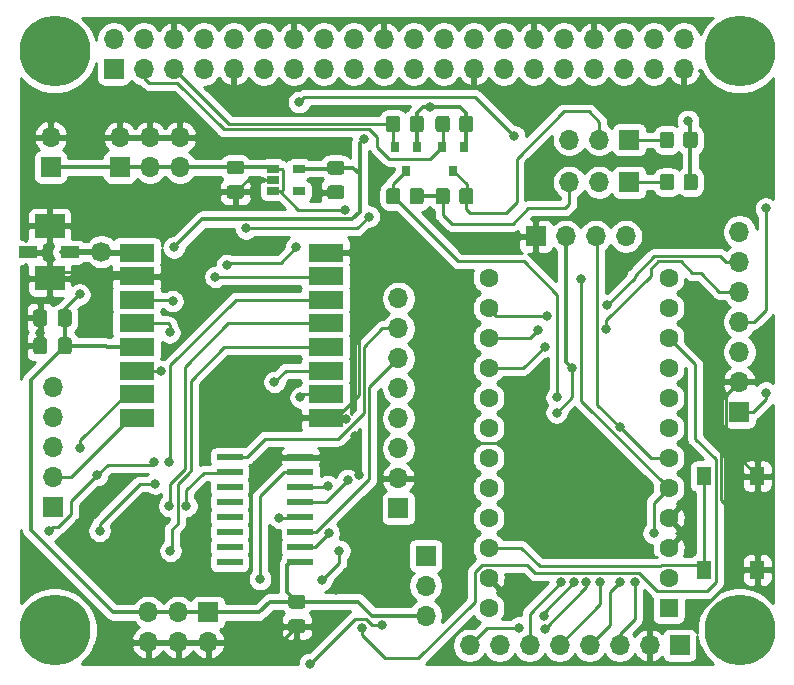
<source format=gbr>
%TF.GenerationSoftware,KiCad,Pcbnew,(5.1.10)-1*%
%TF.CreationDate,2022-02-24T16:30:35+08:00*%
%TF.ProjectId,hat,6861742e-6b69-4636-9164-5f7063625858,rev?*%
%TF.SameCoordinates,Original*%
%TF.FileFunction,Copper,L1,Top*%
%TF.FilePolarity,Positive*%
%FSLAX46Y46*%
G04 Gerber Fmt 4.6, Leading zero omitted, Abs format (unit mm)*
G04 Created by KiCad (PCBNEW (5.1.10)-1) date 2022-02-24 16:30:35*
%MOMM*%
%LPD*%
G01*
G04 APERTURE LIST*
%TA.AperFunction,ComponentPad*%
%ADD10C,1.600000*%
%TD*%
%TA.AperFunction,ComponentPad*%
%ADD11R,1.600000X1.600000*%
%TD*%
%TA.AperFunction,ComponentPad*%
%ADD12O,1.700000X1.700000*%
%TD*%
%TA.AperFunction,ComponentPad*%
%ADD13R,1.700000X1.700000*%
%TD*%
%TA.AperFunction,SMDPad,CuDef*%
%ADD14R,1.060000X0.650000*%
%TD*%
%TA.AperFunction,SMDPad,CuDef*%
%ADD15R,2.200000X0.600000*%
%TD*%
%TA.AperFunction,SMDPad,CuDef*%
%ADD16R,2.500000X2.000000*%
%TD*%
%TA.AperFunction,SMDPad,CuDef*%
%ADD17R,1.500000X1.000000*%
%TD*%
%TA.AperFunction,SMDPad,CuDef*%
%ADD18R,3.000000X1.524000*%
%TD*%
%TA.AperFunction,ConnectorPad*%
%ADD19R,3.000000X1.524000*%
%TD*%
%TA.AperFunction,SMDPad,CuDef*%
%ADD20R,1.300000X1.550000*%
%TD*%
%TA.AperFunction,SMDPad,CuDef*%
%ADD21R,0.800000X0.900000*%
%TD*%
%TA.AperFunction,ComponentPad*%
%ADD22C,1.700000*%
%TD*%
%TA.AperFunction,ComponentPad*%
%ADD23C,6.000000*%
%TD*%
%TA.AperFunction,ViaPad*%
%ADD24C,0.800000*%
%TD*%
%TA.AperFunction,Conductor*%
%ADD25C,0.250000*%
%TD*%
%TA.AperFunction,Conductor*%
%ADD26C,0.350000*%
%TD*%
%TA.AperFunction,Conductor*%
%ADD27C,0.300000*%
%TD*%
%TA.AperFunction,Conductor*%
%ADD28C,0.550000*%
%TD*%
%TA.AperFunction,Conductor*%
%ADD29C,0.254000*%
%TD*%
%TA.AperFunction,Conductor*%
%ADD30C,0.100000*%
%TD*%
G04 APERTURE END LIST*
D10*
%TO.P,U4,24*%
%TO.N,Net-(U4-Pad24)*%
X160230000Y-114630000D03*
%TO.P,U4,23*%
%TO.N,GND*%
X160230000Y-112090000D03*
%TO.P,U4,22*%
%TO.N,Net-(SW1-Pad1)*%
X160230000Y-109550000D03*
%TO.P,U4,21*%
%TO.N,/MCU_VCC*%
X160230000Y-107010000D03*
%TO.P,U4,20*%
%TO.N,Net-(U4-Pad20)*%
X160230000Y-104470000D03*
%TO.P,U4,19*%
%TO.N,Net-(U4-Pad19)*%
X160230000Y-101930000D03*
%TO.P,U4,18*%
%TO.N,Net-(U4-Pad18)*%
X160230000Y-99390000D03*
%TO.P,U4,17*%
%TO.N,Net-(U4-Pad17)*%
X160230000Y-96850000D03*
%TO.P,U4,16*%
%TO.N,/SCK_H*%
X160230000Y-94310000D03*
%TO.P,U4,15*%
%TO.N,/MISO*%
X160230000Y-91770000D03*
%TO.P,U4,14*%
%TO.N,/MOSI_H*%
X160230000Y-89230000D03*
%TO.P,U4,13*%
%TO.N,Net-(U4-Pad13)*%
X160230000Y-86690000D03*
%TO.P,U4,12*%
%TO.N,Net-(U4-Pad12)*%
X175470000Y-86690000D03*
%TO.P,U4,11*%
%TO.N,Net-(U4-Pad11)*%
X175470000Y-89230000D03*
%TO.P,U4,10*%
%TO.N,/DIO0*%
X175470000Y-91770000D03*
%TO.P,U4,9*%
%TO.N,/RST_H*%
X175470000Y-94310000D03*
%TO.P,U4,8*%
%TO.N,Net-(U4-Pad8)*%
X175470000Y-96850000D03*
%TO.P,U4,7*%
%TO.N,/CS_H*%
X175470000Y-99390000D03*
%TO.P,U4,6*%
%TO.N,/MCU_SCL*%
X175470000Y-101930000D03*
%TO.P,U4,5*%
%TO.N,/MCU_SDA*%
X175470000Y-104470000D03*
%TO.P,U4,4*%
%TO.N,GND*%
X175470000Y-107010000D03*
%TO.P,U4,3*%
X175470000Y-109550000D03*
%TO.P,U4,2*%
%TO.N,Net-(U4-Pad2)*%
X175470000Y-112090000D03*
D11*
%TO.P,U4,1*%
%TO.N,Net-(U4-Pad1)*%
X175470000Y-114630000D03*
%TD*%
D12*
%TO.P,J8,8*%
%TO.N,/RTC_RST*%
X158620000Y-117800000D03*
%TO.P,J8,7*%
%TO.N,/SQW*%
X161160000Y-117800000D03*
%TO.P,J8,6*%
%TO.N,/32KHZ*%
X163700000Y-117800000D03*
%TO.P,J8,5*%
%TO.N,/VBAT*%
X166240000Y-117800000D03*
%TO.P,J8,4*%
%TO.N,/MCU_SDA*%
X168780000Y-117800000D03*
%TO.P,J8,3*%
%TO.N,/MCU_SCL*%
X171320000Y-117800000D03*
%TO.P,J8,2*%
%TO.N,GND*%
X173860000Y-117800000D03*
D13*
%TO.P,J8,1*%
%TO.N,5V*%
X176400000Y-117800000D03*
%TD*%
D12*
%TO.P,SPI_PORT1,7*%
%TO.N,/SCK_H*%
X181470000Y-82800000D03*
%TO.P,SPI_PORT1,6*%
%TO.N,/MOSI_H*%
X181470000Y-85340000D03*
%TO.P,SPI_PORT1,5*%
%TO.N,/MISO*%
X181470000Y-87880000D03*
%TO.P,SPI_PORT1,4*%
%TO.N,/RST_H*%
X181470000Y-90420000D03*
%TO.P,SPI_PORT1,3*%
%TO.N,/CS_H*%
X181470000Y-92960000D03*
%TO.P,SPI_PORT1,2*%
%TO.N,GND*%
X181470000Y-95500000D03*
D13*
%TO.P,SPI_PORT1,1*%
%TO.N,5V*%
X181470000Y-98040000D03*
%TD*%
D12*
%TO.P,J3,3*%
%TO.N,3.3V*%
X154900000Y-115280000D03*
%TO.P,J3,2*%
%TO.N,/MCU_VCC*%
X154900000Y-112740000D03*
D13*
%TO.P,J3,1*%
%TO.N,5V*%
X154900000Y-110200000D03*
%TD*%
D12*
%TO.P,J4,5*%
%TO.N,/DIO5*%
X123340000Y-95900000D03*
%TO.P,J4,4*%
%TO.N,/DIO4*%
X123340000Y-98440000D03*
%TO.P,J4,3*%
%TO.N,/DIO3*%
X123340000Y-100980000D03*
%TO.P,J4,2*%
%TO.N,/DIO2*%
X123340000Y-103520000D03*
D13*
%TO.P,J4,1*%
%TO.N,/DIO1*%
X123340000Y-106060000D03*
%TD*%
D14*
%TO.P,U5,5*%
%TO.N,3.3V*%
X144180000Y-77440000D03*
%TO.P,U5,4*%
%TO.N,Net-(U5-Pad4)*%
X144180000Y-79340000D03*
%TO.P,U5,3*%
%TO.N,5V*%
X141980000Y-79340000D03*
%TO.P,U5,2*%
%TO.N,GND*%
X141980000Y-78390000D03*
%TO.P,U5,1*%
%TO.N,5V*%
X141980000Y-77440000D03*
%TD*%
D15*
%TO.P,U3,8*%
%TO.N,GND*%
X144300000Y-101855000D03*
%TO.P,U3,9*%
%TO.N,/CS_H*%
X138300000Y-101855000D03*
%TO.P,U3,7*%
%TO.N,/RST_H*%
X144300000Y-103125000D03*
%TO.P,U3,10*%
%TO.N,/CS_L*%
X138300000Y-103125000D03*
%TO.P,U3,6*%
%TO.N,/RST_L*%
X144300000Y-104395000D03*
%TO.P,U3,11*%
%TO.N,Net-(U3-Pad11)*%
X138300000Y-104395000D03*
%TO.P,U3,5*%
%TO.N,/SCK_H*%
X144300000Y-105665000D03*
%TO.P,U3,12*%
%TO.N,Net-(U3-Pad12)*%
X138300000Y-105665000D03*
%TO.P,U3,4*%
%TO.N,/SCK_L*%
X144300000Y-106935000D03*
%TO.P,U3,13*%
%TO.N,N/C*%
X138300000Y-106935000D03*
%TO.P,U3,3*%
%TO.N,/MOSI_H*%
X144300000Y-108205000D03*
%TO.P,U3,14*%
%TO.N,Net-(U3-Pad14)*%
X138300000Y-108205000D03*
%TO.P,U3,2*%
%TO.N,/MOSI_L*%
X144300000Y-109475000D03*
%TO.P,U3,15*%
%TO.N,Net-(U3-Pad15)*%
X138300000Y-109475000D03*
%TO.P,U3,1*%
%TO.N,3.3V*%
X144300000Y-110745000D03*
%TO.P,U3,16*%
%TO.N,N/C*%
X138300000Y-110745000D03*
%TD*%
D16*
%TO.P,U2,4*%
%TO.N,GND*%
X123070000Y-82285000D03*
D17*
%TO.P,U2,3*%
X121220000Y-84510000D03*
D16*
%TO.P,U2,2*%
X123070000Y-86735000D03*
D17*
%TO.P,U2,1*%
%TO.N,Net-(J2-Pad1)*%
X124820000Y-84510000D03*
%TD*%
D18*
%TO.P,U1,9*%
%TO.N,Net-(J2-Pad1)*%
X130430000Y-84540000D03*
%TO.P,U1,10*%
%TO.N,GND*%
X130430000Y-86540000D03*
%TO.P,U1,11*%
%TO.N,/DIO3*%
X130430000Y-88540000D03*
%TO.P,U1,12*%
%TO.N,/DIO4*%
X130430000Y-90540000D03*
%TO.P,U1,13*%
%TO.N,3.3V*%
X130430000Y-92540000D03*
%TO.P,U1,14*%
%TO.N,/RFM_DIO0*%
X130430000Y-94540000D03*
%TO.P,U1,15*%
%TO.N,/DIO1*%
X130430000Y-96540000D03*
%TO.P,U1,16*%
%TO.N,/DIO2*%
X130430000Y-98540000D03*
%TO.P,U1,8*%
%TO.N,GND*%
X146430000Y-84540000D03*
%TO.P,U1,7*%
%TO.N,/DIO5*%
X146430000Y-86540000D03*
D19*
%TO.P,U1,6*%
%TO.N,/RFM_RST*%
X146430000Y-88540000D03*
D18*
%TO.P,U1,5*%
%TO.N,/RFM_CS*%
X146430000Y-90540000D03*
%TO.P,U1,4*%
%TO.N,/RFM_SCK*%
X146430000Y-92540000D03*
%TO.P,U1,3*%
%TO.N,/RFM_MOSI*%
X146430000Y-94540000D03*
%TO.P,U1,2*%
%TO.N,/RFM_MISO*%
X146430000Y-96540000D03*
%TO.P,U1,1*%
%TO.N,GND*%
X146430000Y-98540000D03*
%TD*%
D20*
%TO.P,SW1,2*%
%TO.N,GND*%
X182990000Y-103470000D03*
%TO.P,SW1,1*%
%TO.N,Net-(SW1-Pad1)*%
X178490000Y-103470000D03*
X178490000Y-111420000D03*
%TO.P,SW1,2*%
%TO.N,GND*%
X182990000Y-111420000D03*
%TD*%
D12*
%TO.P,SDA_PU1,3*%
%TO.N,5V*%
X167060000Y-74980000D03*
%TO.P,SDA_PU1,2*%
%TO.N,/MCU_SDA*%
X169600000Y-74980000D03*
D13*
%TO.P,SDA_PU1,1*%
%TO.N,Net-(R5-Pad2)*%
X172140000Y-74980000D03*
%TD*%
D12*
%TO.P,SCL_PU1,3*%
%TO.N,5V*%
X167070000Y-78590000D03*
%TO.P,SCL_PU1,2*%
%TO.N,/MCU_SCL*%
X169610000Y-78590000D03*
D13*
%TO.P,SCL_PU1,1*%
%TO.N,Net-(R6-Pad2)*%
X172150000Y-78590000D03*
%TD*%
%TO.P,R6,2*%
%TO.N,Net-(R6-Pad2)*%
%TA.AperFunction,SMDPad,CuDef*%
G36*
G01*
X175940000Y-78129999D02*
X175940000Y-79030001D01*
G75*
G02*
X175690001Y-79280000I-249999J0D01*
G01*
X174989999Y-79280000D01*
G75*
G02*
X174740000Y-79030001I0J249999D01*
G01*
X174740000Y-78129999D01*
G75*
G02*
X174989999Y-77880000I249999J0D01*
G01*
X175690001Y-77880000D01*
G75*
G02*
X175940000Y-78129999I0J-249999D01*
G01*
G37*
%TD.AperFunction*%
%TO.P,R6,1*%
%TO.N,5V*%
%TA.AperFunction,SMDPad,CuDef*%
G36*
G01*
X177940000Y-78129999D02*
X177940000Y-79030001D01*
G75*
G02*
X177690001Y-79280000I-249999J0D01*
G01*
X176989999Y-79280000D01*
G75*
G02*
X176740000Y-79030001I0J249999D01*
G01*
X176740000Y-78129999D01*
G75*
G02*
X176989999Y-77880000I249999J0D01*
G01*
X177690001Y-77880000D01*
G75*
G02*
X177940000Y-78129999I0J-249999D01*
G01*
G37*
%TD.AperFunction*%
%TD*%
%TO.P,R5,2*%
%TO.N,Net-(R5-Pad2)*%
%TA.AperFunction,SMDPad,CuDef*%
G36*
G01*
X175930000Y-74559999D02*
X175930000Y-75460001D01*
G75*
G02*
X175680001Y-75710000I-249999J0D01*
G01*
X174979999Y-75710000D01*
G75*
G02*
X174730000Y-75460001I0J249999D01*
G01*
X174730000Y-74559999D01*
G75*
G02*
X174979999Y-74310000I249999J0D01*
G01*
X175680001Y-74310000D01*
G75*
G02*
X175930000Y-74559999I0J-249999D01*
G01*
G37*
%TD.AperFunction*%
%TO.P,R5,1*%
%TO.N,5V*%
%TA.AperFunction,SMDPad,CuDef*%
G36*
G01*
X177930000Y-74559999D02*
X177930000Y-75460001D01*
G75*
G02*
X177680001Y-75710000I-249999J0D01*
G01*
X176979999Y-75710000D01*
G75*
G02*
X176730000Y-75460001I0J249999D01*
G01*
X176730000Y-74559999D01*
G75*
G02*
X176979999Y-74310000I249999J0D01*
G01*
X177680001Y-74310000D01*
G75*
G02*
X177930000Y-74559999I0J-249999D01*
G01*
G37*
%TD.AperFunction*%
%TD*%
%TO.P,R4,2*%
%TO.N,/MCU_SCL*%
%TA.AperFunction,SMDPad,CuDef*%
G36*
G01*
X152750000Y-79319999D02*
X152750000Y-80220001D01*
G75*
G02*
X152500001Y-80470000I-249999J0D01*
G01*
X151799999Y-80470000D01*
G75*
G02*
X151550000Y-80220001I0J249999D01*
G01*
X151550000Y-79319999D01*
G75*
G02*
X151799999Y-79070000I249999J0D01*
G01*
X152500001Y-79070000D01*
G75*
G02*
X152750000Y-79319999I0J-249999D01*
G01*
G37*
%TD.AperFunction*%
%TO.P,R4,1*%
%TO.N,5V*%
%TA.AperFunction,SMDPad,CuDef*%
G36*
G01*
X154750000Y-79319999D02*
X154750000Y-80220001D01*
G75*
G02*
X154500001Y-80470000I-249999J0D01*
G01*
X153799999Y-80470000D01*
G75*
G02*
X153550000Y-80220001I0J249999D01*
G01*
X153550000Y-79319999D01*
G75*
G02*
X153799999Y-79070000I249999J0D01*
G01*
X154500001Y-79070000D01*
G75*
G02*
X154750000Y-79319999I0J-249999D01*
G01*
G37*
%TD.AperFunction*%
%TD*%
%TO.P,R3,2*%
%TO.N,/MCU_SDA*%
%TA.AperFunction,SMDPad,CuDef*%
G36*
G01*
X157750000Y-80220001D02*
X157750000Y-79319999D01*
G75*
G02*
X157999999Y-79070000I249999J0D01*
G01*
X158700001Y-79070000D01*
G75*
G02*
X158950000Y-79319999I0J-249999D01*
G01*
X158950000Y-80220001D01*
G75*
G02*
X158700001Y-80470000I-249999J0D01*
G01*
X157999999Y-80470000D01*
G75*
G02*
X157750000Y-80220001I0J249999D01*
G01*
G37*
%TD.AperFunction*%
%TO.P,R3,1*%
%TO.N,5V*%
%TA.AperFunction,SMDPad,CuDef*%
G36*
G01*
X155750000Y-80220001D02*
X155750000Y-79319999D01*
G75*
G02*
X155999999Y-79070000I249999J0D01*
G01*
X156700001Y-79070000D01*
G75*
G02*
X156950000Y-79319999I0J-249999D01*
G01*
X156950000Y-80220001D01*
G75*
G02*
X156700001Y-80470000I-249999J0D01*
G01*
X155999999Y-80470000D01*
G75*
G02*
X155750000Y-80220001I0J249999D01*
G01*
G37*
%TD.AperFunction*%
%TD*%
%TO.P,R2,2*%
%TO.N,/PI_SCL*%
%TA.AperFunction,SMDPad,CuDef*%
G36*
G01*
X152740000Y-73209999D02*
X152740000Y-74110001D01*
G75*
G02*
X152490001Y-74360000I-249999J0D01*
G01*
X151789999Y-74360000D01*
G75*
G02*
X151540000Y-74110001I0J249999D01*
G01*
X151540000Y-73209999D01*
G75*
G02*
X151789999Y-72960000I249999J0D01*
G01*
X152490001Y-72960000D01*
G75*
G02*
X152740000Y-73209999I0J-249999D01*
G01*
G37*
%TD.AperFunction*%
%TO.P,R2,1*%
%TO.N,3.3V*%
%TA.AperFunction,SMDPad,CuDef*%
G36*
G01*
X154740000Y-73209999D02*
X154740000Y-74110001D01*
G75*
G02*
X154490001Y-74360000I-249999J0D01*
G01*
X153789999Y-74360000D01*
G75*
G02*
X153540000Y-74110001I0J249999D01*
G01*
X153540000Y-73209999D01*
G75*
G02*
X153789999Y-72960000I249999J0D01*
G01*
X154490001Y-72960000D01*
G75*
G02*
X154740000Y-73209999I0J-249999D01*
G01*
G37*
%TD.AperFunction*%
%TD*%
%TO.P,R1,2*%
%TO.N,/PI_SDA*%
%TA.AperFunction,SMDPad,CuDef*%
G36*
G01*
X156940000Y-73209999D02*
X156940000Y-74110001D01*
G75*
G02*
X156690001Y-74360000I-249999J0D01*
G01*
X155989999Y-74360000D01*
G75*
G02*
X155740000Y-74110001I0J249999D01*
G01*
X155740000Y-73209999D01*
G75*
G02*
X155989999Y-72960000I249999J0D01*
G01*
X156690001Y-72960000D01*
G75*
G02*
X156940000Y-73209999I0J-249999D01*
G01*
G37*
%TD.AperFunction*%
%TO.P,R1,1*%
%TO.N,3.3V*%
%TA.AperFunction,SMDPad,CuDef*%
G36*
G01*
X158940000Y-73209999D02*
X158940000Y-74110001D01*
G75*
G02*
X158690001Y-74360000I-249999J0D01*
G01*
X157989999Y-74360000D01*
G75*
G02*
X157740000Y-74110001I0J249999D01*
G01*
X157740000Y-73209999D01*
G75*
G02*
X157989999Y-72960000I249999J0D01*
G01*
X158690001Y-72960000D01*
G75*
G02*
X158940000Y-73209999I0J-249999D01*
G01*
G37*
%TD.AperFunction*%
%TD*%
D21*
%TO.P,Q2,3*%
%TO.N,/MCU_SCL*%
X153240000Y-77620000D03*
%TO.P,Q2,2*%
%TO.N,/PI_SCL*%
X152290000Y-75620000D03*
%TO.P,Q2,1*%
%TO.N,3.3V*%
X154190000Y-75620000D03*
%TD*%
%TO.P,Q1,3*%
%TO.N,/MCU_SDA*%
X157240000Y-77620000D03*
%TO.P,Q1,2*%
%TO.N,/PI_SDA*%
X156290000Y-75620000D03*
%TO.P,Q1,1*%
%TO.N,3.3V*%
X158190000Y-75620000D03*
%TD*%
D12*
%TO.P,J7,6*%
%TO.N,GND*%
X131420000Y-117540000D03*
%TO.P,J7,5*%
%TO.N,3.3V*%
X131420000Y-115000000D03*
%TO.P,J7,4*%
%TO.N,GND*%
X133960000Y-117540000D03*
%TO.P,J7,3*%
%TO.N,3.3V*%
X133960000Y-115000000D03*
%TO.P,J7,2*%
%TO.N,GND*%
X136500000Y-117540000D03*
D13*
%TO.P,J7,1*%
%TO.N,3.3V*%
X136500000Y-115000000D03*
%TD*%
D12*
%TO.P,J6,6*%
%TO.N,GND*%
X134100000Y-74770000D03*
%TO.P,J6,5*%
%TO.N,5V*%
X134100000Y-77310000D03*
%TO.P,J6,4*%
%TO.N,GND*%
X131560000Y-74770000D03*
%TO.P,J6,3*%
%TO.N,5V*%
X131560000Y-77310000D03*
%TO.P,J6,2*%
%TO.N,GND*%
X129020000Y-74770000D03*
D13*
%TO.P,J6,1*%
%TO.N,5V*%
X129020000Y-77310000D03*
%TD*%
D22*
%TO.P,J2,1*%
%TO.N,Net-(J2-Pad1)*%
X127450000Y-84480000D03*
%TD*%
D12*
%TO.P,I2C_PORT1,4*%
%TO.N,/MCU_SDA*%
X171850000Y-83160000D03*
%TO.P,I2C_PORT1,3*%
%TO.N,/MCU_SCL*%
X169310000Y-83160000D03*
%TO.P,I2C_PORT1,2*%
%TO.N,5V*%
X166770000Y-83160000D03*
D13*
%TO.P,I2C_PORT1,1*%
%TO.N,GND*%
X164230000Y-83160000D03*
%TD*%
D12*
%TO.P,FAN1,2*%
%TO.N,GND*%
X123150000Y-74770000D03*
D13*
%TO.P,FAN1,1*%
%TO.N,5V*%
X123150000Y-77310000D03*
%TD*%
%TO.P,C5,2*%
%TO.N,GND*%
%TA.AperFunction,SMDPad,CuDef*%
G36*
G01*
X146825000Y-78857500D02*
X147775000Y-78857500D01*
G75*
G02*
X148025000Y-79107500I0J-250000D01*
G01*
X148025000Y-79782500D01*
G75*
G02*
X147775000Y-80032500I-250000J0D01*
G01*
X146825000Y-80032500D01*
G75*
G02*
X146575000Y-79782500I0J250000D01*
G01*
X146575000Y-79107500D01*
G75*
G02*
X146825000Y-78857500I250000J0D01*
G01*
G37*
%TD.AperFunction*%
%TO.P,C5,1*%
%TO.N,3.3V*%
%TA.AperFunction,SMDPad,CuDef*%
G36*
G01*
X146825000Y-76782500D02*
X147775000Y-76782500D01*
G75*
G02*
X148025000Y-77032500I0J-250000D01*
G01*
X148025000Y-77707500D01*
G75*
G02*
X147775000Y-77957500I-250000J0D01*
G01*
X146825000Y-77957500D01*
G75*
G02*
X146575000Y-77707500I0J250000D01*
G01*
X146575000Y-77032500D01*
G75*
G02*
X146825000Y-76782500I250000J0D01*
G01*
G37*
%TD.AperFunction*%
%TD*%
%TO.P,C4,2*%
%TO.N,GND*%
%TA.AperFunction,SMDPad,CuDef*%
G36*
G01*
X138325000Y-78827500D02*
X139275000Y-78827500D01*
G75*
G02*
X139525000Y-79077500I0J-250000D01*
G01*
X139525000Y-79752500D01*
G75*
G02*
X139275000Y-80002500I-250000J0D01*
G01*
X138325000Y-80002500D01*
G75*
G02*
X138075000Y-79752500I0J250000D01*
G01*
X138075000Y-79077500D01*
G75*
G02*
X138325000Y-78827500I250000J0D01*
G01*
G37*
%TD.AperFunction*%
%TO.P,C4,1*%
%TO.N,5V*%
%TA.AperFunction,SMDPad,CuDef*%
G36*
G01*
X138325000Y-76752500D02*
X139275000Y-76752500D01*
G75*
G02*
X139525000Y-77002500I0J-250000D01*
G01*
X139525000Y-77677500D01*
G75*
G02*
X139275000Y-77927500I-250000J0D01*
G01*
X138325000Y-77927500D01*
G75*
G02*
X138075000Y-77677500I0J250000D01*
G01*
X138075000Y-77002500D01*
G75*
G02*
X138325000Y-76752500I250000J0D01*
G01*
G37*
%TD.AperFunction*%
%TD*%
%TO.P,C3,2*%
%TO.N,GND*%
%TA.AperFunction,SMDPad,CuDef*%
G36*
G01*
X143525000Y-115587500D02*
X144475000Y-115587500D01*
G75*
G02*
X144725000Y-115837500I0J-250000D01*
G01*
X144725000Y-116512500D01*
G75*
G02*
X144475000Y-116762500I-250000J0D01*
G01*
X143525000Y-116762500D01*
G75*
G02*
X143275000Y-116512500I0J250000D01*
G01*
X143275000Y-115837500D01*
G75*
G02*
X143525000Y-115587500I250000J0D01*
G01*
G37*
%TD.AperFunction*%
%TO.P,C3,1*%
%TO.N,3.3V*%
%TA.AperFunction,SMDPad,CuDef*%
G36*
G01*
X143525000Y-113512500D02*
X144475000Y-113512500D01*
G75*
G02*
X144725000Y-113762500I0J-250000D01*
G01*
X144725000Y-114437500D01*
G75*
G02*
X144475000Y-114687500I-250000J0D01*
G01*
X143525000Y-114687500D01*
G75*
G02*
X143275000Y-114437500I0J250000D01*
G01*
X143275000Y-113762500D01*
G75*
G02*
X143525000Y-113512500I250000J0D01*
G01*
G37*
%TD.AperFunction*%
%TD*%
%TO.P,C2,2*%
%TO.N,GND*%
%TA.AperFunction,SMDPad,CuDef*%
G36*
G01*
X122862500Y-91975000D02*
X122862500Y-92925000D01*
G75*
G02*
X122612500Y-93175000I-250000J0D01*
G01*
X121937500Y-93175000D01*
G75*
G02*
X121687500Y-92925000I0J250000D01*
G01*
X121687500Y-91975000D01*
G75*
G02*
X121937500Y-91725000I250000J0D01*
G01*
X122612500Y-91725000D01*
G75*
G02*
X122862500Y-91975000I0J-250000D01*
G01*
G37*
%TD.AperFunction*%
%TO.P,C2,1*%
%TO.N,3.3V*%
%TA.AperFunction,SMDPad,CuDef*%
G36*
G01*
X124937500Y-91975000D02*
X124937500Y-92925000D01*
G75*
G02*
X124687500Y-93175000I-250000J0D01*
G01*
X124012500Y-93175000D01*
G75*
G02*
X123762500Y-92925000I0J250000D01*
G01*
X123762500Y-91975000D01*
G75*
G02*
X124012500Y-91725000I250000J0D01*
G01*
X124687500Y-91725000D01*
G75*
G02*
X124937500Y-91975000I0J-250000D01*
G01*
G37*
%TD.AperFunction*%
%TD*%
%TO.P,C1,2*%
%TO.N,GND*%
%TA.AperFunction,SMDPad,CuDef*%
G36*
G01*
X122847500Y-89605000D02*
X122847500Y-90555000D01*
G75*
G02*
X122597500Y-90805000I-250000J0D01*
G01*
X121922500Y-90805000D01*
G75*
G02*
X121672500Y-90555000I0J250000D01*
G01*
X121672500Y-89605000D01*
G75*
G02*
X121922500Y-89355000I250000J0D01*
G01*
X122597500Y-89355000D01*
G75*
G02*
X122847500Y-89605000I0J-250000D01*
G01*
G37*
%TD.AperFunction*%
%TO.P,C1,1*%
%TO.N,3.3V*%
%TA.AperFunction,SMDPad,CuDef*%
G36*
G01*
X124922500Y-89605000D02*
X124922500Y-90555000D01*
G75*
G02*
X124672500Y-90805000I-250000J0D01*
G01*
X123997500Y-90805000D01*
G75*
G02*
X123747500Y-90555000I0J250000D01*
G01*
X123747500Y-89605000D01*
G75*
G02*
X123997500Y-89355000I250000J0D01*
G01*
X124672500Y-89355000D01*
G75*
G02*
X124922500Y-89605000I0J-250000D01*
G01*
G37*
%TD.AperFunction*%
%TD*%
D23*
%TO.P,H3,*%
%TO.N,*%
X181500000Y-67500000D03*
%TD*%
%TO.P,H1,*%
%TO.N,*%
X123500000Y-116500000D03*
%TD*%
%TO.P,H2,*%
%TO.N,*%
X123500000Y-67500000D03*
%TD*%
%TO.P,H4,*%
%TO.N,*%
X181500000Y-116500000D03*
%TD*%
D12*
%TO.P,J1,40*%
%TO.N,/GPIO21*%
X176760000Y-66460000D03*
%TO.P,J1,39*%
%TO.N,GND*%
X176760000Y-69000000D03*
%TO.P,J1,38*%
%TO.N,/PI_RST*%
X174220000Y-66460000D03*
%TO.P,J1,37*%
%TO.N,/GPIO26*%
X174220000Y-69000000D03*
%TO.P,J1,36*%
%TO.N,/PI_DIO0*%
X171680000Y-66460000D03*
%TO.P,J1,35*%
%TO.N,/GPIO19*%
X171680000Y-69000000D03*
%TO.P,J1,34*%
%TO.N,GND*%
X169140000Y-66460000D03*
%TO.P,J1,33*%
%TO.N,/GPIO13*%
X169140000Y-69000000D03*
%TO.P,J1,32*%
%TO.N,/GPIO12*%
X166600000Y-66460000D03*
%TO.P,J1,31*%
%TO.N,/GPIO6*%
X166600000Y-69000000D03*
%TO.P,J1,30*%
%TO.N,GND*%
X164060000Y-66460000D03*
%TO.P,J1,29*%
%TO.N,/GPIO5*%
X164060000Y-69000000D03*
%TO.P,J1,28*%
%TO.N,/GPIO1*%
X161520000Y-66460000D03*
%TO.P,J1,27*%
%TO.N,/GPIO0*%
X161520000Y-69000000D03*
%TO.P,J1,26*%
%TO.N,/GPIO7*%
X158980000Y-66460000D03*
%TO.P,J1,25*%
%TO.N,GND*%
X158980000Y-69000000D03*
%TO.P,J1,24*%
%TO.N,/PI_CS*%
X156440000Y-66460000D03*
%TO.P,J1,23*%
%TO.N,/PI_SCK*%
X156440000Y-69000000D03*
%TO.P,J1,22*%
%TO.N,/GPIO25*%
X153900000Y-66460000D03*
%TO.P,J1,21*%
%TO.N,/PI_MISO*%
X153900000Y-69000000D03*
%TO.P,J1,20*%
%TO.N,GND*%
X151360000Y-66460000D03*
%TO.P,J1,19*%
%TO.N,/PI_MOSI*%
X151360000Y-69000000D03*
%TO.P,J1,18*%
%TO.N,/GPIO24*%
X148820000Y-66460000D03*
%TO.P,J1,17*%
%TO.N,Net-(J1-Pad17)*%
X148820000Y-69000000D03*
%TO.P,J1,16*%
%TO.N,/GPIO23*%
X146280000Y-66460000D03*
%TO.P,J1,15*%
%TO.N,/GPIO22*%
X146280000Y-69000000D03*
%TO.P,J1,14*%
%TO.N,GND*%
X143740000Y-66460000D03*
%TO.P,J1,13*%
%TO.N,/GPIO27*%
X143740000Y-69000000D03*
%TO.P,J1,12*%
%TO.N,/GPIO18*%
X141200000Y-66460000D03*
%TO.P,J1,11*%
%TO.N,/GPIO17*%
X141200000Y-69000000D03*
%TO.P,J1,10*%
%TO.N,/GPIO15*%
X138660000Y-66460000D03*
%TO.P,J1,9*%
%TO.N,GND*%
X138660000Y-69000000D03*
%TO.P,J1,8*%
%TO.N,/GPIO14*%
X136120000Y-66460000D03*
%TO.P,J1,7*%
%TO.N,/GPIO4*%
X136120000Y-69000000D03*
%TO.P,J1,6*%
%TO.N,GND*%
X133580000Y-66460000D03*
%TO.P,J1,5*%
%TO.N,/PI_SCL*%
X133580000Y-69000000D03*
%TO.P,J1,4*%
%TO.N,5V*%
X131040000Y-66460000D03*
%TO.P,J1,3*%
%TO.N,/PI_SDA*%
X131040000Y-69000000D03*
%TO.P,J1,2*%
%TO.N,5V*%
X128500000Y-66460000D03*
D13*
%TO.P,J1,1*%
%TO.N,Net-(J1-Pad1)*%
X128500000Y-69000000D03*
%TD*%
%TO.P,J5,1*%
%TO.N,5V*%
X152600000Y-106200000D03*
D12*
%TO.P,J5,2*%
%TO.N,GND*%
X152600000Y-103660000D03*
%TO.P,J5,3*%
%TO.N,/DIO0*%
X152600000Y-101120000D03*
%TO.P,J5,4*%
%TO.N,/SCK_H*%
X152600000Y-98580000D03*
%TO.P,J5,5*%
%TO.N,/MISO*%
X152600000Y-96040000D03*
%TO.P,J5,6*%
%TO.N,/MOSI_H*%
X152600000Y-93500000D03*
%TO.P,J5,7*%
%TO.N,/CS_H*%
X152600000Y-90960000D03*
%TO.P,J5,8*%
%TO.N,/RST_H*%
X152600000Y-88420000D03*
%TD*%
D24*
%TO.N,GND*%
X147300000Y-79400000D03*
X145430000Y-84540000D03*
X164600000Y-79600000D03*
X122260000Y-91360000D03*
X154600000Y-83900000D03*
X157400000Y-83200000D03*
X148900000Y-100100000D03*
X148145848Y-98645848D03*
X149300000Y-103400000D03*
X149200000Y-109700000D03*
X147300000Y-113100000D03*
X146000000Y-116200000D03*
X158000000Y-100700000D03*
X165900000Y-101400000D03*
X162600000Y-112400000D03*
X163400000Y-113940001D03*
X177500000Y-115000000D03*
X180700000Y-106300000D03*
%TO.N,3.3V*%
X125600000Y-88080000D03*
X133600000Y-84100000D03*
X149700000Y-74900000D03*
X155300000Y-72200000D03*
%TO.N,5V*%
X177100000Y-73400000D03*
X167300000Y-94300000D03*
X148100000Y-80900000D03*
X154150000Y-79770000D03*
X166000000Y-98100000D03*
X183725000Y-96400000D03*
X145102320Y-119375000D03*
X151200000Y-116100000D03*
%TO.N,/PI_SCK*%
X143925000Y-84100000D03*
X138100000Y-85600000D03*
%TO.N,/PI_SCL*%
X133580000Y-69000000D03*
%TO.N,/DIO3*%
X133480000Y-88660000D03*
%TO.N,/DIO4*%
X133230000Y-91310000D03*
%TO.N,/DIO0*%
X149500000Y-116300000D03*
%TO.N,/DIO1*%
X125670000Y-101100000D03*
%TO.N,/RFM_MISO*%
X144300000Y-96800000D03*
%TO.N,/RFM_MOSI*%
X142100000Y-95500000D03*
%TO.N,/RFM_SCK*%
X133300000Y-109800000D03*
%TO.N,/RFM_CS*%
X133200000Y-106000000D03*
%TO.N,/RFM_RST*%
X133200000Y-102300000D03*
%TO.N,/MCU_SDA*%
X168100000Y-86800000D03*
X171400000Y-112425000D03*
X174200000Y-108300000D03*
%TO.N,/MCU_SCL*%
X166000000Y-96800000D03*
X171350075Y-99324770D03*
X172600000Y-112425000D03*
%TO.N,/DIO5*%
X137100000Y-86600000D03*
%TO.N,/PI_RST*%
X127100000Y-103400000D03*
X131900000Y-102300000D03*
X123000000Y-108100000D03*
X144200000Y-71800000D03*
X162400000Y-74700000D03*
%TO.N,/PI_CS*%
X139700000Y-82500000D03*
X150100000Y-81500000D03*
%TO.N,/RST_H*%
X140900000Y-112200000D03*
X183700000Y-80800000D03*
%TO.N,/MOSI_H*%
X170300000Y-89000000D03*
X165200000Y-89900000D03*
%TO.N,/MISO*%
X164400000Y-91100000D03*
X170200000Y-91000000D03*
%TO.N,/SCK_H*%
X148300000Y-103800000D03*
X165000000Y-92500000D03*
%TO.N,/SCK_L*%
X142520571Y-106999999D03*
%TO.N,/MOSI_L*%
X146700000Y-108300000D03*
%TO.N,/CS_L*%
X134650001Y-106000000D03*
%TO.N,/RST_L*%
X146600000Y-104300000D03*
X147600000Y-109800000D03*
X146100000Y-112300000D03*
X127300000Y-108100000D03*
X132000000Y-104100000D03*
%TO.N,/RFM_DIO0*%
X132500000Y-94600000D03*
%TO.N,/VBAT*%
X169700000Y-112425000D03*
%TO.N,/RTC_RST*%
X168500000Y-112425000D03*
X165000000Y-116400000D03*
X162800000Y-116300000D03*
%TO.N,/SQW*%
X167500000Y-112425000D03*
X164900000Y-115300000D03*
%TO.N,/32KHZ*%
X166400000Y-112425000D03*
%TD*%
D25*
%TO.N,GND*%
X131100000Y-86210000D02*
X131430000Y-86540000D01*
X123070000Y-86210000D02*
X131100000Y-86210000D01*
X139825000Y-78390000D02*
X141980000Y-78390000D01*
X138800000Y-79415000D02*
X139825000Y-78390000D01*
X147300000Y-79445000D02*
X147300000Y-79400000D01*
X122275000Y-91375000D02*
X122260000Y-91360000D01*
X122275000Y-92450000D02*
X122275000Y-91375000D01*
X122260000Y-90080000D02*
X122260000Y-91360000D01*
X149249990Y-96567012D02*
X149249990Y-85850010D01*
X147277002Y-98540000D02*
X149249990Y-96567012D01*
X145430000Y-98540000D02*
X147277002Y-98540000D01*
X151200000Y-83900000D02*
X154600000Y-83900000D01*
X149249990Y-85850010D02*
X151200000Y-83900000D01*
X164190000Y-83200000D02*
X164230000Y-83160000D01*
X157400000Y-83200000D02*
X164190000Y-83200000D01*
X147145000Y-101855000D02*
X148900000Y-100100000D01*
X144300000Y-101855000D02*
X147145000Y-101855000D01*
X145535848Y-98645848D02*
X145430000Y-98540000D01*
X148145848Y-98645848D02*
X145535848Y-98645848D01*
X131420000Y-117540000D02*
X133960000Y-117540000D01*
X133960000Y-117540000D02*
X136500000Y-117540000D01*
X142635000Y-117540000D02*
X144000000Y-116175000D01*
X136500000Y-117540000D02*
X142635000Y-117540000D01*
X180294999Y-100774999D02*
X182990000Y-103470000D01*
X180294999Y-96675001D02*
X180294999Y-100774999D01*
X181470000Y-95500000D02*
X180294999Y-96675001D01*
X148900000Y-100100000D02*
X148900000Y-103000000D01*
X148900000Y-103000000D02*
X149300000Y-103400000D01*
X149200000Y-109700000D02*
X149200000Y-111600000D01*
X147700000Y-113100000D02*
X147300000Y-113100000D01*
X149200000Y-111600000D02*
X147700000Y-113100000D01*
X144025000Y-116200000D02*
X144000000Y-116175000D01*
X146000000Y-116200000D02*
X144025000Y-116200000D01*
X165200000Y-100700000D02*
X165900000Y-101400000D01*
X158000000Y-100700000D02*
X165200000Y-100700000D01*
X162600000Y-113140001D02*
X163400000Y-113940001D01*
X162600000Y-112400000D02*
X162600000Y-113140001D01*
X181645685Y-111420000D02*
X182990000Y-111420000D01*
X178065685Y-115000000D02*
X181645685Y-111420000D01*
X177500000Y-115000000D02*
X178065685Y-115000000D01*
X181470000Y-95500000D02*
X179600000Y-97370000D01*
X179915011Y-105515011D02*
X180700000Y-106300000D01*
X179915011Y-97685011D02*
X179915011Y-105515011D01*
X179600000Y-97370000D02*
X179915011Y-97685011D01*
%TO.N,3.3V*%
X124350000Y-90095000D02*
X124335000Y-90080000D01*
D26*
X124350000Y-92450000D02*
X124350000Y-90095000D01*
X127920000Y-92540000D02*
X131430000Y-92540000D01*
D25*
X147230000Y-77440000D02*
X147300000Y-77370000D01*
D27*
X144180000Y-77440000D02*
X147230000Y-77440000D01*
X148790000Y-77370000D02*
X149310000Y-77890000D01*
X147300000Y-77370000D02*
X148790000Y-77370000D01*
D25*
X124335000Y-89345000D02*
X124335000Y-90080000D01*
D26*
X125600000Y-88080000D02*
X124335000Y-89345000D01*
X127830000Y-92450000D02*
X127920000Y-92540000D01*
X124350000Y-92450000D02*
X127830000Y-92450000D01*
X121470000Y-95330000D02*
X121470000Y-108030000D01*
X124350000Y-92450000D02*
X121470000Y-95330000D01*
X149310000Y-77890000D02*
X149310000Y-81090000D01*
X149310000Y-81090000D02*
X148700000Y-81700000D01*
X136000000Y-81700000D02*
X133600000Y-84100000D01*
X148700000Y-81700000D02*
X136000000Y-81700000D01*
X154140000Y-73660000D02*
X154140000Y-72760000D01*
X154140000Y-72760000D02*
X154700000Y-72200000D01*
X158340000Y-72740000D02*
X158340000Y-73660000D01*
X157800000Y-72200000D02*
X158340000Y-72740000D01*
D27*
X149310000Y-75290000D02*
X149700000Y-74900000D01*
D26*
X149310000Y-77890000D02*
X149310000Y-75290000D01*
X155300000Y-72200000D02*
X157800000Y-72200000D01*
X154700000Y-72200000D02*
X155300000Y-72200000D01*
D25*
X154190000Y-73710000D02*
X154140000Y-73660000D01*
D26*
X154190000Y-75620000D02*
X154190000Y-73710000D01*
D25*
X158340000Y-75470000D02*
X158190000Y-75620000D01*
D26*
X158340000Y-73660000D02*
X158340000Y-75470000D01*
X128440000Y-115000000D02*
X131420000Y-115000000D01*
X121470000Y-108030000D02*
X128440000Y-115000000D01*
X131420000Y-115000000D02*
X133960000Y-115000000D01*
X133960000Y-115000000D02*
X136500000Y-115000000D01*
X136500000Y-115000000D02*
X140600000Y-115000000D01*
D25*
X140600000Y-115000000D02*
X140800000Y-115000000D01*
D26*
X144000000Y-114100000D02*
X149200000Y-114100000D01*
X141700000Y-114100000D02*
X140800000Y-115000000D01*
X144000000Y-114100000D02*
X141700000Y-114100000D01*
D25*
X144300000Y-110745000D02*
X143455000Y-110745000D01*
X143455000Y-110745000D02*
X143200000Y-111000000D01*
D26*
X143200000Y-113300000D02*
X144000000Y-114100000D01*
X143200000Y-111000000D02*
X143200000Y-113300000D01*
X150380000Y-115280000D02*
X149200000Y-114100000D01*
X154900000Y-115280000D02*
X150380000Y-115280000D01*
%TO.N,5V*%
X123150000Y-77310000D02*
X129020000Y-77310000D01*
X129020000Y-77310000D02*
X131560000Y-77310000D01*
X131560000Y-77310000D02*
X134100000Y-77310000D01*
D25*
X138770000Y-77310000D02*
X138800000Y-77340000D01*
D26*
X134100000Y-77310000D02*
X138770000Y-77310000D01*
D25*
X141880000Y-77340000D02*
X141980000Y-77440000D01*
D27*
X138800000Y-77340000D02*
X141880000Y-77340000D01*
D25*
X142835001Y-79264999D02*
X142760000Y-79340000D01*
X142835001Y-77515001D02*
X142835001Y-79264999D01*
X142760000Y-77440000D02*
X142835001Y-77515001D01*
X141980000Y-77440000D02*
X142760000Y-77440000D01*
D26*
X156350000Y-79770000D02*
X154150000Y-79770000D01*
D25*
X177330000Y-78570000D02*
X177340000Y-78580000D01*
D26*
X177330000Y-75010000D02*
X177330000Y-78570000D01*
D25*
X177330000Y-73630000D02*
X177100000Y-73400000D01*
D26*
X177330000Y-75010000D02*
X177330000Y-73630000D01*
D25*
X156350000Y-79770000D02*
X156350000Y-80250000D01*
X167070000Y-80430000D02*
X167070000Y-78590000D01*
D26*
X166770000Y-93770000D02*
X167300000Y-94300000D01*
X166770000Y-83160000D02*
X166770000Y-93770000D01*
D25*
X156350000Y-79770000D02*
X156350000Y-81350000D01*
X156350000Y-81350000D02*
X157100000Y-82100000D01*
X157100000Y-82100000D02*
X162300000Y-82100000D01*
X162300000Y-82100000D02*
X163600000Y-80800000D01*
X163600000Y-80800000D02*
X166700000Y-80800000D01*
X166700000Y-80800000D02*
X166900000Y-80600000D01*
X166900000Y-80600000D02*
X167070000Y-80430000D01*
X166704990Y-80795010D02*
X166900000Y-80600000D01*
X144100000Y-80900000D02*
X148100000Y-80900000D01*
X142540000Y-79340000D02*
X144100000Y-80900000D01*
X142760000Y-79340000D02*
X142540000Y-79340000D01*
X142540000Y-79340000D02*
X141980000Y-79340000D01*
X167300000Y-96800000D02*
X167300000Y-94300000D01*
X166000000Y-98100000D02*
X167300000Y-96800000D01*
X183725000Y-96400000D02*
X183725000Y-96975000D01*
X182660000Y-98040000D02*
X181470000Y-98040000D01*
X183725000Y-96975000D02*
X182660000Y-98040000D01*
X150373002Y-116100000D02*
X151200000Y-116100000D01*
X149848001Y-115574999D02*
X150373002Y-116100000D01*
X148902321Y-115574999D02*
X149848001Y-115574999D01*
X145102320Y-119375000D02*
X148902321Y-115574999D01*
%TO.N,/PI_SCK*%
X142625000Y-85400000D02*
X143925000Y-84100000D01*
X141400000Y-85400000D02*
X142625000Y-85400000D01*
X141600000Y-85400000D02*
X141400000Y-85400000D01*
X141400000Y-85400000D02*
X140300000Y-85400000D01*
X140300000Y-85400000D02*
X140000000Y-85400000D01*
X138300000Y-85400000D02*
X138100000Y-85600000D01*
X140000000Y-85400000D02*
X138300000Y-85400000D01*
%TO.N,/PI_SCL*%
X138240000Y-73660000D02*
X133580000Y-69000000D01*
X152140000Y-73660000D02*
X138240000Y-73660000D01*
X152140000Y-75470000D02*
X152290000Y-75620000D01*
X152140000Y-73660000D02*
X152140000Y-75470000D01*
%TO.N,/PI_SDA*%
X156340000Y-75570000D02*
X156290000Y-75620000D01*
X156340000Y-73660000D02*
X156340000Y-75570000D01*
X156290000Y-75620000D02*
X155310000Y-76600000D01*
X155310000Y-76600000D02*
X151800000Y-76600000D01*
X151800000Y-76600000D02*
X150800000Y-75600000D01*
X150800000Y-75600000D02*
X150800000Y-74800000D01*
X150110010Y-74110010D02*
X137810010Y-74110010D01*
X150800000Y-74800000D02*
X150110010Y-74110010D01*
X133875001Y-70175001D02*
X131475001Y-70175001D01*
X137810010Y-74110010D02*
X133875001Y-70175001D01*
X131040000Y-69740000D02*
X131040000Y-69000000D01*
X131475001Y-70175001D02*
X131040000Y-69740000D01*
%TO.N,Net-(J2-Pad1)*%
X127510000Y-84540000D02*
X127450000Y-84480000D01*
D28*
X131430000Y-84540000D02*
X127510000Y-84540000D01*
D25*
X124100000Y-84480000D02*
X124070000Y-84510000D01*
D28*
X127450000Y-84480000D02*
X124100000Y-84480000D01*
D25*
%TO.N,/DIO3*%
X133360000Y-88540000D02*
X133480000Y-88660000D01*
X131430000Y-88540000D02*
X133360000Y-88540000D01*
%TO.N,/DIO4*%
X131760000Y-90210000D02*
X131430000Y-90540000D01*
X133230000Y-91310000D02*
X133230000Y-90660000D01*
X133110000Y-90540000D02*
X131430000Y-90540000D01*
X133230000Y-90660000D02*
X133110000Y-90540000D01*
%TO.N,/DIO0*%
X149500000Y-116300000D02*
X149500000Y-116900000D01*
X151500000Y-118900000D02*
X154294998Y-118900000D01*
X149500000Y-116900000D02*
X151500000Y-118900000D01*
X154294998Y-118900000D02*
X159104999Y-114089999D01*
X163464999Y-110964999D02*
X164200000Y-111700000D01*
X159104999Y-114089999D02*
X159104999Y-111549999D01*
X159104999Y-111549999D02*
X159689999Y-110964999D01*
X159689999Y-110964999D02*
X163464999Y-110964999D01*
X164200000Y-111700000D02*
X173000000Y-111700000D01*
X174515001Y-113215001D02*
X178705001Y-113215001D01*
X173000000Y-111700000D02*
X174515001Y-113215001D01*
X178705001Y-113215001D02*
X179465001Y-112455001D01*
X175470000Y-91770000D02*
X177700000Y-94000000D01*
X177700000Y-100300000D02*
X179465001Y-102065001D01*
X177700000Y-94000000D02*
X177700000Y-100300000D01*
X179465001Y-112455001D02*
X179465001Y-102065001D01*
%TO.N,/DIO1*%
X129582998Y-96540000D02*
X131430000Y-96540000D01*
X125670000Y-100452998D02*
X129582998Y-96540000D01*
X125670000Y-101100000D02*
X125670000Y-100452998D01*
%TO.N,/DIO2*%
X131430000Y-98540000D02*
X129860000Y-98540000D01*
X124880000Y-103520000D02*
X123340000Y-103520000D01*
X129860000Y-98540000D02*
X124880000Y-103520000D01*
%TO.N,/RFM_MISO*%
X144560000Y-96540000D02*
X144300000Y-96800000D01*
X145430000Y-96540000D02*
X144560000Y-96540000D01*
%TO.N,/RFM_MOSI*%
X143060000Y-94540000D02*
X145430000Y-94540000D01*
X142100000Y-95500000D02*
X143060000Y-94540000D01*
%TO.N,/RFM_SCK*%
X145430000Y-92540000D02*
X137860000Y-92540000D01*
X137860000Y-92540000D02*
X135000000Y-95400000D01*
X133400000Y-109700000D02*
X133300000Y-109800000D01*
X133400000Y-108000000D02*
X133400000Y-109700000D01*
X133925001Y-107474999D02*
X133925001Y-104174999D01*
X133400000Y-108000000D02*
X133925001Y-107474999D01*
X135000000Y-103036410D02*
X135000000Y-95400000D01*
X134900000Y-103136410D02*
X135000000Y-103036410D01*
X134900000Y-103200000D02*
X134900000Y-103136410D01*
X133925001Y-104174999D02*
X134900000Y-103200000D01*
%TO.N,/RFM_CS*%
X145430000Y-90540000D02*
X138160000Y-90540000D01*
X138160000Y-90540000D02*
X134500000Y-94200000D01*
X134500000Y-94200000D02*
X134500000Y-102900000D01*
X133300000Y-105900000D02*
X133200000Y-106000000D01*
X133300000Y-104100000D02*
X133300000Y-105900000D01*
X134500000Y-102900000D02*
X133300000Y-104100000D01*
%TO.N,/RFM_RST*%
X145430000Y-88540000D02*
X139560000Y-88540000D01*
X139560000Y-88540000D02*
X139360000Y-88540000D01*
X133300000Y-102200000D02*
X133200000Y-102300000D01*
X133300000Y-94100000D02*
X133300000Y-102200000D01*
X138860000Y-88540000D02*
X133300000Y-94100000D01*
X139560000Y-88540000D02*
X138860000Y-88540000D01*
%TO.N,/MCU_SDA*%
X157240000Y-77620000D02*
X158400000Y-78780000D01*
X158400000Y-79720000D02*
X158350000Y-79770000D01*
X158400000Y-78780000D02*
X158400000Y-79720000D01*
X168100000Y-97100000D02*
X168100000Y-86800000D01*
X175470000Y-104470000D02*
X168100000Y-97100000D01*
X158350000Y-80850000D02*
X158700000Y-81200000D01*
X158350000Y-79770000D02*
X158350000Y-80850000D01*
X169600000Y-74980000D02*
X169600000Y-73500000D01*
X169600000Y-73500000D02*
X168700000Y-72600000D01*
X168700000Y-72600000D02*
X166600000Y-72600000D01*
X166600000Y-72600000D02*
X162600000Y-76600000D01*
X162600000Y-76600000D02*
X162600000Y-80300000D01*
X161700000Y-81200000D02*
X158700000Y-81200000D01*
X162600000Y-80300000D02*
X161700000Y-81200000D01*
X171400000Y-112425000D02*
X170500000Y-113325000D01*
X170500000Y-116080000D02*
X168780000Y-117800000D01*
X170500000Y-113325000D02*
X170500000Y-116080000D01*
X175470000Y-104470000D02*
X174540000Y-105400000D01*
X174200000Y-105740000D02*
X174200000Y-108300000D01*
X174540000Y-105400000D02*
X174200000Y-105740000D01*
%TO.N,/MCU_SCL*%
X152150000Y-78710000D02*
X153240000Y-77620000D01*
X152150000Y-79770000D02*
X152150000Y-78710000D01*
X173955305Y-101930000D02*
X171350075Y-99324770D01*
X175470000Y-101930000D02*
X173955305Y-101930000D01*
X171350075Y-99324770D02*
X169435305Y-97410000D01*
X169435305Y-83285305D02*
X169310000Y-83160000D01*
X169435305Y-97410000D02*
X169435305Y-83285305D01*
X152150000Y-79770000D02*
X154930010Y-82550010D01*
X166000000Y-88100000D02*
X166000000Y-96800000D01*
X166000000Y-88100000D02*
X163200000Y-85300000D01*
X157680000Y-85300000D02*
X154930010Y-82550010D01*
X163200000Y-85300000D02*
X157680000Y-85300000D01*
X172600000Y-112425000D02*
X172600000Y-115600000D01*
X171320000Y-116880000D02*
X171320000Y-117800000D01*
X172600000Y-115600000D02*
X171320000Y-116880000D01*
%TO.N,Net-(SW1-Pad1)*%
X178490000Y-103470000D02*
X178490000Y-111420000D01*
X164560000Y-111120000D02*
X162990000Y-109550000D01*
X162990000Y-109550000D02*
X160230000Y-109550000D01*
X178034999Y-110964999D02*
X178490000Y-111420000D01*
X174929999Y-110964999D02*
X178034999Y-110964999D01*
X174774998Y-111120000D02*
X174929999Y-110964999D01*
X164560000Y-111120000D02*
X174774998Y-111120000D01*
%TO.N,/DIO5*%
X145410000Y-86520000D02*
X145430000Y-86540000D01*
X145370000Y-86600000D02*
X145430000Y-86540000D01*
X137100000Y-86600000D02*
X145370000Y-86600000D01*
%TO.N,/PI_RST*%
X127100000Y-103400000D02*
X128000000Y-102500000D01*
X131700000Y-102500000D02*
X131900000Y-102300000D01*
X128000000Y-102500000D02*
X131700000Y-102500000D01*
X127100000Y-103400000D02*
X124900000Y-105600000D01*
X124900000Y-106663590D02*
X123800000Y-107763590D01*
X124900000Y-105600000D02*
X124900000Y-106663590D01*
X123336410Y-107763590D02*
X123000000Y-108100000D01*
X123800000Y-107763590D02*
X123336410Y-107763590D01*
X159100001Y-71400001D02*
X162400000Y-74700000D01*
X144599999Y-71400001D02*
X159100001Y-71400001D01*
X144200000Y-71800000D02*
X144599999Y-71400001D01*
%TO.N,/PI_CS*%
X149100000Y-82500000D02*
X150100000Y-81500000D01*
X139700000Y-82500000D02*
X149100000Y-82500000D01*
%TO.N,/RST_H*%
X140900000Y-105175000D02*
X140900000Y-112200000D01*
X142950000Y-103125000D02*
X140900000Y-105175000D01*
X144300000Y-103125000D02*
X142950000Y-103125000D01*
X181470000Y-90420000D02*
X182680000Y-90420000D01*
X183700000Y-89400000D02*
X183700000Y-80800000D01*
X182680000Y-90420000D02*
X183700000Y-89400000D01*
%TO.N,/CS_H*%
X149700000Y-92500000D02*
X151240000Y-90960000D01*
X149700000Y-98117002D02*
X149700000Y-92500000D01*
X147517002Y-100300000D02*
X149700000Y-98117002D01*
X141300000Y-100300000D02*
X147517002Y-100300000D01*
X139745000Y-101855000D02*
X141300000Y-100300000D01*
X151240000Y-90960000D02*
X152600000Y-90960000D01*
X138300000Y-101855000D02*
X139745000Y-101855000D01*
%TO.N,/MOSI_H*%
X145650000Y-108205000D02*
X144300000Y-108205000D01*
X152600000Y-93500000D02*
X150150009Y-95949991D01*
X160900000Y-89900000D02*
X160230000Y-89230000D01*
X165200000Y-89900000D02*
X160900000Y-89900000D01*
X150150009Y-95949991D02*
X150150009Y-103704991D01*
X150150009Y-103704991D02*
X145650000Y-108205000D01*
X180340000Y-85340000D02*
X181470000Y-85340000D01*
X179849990Y-84849990D02*
X180340000Y-85340000D01*
X174250010Y-84849990D02*
X179849990Y-84849990D01*
X172600000Y-86500000D02*
X174250010Y-84849990D01*
X172600000Y-86700000D02*
X172600000Y-86500000D01*
X170300000Y-89000000D02*
X172600000Y-86700000D01*
%TO.N,/MISO*%
X163730000Y-91770000D02*
X164400000Y-91100000D01*
X160230000Y-91770000D02*
X163730000Y-91770000D01*
X170200000Y-90294998D02*
X174000000Y-86494998D01*
X170200000Y-91000000D02*
X170200000Y-90294998D01*
X174000000Y-86494998D02*
X174000000Y-85900000D01*
X174000000Y-85900000D02*
X174600000Y-85300000D01*
X174600000Y-85300000D02*
X176500000Y-85300000D01*
X176500000Y-85300000D02*
X177500000Y-86300000D01*
X177500000Y-86300000D02*
X178200000Y-86300000D01*
X179780000Y-87880000D02*
X181470000Y-87880000D01*
X178200000Y-86300000D02*
X179780000Y-87880000D01*
%TO.N,/SCK_H*%
X146435000Y-105665000D02*
X144300000Y-105665000D01*
X148300000Y-103800000D02*
X146435000Y-105665000D01*
X163190000Y-94310000D02*
X165000000Y-92500000D01*
X160230000Y-94310000D02*
X163190000Y-94310000D01*
%TO.N,/SCK_L*%
X144235000Y-107000000D02*
X144300000Y-106935000D01*
X144235001Y-106999999D02*
X144300000Y-106935000D01*
X142520571Y-106999999D02*
X144235001Y-106999999D01*
%TO.N,/MOSI_L*%
X145525000Y-109475000D02*
X146700000Y-108300000D01*
X144300000Y-109475000D02*
X145525000Y-109475000D01*
%TO.N,/CS_L*%
X138225000Y-103200000D02*
X138300000Y-103125000D01*
X136100000Y-103200000D02*
X138225000Y-103200000D01*
X134650001Y-104649999D02*
X134650001Y-106000000D01*
X136100000Y-103200000D02*
X134650001Y-104649999D01*
%TO.N,/RST_L*%
X144295000Y-104400000D02*
X144300000Y-104395000D01*
X147600000Y-110800000D02*
X146100000Y-112300000D01*
X147600000Y-109800000D02*
X147600000Y-110800000D01*
X127300000Y-108100000D02*
X127300000Y-107500000D01*
X130700000Y-104100000D02*
X132000000Y-104100000D01*
X127300000Y-107500000D02*
X130700000Y-104100000D01*
X146505000Y-104395000D02*
X146600000Y-104300000D01*
X144300000Y-104395000D02*
X146505000Y-104395000D01*
%TO.N,/RFM_DIO0*%
X132440000Y-94540000D02*
X132500000Y-94600000D01*
X131430000Y-94540000D02*
X132440000Y-94540000D01*
%TO.N,Net-(R5-Pad2)*%
X175300000Y-74980000D02*
X175330000Y-75010000D01*
X172140000Y-74980000D02*
X175300000Y-74980000D01*
%TO.N,Net-(R6-Pad2)*%
X175330000Y-78590000D02*
X175340000Y-78580000D01*
X172150000Y-78590000D02*
X175330000Y-78590000D01*
%TO.N,/VBAT*%
X169700000Y-114340000D02*
X166240000Y-117800000D01*
X169700000Y-112425000D02*
X169700000Y-114340000D01*
%TO.N,/RTC_RST*%
X168500000Y-112900000D02*
X165000000Y-116400000D01*
X168500000Y-112425000D02*
X168500000Y-112900000D01*
X160120000Y-116300000D02*
X158620000Y-117800000D01*
X162800000Y-116300000D02*
X160120000Y-116300000D01*
%TO.N,/SQW*%
X164900000Y-115025000D02*
X164900000Y-115300000D01*
X167500000Y-112425000D02*
X164900000Y-115025000D01*
%TO.N,/32KHZ*%
X163700000Y-115125000D02*
X166400000Y-112425000D01*
X163700000Y-117800000D02*
X163700000Y-115125000D01*
%TD*%
D29*
%TO.N,GND*%
X120668020Y-108151213D02*
X120671721Y-108188788D01*
X120709501Y-108313329D01*
X120718038Y-108341473D01*
X120793251Y-108482189D01*
X120830245Y-108527266D01*
X120894473Y-108605528D01*
X120925383Y-108630895D01*
X127839105Y-115544618D01*
X127864472Y-115575528D01*
X127973496Y-115665001D01*
X127987811Y-115676749D01*
X128128526Y-115751963D01*
X128201179Y-115774002D01*
X128281212Y-115798280D01*
X128377395Y-115807753D01*
X128440000Y-115813919D01*
X128479791Y-115810000D01*
X130175230Y-115810000D01*
X130266525Y-115946632D01*
X130473368Y-116153475D01*
X130649406Y-116271100D01*
X130419731Y-116442412D01*
X130224822Y-116658645D01*
X130075843Y-116908748D01*
X129978519Y-117183109D01*
X130099186Y-117413000D01*
X131293000Y-117413000D01*
X131293000Y-117393000D01*
X131547000Y-117393000D01*
X131547000Y-117413000D01*
X133833000Y-117413000D01*
X133833000Y-117393000D01*
X134087000Y-117393000D01*
X134087000Y-117413000D01*
X136373000Y-117413000D01*
X136373000Y-117393000D01*
X136627000Y-117393000D01*
X136627000Y-117413000D01*
X137820814Y-117413000D01*
X137941481Y-117183109D01*
X137844157Y-116908748D01*
X137757042Y-116762500D01*
X142636928Y-116762500D01*
X142649188Y-116886982D01*
X142685498Y-117006680D01*
X142744463Y-117116994D01*
X142823815Y-117213685D01*
X142920506Y-117293037D01*
X143030820Y-117352002D01*
X143150518Y-117388312D01*
X143275000Y-117400572D01*
X143714250Y-117397500D01*
X143873000Y-117238750D01*
X143873000Y-116302000D01*
X144127000Y-116302000D01*
X144127000Y-117238750D01*
X144285750Y-117397500D01*
X144725000Y-117400572D01*
X144849482Y-117388312D01*
X144969180Y-117352002D01*
X145079494Y-117293037D01*
X145176185Y-117213685D01*
X145255537Y-117116994D01*
X145314502Y-117006680D01*
X145350812Y-116886982D01*
X145363072Y-116762500D01*
X145360000Y-116460750D01*
X145201250Y-116302000D01*
X144127000Y-116302000D01*
X143873000Y-116302000D01*
X142798750Y-116302000D01*
X142640000Y-116460750D01*
X142636928Y-116762500D01*
X137757042Y-116762500D01*
X137695178Y-116658645D01*
X137518374Y-116462498D01*
X137594180Y-116439502D01*
X137704494Y-116380537D01*
X137801185Y-116301185D01*
X137880537Y-116204494D01*
X137939502Y-116094180D01*
X137975812Y-115974482D01*
X137988072Y-115850000D01*
X137988072Y-115810000D01*
X140639791Y-115810000D01*
X140700004Y-115804070D01*
X140800000Y-115813919D01*
X140958787Y-115798279D01*
X141111473Y-115751962D01*
X141252189Y-115676749D01*
X141344620Y-115600892D01*
X142035513Y-114910000D01*
X142775431Y-114910000D01*
X142786595Y-114930886D01*
X142897038Y-115065462D01*
X142903594Y-115070842D01*
X142823815Y-115136315D01*
X142744463Y-115233006D01*
X142685498Y-115343320D01*
X142649188Y-115463018D01*
X142636928Y-115587500D01*
X142640000Y-115889250D01*
X142798750Y-116048000D01*
X143873000Y-116048000D01*
X143873000Y-116028000D01*
X144127000Y-116028000D01*
X144127000Y-116048000D01*
X145201250Y-116048000D01*
X145360000Y-115889250D01*
X145363072Y-115587500D01*
X145350812Y-115463018D01*
X145314502Y-115343320D01*
X145255537Y-115233006D01*
X145176185Y-115136315D01*
X145096406Y-115070842D01*
X145102962Y-115065462D01*
X145213405Y-114930886D01*
X145224569Y-114910000D01*
X148534216Y-114910000D01*
X148478044Y-114940025D01*
X148407405Y-114997998D01*
X148362320Y-115034998D01*
X148338522Y-115063996D01*
X145062519Y-118340000D01*
X145000381Y-118340000D01*
X144800422Y-118379774D01*
X144612064Y-118457795D01*
X144442546Y-118571063D01*
X144298383Y-118715226D01*
X144185115Y-118884744D01*
X144107094Y-119073102D01*
X144067320Y-119273061D01*
X144067320Y-119340000D01*
X125792467Y-119340000D01*
X125817177Y-119323489D01*
X126323489Y-118817177D01*
X126721295Y-118221818D01*
X126855884Y-117896891D01*
X129978519Y-117896891D01*
X130075843Y-118171252D01*
X130224822Y-118421355D01*
X130419731Y-118637588D01*
X130653080Y-118811641D01*
X130915901Y-118936825D01*
X131063110Y-118981476D01*
X131293000Y-118860155D01*
X131293000Y-117667000D01*
X131547000Y-117667000D01*
X131547000Y-118860155D01*
X131776890Y-118981476D01*
X131924099Y-118936825D01*
X132186920Y-118811641D01*
X132420269Y-118637588D01*
X132615178Y-118421355D01*
X132690000Y-118295745D01*
X132764822Y-118421355D01*
X132959731Y-118637588D01*
X133193080Y-118811641D01*
X133455901Y-118936825D01*
X133603110Y-118981476D01*
X133833000Y-118860155D01*
X133833000Y-117667000D01*
X134087000Y-117667000D01*
X134087000Y-118860155D01*
X134316890Y-118981476D01*
X134464099Y-118936825D01*
X134726920Y-118811641D01*
X134960269Y-118637588D01*
X135155178Y-118421355D01*
X135230000Y-118295745D01*
X135304822Y-118421355D01*
X135499731Y-118637588D01*
X135733080Y-118811641D01*
X135995901Y-118936825D01*
X136143110Y-118981476D01*
X136373000Y-118860155D01*
X136373000Y-117667000D01*
X136627000Y-117667000D01*
X136627000Y-118860155D01*
X136856890Y-118981476D01*
X137004099Y-118936825D01*
X137266920Y-118811641D01*
X137500269Y-118637588D01*
X137695178Y-118421355D01*
X137844157Y-118171252D01*
X137941481Y-117896891D01*
X137820814Y-117667000D01*
X136627000Y-117667000D01*
X136373000Y-117667000D01*
X134087000Y-117667000D01*
X133833000Y-117667000D01*
X131547000Y-117667000D01*
X131293000Y-117667000D01*
X130099186Y-117667000D01*
X129978519Y-117896891D01*
X126855884Y-117896891D01*
X126995309Y-117560290D01*
X127135000Y-116858016D01*
X127135000Y-116141984D01*
X126995309Y-115439710D01*
X126721295Y-114778182D01*
X126323489Y-114182823D01*
X125817177Y-113676511D01*
X125221818Y-113278705D01*
X124560290Y-113004691D01*
X123858016Y-112865000D01*
X123141984Y-112865000D01*
X122439710Y-113004691D01*
X121778182Y-113278705D01*
X121182823Y-113676511D01*
X120676511Y-114182823D01*
X120660000Y-114207533D01*
X120660000Y-108069788D01*
X120668020Y-108151213D01*
%TA.AperFunction,Conductor*%
D30*
G36*
X120668020Y-108151213D02*
G01*
X120671721Y-108188788D01*
X120709501Y-108313329D01*
X120718038Y-108341473D01*
X120793251Y-108482189D01*
X120830245Y-108527266D01*
X120894473Y-108605528D01*
X120925383Y-108630895D01*
X127839105Y-115544618D01*
X127864472Y-115575528D01*
X127973496Y-115665001D01*
X127987811Y-115676749D01*
X128128526Y-115751963D01*
X128201179Y-115774002D01*
X128281212Y-115798280D01*
X128377395Y-115807753D01*
X128440000Y-115813919D01*
X128479791Y-115810000D01*
X130175230Y-115810000D01*
X130266525Y-115946632D01*
X130473368Y-116153475D01*
X130649406Y-116271100D01*
X130419731Y-116442412D01*
X130224822Y-116658645D01*
X130075843Y-116908748D01*
X129978519Y-117183109D01*
X130099186Y-117413000D01*
X131293000Y-117413000D01*
X131293000Y-117393000D01*
X131547000Y-117393000D01*
X131547000Y-117413000D01*
X133833000Y-117413000D01*
X133833000Y-117393000D01*
X134087000Y-117393000D01*
X134087000Y-117413000D01*
X136373000Y-117413000D01*
X136373000Y-117393000D01*
X136627000Y-117393000D01*
X136627000Y-117413000D01*
X137820814Y-117413000D01*
X137941481Y-117183109D01*
X137844157Y-116908748D01*
X137757042Y-116762500D01*
X142636928Y-116762500D01*
X142649188Y-116886982D01*
X142685498Y-117006680D01*
X142744463Y-117116994D01*
X142823815Y-117213685D01*
X142920506Y-117293037D01*
X143030820Y-117352002D01*
X143150518Y-117388312D01*
X143275000Y-117400572D01*
X143714250Y-117397500D01*
X143873000Y-117238750D01*
X143873000Y-116302000D01*
X144127000Y-116302000D01*
X144127000Y-117238750D01*
X144285750Y-117397500D01*
X144725000Y-117400572D01*
X144849482Y-117388312D01*
X144969180Y-117352002D01*
X145079494Y-117293037D01*
X145176185Y-117213685D01*
X145255537Y-117116994D01*
X145314502Y-117006680D01*
X145350812Y-116886982D01*
X145363072Y-116762500D01*
X145360000Y-116460750D01*
X145201250Y-116302000D01*
X144127000Y-116302000D01*
X143873000Y-116302000D01*
X142798750Y-116302000D01*
X142640000Y-116460750D01*
X142636928Y-116762500D01*
X137757042Y-116762500D01*
X137695178Y-116658645D01*
X137518374Y-116462498D01*
X137594180Y-116439502D01*
X137704494Y-116380537D01*
X137801185Y-116301185D01*
X137880537Y-116204494D01*
X137939502Y-116094180D01*
X137975812Y-115974482D01*
X137988072Y-115850000D01*
X137988072Y-115810000D01*
X140639791Y-115810000D01*
X140700004Y-115804070D01*
X140800000Y-115813919D01*
X140958787Y-115798279D01*
X141111473Y-115751962D01*
X141252189Y-115676749D01*
X141344620Y-115600892D01*
X142035513Y-114910000D01*
X142775431Y-114910000D01*
X142786595Y-114930886D01*
X142897038Y-115065462D01*
X142903594Y-115070842D01*
X142823815Y-115136315D01*
X142744463Y-115233006D01*
X142685498Y-115343320D01*
X142649188Y-115463018D01*
X142636928Y-115587500D01*
X142640000Y-115889250D01*
X142798750Y-116048000D01*
X143873000Y-116048000D01*
X143873000Y-116028000D01*
X144127000Y-116028000D01*
X144127000Y-116048000D01*
X145201250Y-116048000D01*
X145360000Y-115889250D01*
X145363072Y-115587500D01*
X145350812Y-115463018D01*
X145314502Y-115343320D01*
X145255537Y-115233006D01*
X145176185Y-115136315D01*
X145096406Y-115070842D01*
X145102962Y-115065462D01*
X145213405Y-114930886D01*
X145224569Y-114910000D01*
X148534216Y-114910000D01*
X148478044Y-114940025D01*
X148407405Y-114997998D01*
X148362320Y-115034998D01*
X148338522Y-115063996D01*
X145062519Y-118340000D01*
X145000381Y-118340000D01*
X144800422Y-118379774D01*
X144612064Y-118457795D01*
X144442546Y-118571063D01*
X144298383Y-118715226D01*
X144185115Y-118884744D01*
X144107094Y-119073102D01*
X144067320Y-119273061D01*
X144067320Y-119340000D01*
X125792467Y-119340000D01*
X125817177Y-119323489D01*
X126323489Y-118817177D01*
X126721295Y-118221818D01*
X126855884Y-117896891D01*
X129978519Y-117896891D01*
X130075843Y-118171252D01*
X130224822Y-118421355D01*
X130419731Y-118637588D01*
X130653080Y-118811641D01*
X130915901Y-118936825D01*
X131063110Y-118981476D01*
X131293000Y-118860155D01*
X131293000Y-117667000D01*
X131547000Y-117667000D01*
X131547000Y-118860155D01*
X131776890Y-118981476D01*
X131924099Y-118936825D01*
X132186920Y-118811641D01*
X132420269Y-118637588D01*
X132615178Y-118421355D01*
X132690000Y-118295745D01*
X132764822Y-118421355D01*
X132959731Y-118637588D01*
X133193080Y-118811641D01*
X133455901Y-118936825D01*
X133603110Y-118981476D01*
X133833000Y-118860155D01*
X133833000Y-117667000D01*
X134087000Y-117667000D01*
X134087000Y-118860155D01*
X134316890Y-118981476D01*
X134464099Y-118936825D01*
X134726920Y-118811641D01*
X134960269Y-118637588D01*
X135155178Y-118421355D01*
X135230000Y-118295745D01*
X135304822Y-118421355D01*
X135499731Y-118637588D01*
X135733080Y-118811641D01*
X135995901Y-118936825D01*
X136143110Y-118981476D01*
X136373000Y-118860155D01*
X136373000Y-117667000D01*
X136627000Y-117667000D01*
X136627000Y-118860155D01*
X136856890Y-118981476D01*
X137004099Y-118936825D01*
X137266920Y-118811641D01*
X137500269Y-118637588D01*
X137695178Y-118421355D01*
X137844157Y-118171252D01*
X137941481Y-117896891D01*
X137820814Y-117667000D01*
X136627000Y-117667000D01*
X136373000Y-117667000D01*
X134087000Y-117667000D01*
X133833000Y-117667000D01*
X131547000Y-117667000D01*
X131293000Y-117667000D01*
X130099186Y-117667000D01*
X129978519Y-117896891D01*
X126855884Y-117896891D01*
X126995309Y-117560290D01*
X127135000Y-116858016D01*
X127135000Y-116141984D01*
X126995309Y-115439710D01*
X126721295Y-114778182D01*
X126323489Y-114182823D01*
X125817177Y-113676511D01*
X125221818Y-113278705D01*
X124560290Y-113004691D01*
X123858016Y-112865000D01*
X123141984Y-112865000D01*
X122439710Y-113004691D01*
X121778182Y-113278705D01*
X121182823Y-113676511D01*
X120676511Y-114182823D01*
X120660000Y-114207533D01*
X120660000Y-108069788D01*
X120668020Y-108151213D01*
G37*
%TD.AperFunction*%
D29*
X173951202Y-113726004D02*
X173975000Y-113755002D01*
X174003998Y-113778800D01*
X174034505Y-113803837D01*
X174031928Y-113830000D01*
X174031928Y-115430000D01*
X174044188Y-115554482D01*
X174080498Y-115674180D01*
X174139463Y-115784494D01*
X174218815Y-115881185D01*
X174315506Y-115960537D01*
X174425820Y-116019502D01*
X174545518Y-116055812D01*
X174670000Y-116068072D01*
X176270000Y-116068072D01*
X176394482Y-116055812D01*
X176514180Y-116019502D01*
X176624494Y-115960537D01*
X176721185Y-115881185D01*
X176800537Y-115784494D01*
X176859502Y-115674180D01*
X176895812Y-115554482D01*
X176908072Y-115430000D01*
X176908072Y-113975001D01*
X178667679Y-113975001D01*
X178705001Y-113978677D01*
X178742323Y-113975001D01*
X178742334Y-113975001D01*
X178853987Y-113964004D01*
X178913332Y-113946002D01*
X178676511Y-114182823D01*
X178278705Y-114778182D01*
X178004691Y-115439710D01*
X177865000Y-116141984D01*
X177865000Y-116789876D01*
X177839502Y-116705820D01*
X177780537Y-116595506D01*
X177701185Y-116498815D01*
X177604494Y-116419463D01*
X177494180Y-116360498D01*
X177374482Y-116324188D01*
X177250000Y-116311928D01*
X175550000Y-116311928D01*
X175425518Y-116324188D01*
X175305820Y-116360498D01*
X175195506Y-116419463D01*
X175098815Y-116498815D01*
X175019463Y-116595506D01*
X174960498Y-116705820D01*
X174936034Y-116786466D01*
X174860269Y-116702412D01*
X174626920Y-116528359D01*
X174364099Y-116403175D01*
X174216890Y-116358524D01*
X173987000Y-116479845D01*
X173987000Y-117673000D01*
X174007000Y-117673000D01*
X174007000Y-117927000D01*
X173987000Y-117927000D01*
X173987000Y-119120155D01*
X174216890Y-119241476D01*
X174364099Y-119196825D01*
X174626920Y-119071641D01*
X174860269Y-118897588D01*
X174936034Y-118813534D01*
X174960498Y-118894180D01*
X175019463Y-119004494D01*
X175098815Y-119101185D01*
X175195506Y-119180537D01*
X175305820Y-119239502D01*
X175425518Y-119275812D01*
X175550000Y-119288072D01*
X177250000Y-119288072D01*
X177374482Y-119275812D01*
X177494180Y-119239502D01*
X177604494Y-119180537D01*
X177701185Y-119101185D01*
X177780537Y-119004494D01*
X177839502Y-118894180D01*
X177875812Y-118774482D01*
X177888072Y-118650000D01*
X177888072Y-116974007D01*
X178004691Y-117560290D01*
X178278705Y-118221818D01*
X178676511Y-118817177D01*
X179182823Y-119323489D01*
X179207533Y-119340000D01*
X154929799Y-119340000D01*
X158959022Y-115310778D01*
X159115363Y-115544759D01*
X159315241Y-115744637D01*
X159486278Y-115858920D01*
X158986408Y-116358790D01*
X158766260Y-116315000D01*
X158473740Y-116315000D01*
X158186842Y-116372068D01*
X157916589Y-116484010D01*
X157673368Y-116646525D01*
X157466525Y-116853368D01*
X157304010Y-117096589D01*
X157192068Y-117366842D01*
X157135000Y-117653740D01*
X157135000Y-117946260D01*
X157192068Y-118233158D01*
X157304010Y-118503411D01*
X157466525Y-118746632D01*
X157673368Y-118953475D01*
X157916589Y-119115990D01*
X158186842Y-119227932D01*
X158473740Y-119285000D01*
X158766260Y-119285000D01*
X159053158Y-119227932D01*
X159323411Y-119115990D01*
X159566632Y-118953475D01*
X159773475Y-118746632D01*
X159890000Y-118572240D01*
X160006525Y-118746632D01*
X160213368Y-118953475D01*
X160456589Y-119115990D01*
X160726842Y-119227932D01*
X161013740Y-119285000D01*
X161306260Y-119285000D01*
X161593158Y-119227932D01*
X161863411Y-119115990D01*
X162106632Y-118953475D01*
X162313475Y-118746632D01*
X162430000Y-118572240D01*
X162546525Y-118746632D01*
X162753368Y-118953475D01*
X162996589Y-119115990D01*
X163266842Y-119227932D01*
X163553740Y-119285000D01*
X163846260Y-119285000D01*
X164133158Y-119227932D01*
X164403411Y-119115990D01*
X164646632Y-118953475D01*
X164853475Y-118746632D01*
X164970000Y-118572240D01*
X165086525Y-118746632D01*
X165293368Y-118953475D01*
X165536589Y-119115990D01*
X165806842Y-119227932D01*
X166093740Y-119285000D01*
X166386260Y-119285000D01*
X166673158Y-119227932D01*
X166943411Y-119115990D01*
X167186632Y-118953475D01*
X167393475Y-118746632D01*
X167510000Y-118572240D01*
X167626525Y-118746632D01*
X167833368Y-118953475D01*
X168076589Y-119115990D01*
X168346842Y-119227932D01*
X168633740Y-119285000D01*
X168926260Y-119285000D01*
X169213158Y-119227932D01*
X169483411Y-119115990D01*
X169726632Y-118953475D01*
X169933475Y-118746632D01*
X170050000Y-118572240D01*
X170166525Y-118746632D01*
X170373368Y-118953475D01*
X170616589Y-119115990D01*
X170886842Y-119227932D01*
X171173740Y-119285000D01*
X171466260Y-119285000D01*
X171753158Y-119227932D01*
X172023411Y-119115990D01*
X172266632Y-118953475D01*
X172473475Y-118746632D01*
X172595195Y-118564466D01*
X172664822Y-118681355D01*
X172859731Y-118897588D01*
X173093080Y-119071641D01*
X173355901Y-119196825D01*
X173503110Y-119241476D01*
X173733000Y-119120155D01*
X173733000Y-117927000D01*
X173713000Y-117927000D01*
X173713000Y-117673000D01*
X173733000Y-117673000D01*
X173733000Y-116479845D01*
X173503110Y-116358524D01*
X173355901Y-116403175D01*
X173093080Y-116528359D01*
X172859731Y-116702412D01*
X172664822Y-116918645D01*
X172595195Y-117035534D01*
X172473475Y-116853368D01*
X172447454Y-116827347D01*
X173111003Y-116163799D01*
X173140001Y-116140001D01*
X173234974Y-116024276D01*
X173305546Y-115892247D01*
X173349003Y-115748986D01*
X173360000Y-115637333D01*
X173360000Y-115637324D01*
X173363676Y-115600001D01*
X173360000Y-115562678D01*
X173360000Y-113134802D01*
X173951202Y-113726004D01*
%TA.AperFunction,Conductor*%
D30*
G36*
X173951202Y-113726004D02*
G01*
X173975000Y-113755002D01*
X174003998Y-113778800D01*
X174034505Y-113803837D01*
X174031928Y-113830000D01*
X174031928Y-115430000D01*
X174044188Y-115554482D01*
X174080498Y-115674180D01*
X174139463Y-115784494D01*
X174218815Y-115881185D01*
X174315506Y-115960537D01*
X174425820Y-116019502D01*
X174545518Y-116055812D01*
X174670000Y-116068072D01*
X176270000Y-116068072D01*
X176394482Y-116055812D01*
X176514180Y-116019502D01*
X176624494Y-115960537D01*
X176721185Y-115881185D01*
X176800537Y-115784494D01*
X176859502Y-115674180D01*
X176895812Y-115554482D01*
X176908072Y-115430000D01*
X176908072Y-113975001D01*
X178667679Y-113975001D01*
X178705001Y-113978677D01*
X178742323Y-113975001D01*
X178742334Y-113975001D01*
X178853987Y-113964004D01*
X178913332Y-113946002D01*
X178676511Y-114182823D01*
X178278705Y-114778182D01*
X178004691Y-115439710D01*
X177865000Y-116141984D01*
X177865000Y-116789876D01*
X177839502Y-116705820D01*
X177780537Y-116595506D01*
X177701185Y-116498815D01*
X177604494Y-116419463D01*
X177494180Y-116360498D01*
X177374482Y-116324188D01*
X177250000Y-116311928D01*
X175550000Y-116311928D01*
X175425518Y-116324188D01*
X175305820Y-116360498D01*
X175195506Y-116419463D01*
X175098815Y-116498815D01*
X175019463Y-116595506D01*
X174960498Y-116705820D01*
X174936034Y-116786466D01*
X174860269Y-116702412D01*
X174626920Y-116528359D01*
X174364099Y-116403175D01*
X174216890Y-116358524D01*
X173987000Y-116479845D01*
X173987000Y-117673000D01*
X174007000Y-117673000D01*
X174007000Y-117927000D01*
X173987000Y-117927000D01*
X173987000Y-119120155D01*
X174216890Y-119241476D01*
X174364099Y-119196825D01*
X174626920Y-119071641D01*
X174860269Y-118897588D01*
X174936034Y-118813534D01*
X174960498Y-118894180D01*
X175019463Y-119004494D01*
X175098815Y-119101185D01*
X175195506Y-119180537D01*
X175305820Y-119239502D01*
X175425518Y-119275812D01*
X175550000Y-119288072D01*
X177250000Y-119288072D01*
X177374482Y-119275812D01*
X177494180Y-119239502D01*
X177604494Y-119180537D01*
X177701185Y-119101185D01*
X177780537Y-119004494D01*
X177839502Y-118894180D01*
X177875812Y-118774482D01*
X177888072Y-118650000D01*
X177888072Y-116974007D01*
X178004691Y-117560290D01*
X178278705Y-118221818D01*
X178676511Y-118817177D01*
X179182823Y-119323489D01*
X179207533Y-119340000D01*
X154929799Y-119340000D01*
X158959022Y-115310778D01*
X159115363Y-115544759D01*
X159315241Y-115744637D01*
X159486278Y-115858920D01*
X158986408Y-116358790D01*
X158766260Y-116315000D01*
X158473740Y-116315000D01*
X158186842Y-116372068D01*
X157916589Y-116484010D01*
X157673368Y-116646525D01*
X157466525Y-116853368D01*
X157304010Y-117096589D01*
X157192068Y-117366842D01*
X157135000Y-117653740D01*
X157135000Y-117946260D01*
X157192068Y-118233158D01*
X157304010Y-118503411D01*
X157466525Y-118746632D01*
X157673368Y-118953475D01*
X157916589Y-119115990D01*
X158186842Y-119227932D01*
X158473740Y-119285000D01*
X158766260Y-119285000D01*
X159053158Y-119227932D01*
X159323411Y-119115990D01*
X159566632Y-118953475D01*
X159773475Y-118746632D01*
X159890000Y-118572240D01*
X160006525Y-118746632D01*
X160213368Y-118953475D01*
X160456589Y-119115990D01*
X160726842Y-119227932D01*
X161013740Y-119285000D01*
X161306260Y-119285000D01*
X161593158Y-119227932D01*
X161863411Y-119115990D01*
X162106632Y-118953475D01*
X162313475Y-118746632D01*
X162430000Y-118572240D01*
X162546525Y-118746632D01*
X162753368Y-118953475D01*
X162996589Y-119115990D01*
X163266842Y-119227932D01*
X163553740Y-119285000D01*
X163846260Y-119285000D01*
X164133158Y-119227932D01*
X164403411Y-119115990D01*
X164646632Y-118953475D01*
X164853475Y-118746632D01*
X164970000Y-118572240D01*
X165086525Y-118746632D01*
X165293368Y-118953475D01*
X165536589Y-119115990D01*
X165806842Y-119227932D01*
X166093740Y-119285000D01*
X166386260Y-119285000D01*
X166673158Y-119227932D01*
X166943411Y-119115990D01*
X167186632Y-118953475D01*
X167393475Y-118746632D01*
X167510000Y-118572240D01*
X167626525Y-118746632D01*
X167833368Y-118953475D01*
X168076589Y-119115990D01*
X168346842Y-119227932D01*
X168633740Y-119285000D01*
X168926260Y-119285000D01*
X169213158Y-119227932D01*
X169483411Y-119115990D01*
X169726632Y-118953475D01*
X169933475Y-118746632D01*
X170050000Y-118572240D01*
X170166525Y-118746632D01*
X170373368Y-118953475D01*
X170616589Y-119115990D01*
X170886842Y-119227932D01*
X171173740Y-119285000D01*
X171466260Y-119285000D01*
X171753158Y-119227932D01*
X172023411Y-119115990D01*
X172266632Y-118953475D01*
X172473475Y-118746632D01*
X172595195Y-118564466D01*
X172664822Y-118681355D01*
X172859731Y-118897588D01*
X173093080Y-119071641D01*
X173355901Y-119196825D01*
X173503110Y-119241476D01*
X173733000Y-119120155D01*
X173733000Y-117927000D01*
X173713000Y-117927000D01*
X173713000Y-117673000D01*
X173733000Y-117673000D01*
X173733000Y-116479845D01*
X173503110Y-116358524D01*
X173355901Y-116403175D01*
X173093080Y-116528359D01*
X172859731Y-116702412D01*
X172664822Y-116918645D01*
X172595195Y-117035534D01*
X172473475Y-116853368D01*
X172447454Y-116827347D01*
X173111003Y-116163799D01*
X173140001Y-116140001D01*
X173234974Y-116024276D01*
X173305546Y-115892247D01*
X173349003Y-115748986D01*
X173360000Y-115637333D01*
X173360000Y-115637324D01*
X173363676Y-115600001D01*
X173360000Y-115562678D01*
X173360000Y-113134802D01*
X173951202Y-113726004D01*
G37*
%TD.AperFunction*%
D29*
X150165026Y-76024276D02*
X150202551Y-76070000D01*
X150259999Y-76140001D01*
X150289002Y-76163804D01*
X151236201Y-77111003D01*
X151259999Y-77140001D01*
X151288997Y-77163799D01*
X151375724Y-77234974D01*
X151507753Y-77305546D01*
X151651014Y-77349003D01*
X151800000Y-77363677D01*
X151837333Y-77360000D01*
X152201928Y-77360000D01*
X152201928Y-77583270D01*
X151638998Y-78146201D01*
X151610000Y-78169999D01*
X151586202Y-78198997D01*
X151586201Y-78198998D01*
X151515026Y-78285724D01*
X151444454Y-78417754D01*
X151427895Y-78472345D01*
X151411812Y-78525365D01*
X151306613Y-78581595D01*
X151172038Y-78692038D01*
X151061595Y-78826613D01*
X150979528Y-78980149D01*
X150928992Y-79146745D01*
X150911928Y-79319999D01*
X150911928Y-80220001D01*
X150928992Y-80393255D01*
X150979528Y-80559851D01*
X151061595Y-80713387D01*
X151172038Y-80847962D01*
X151306613Y-80958405D01*
X151460149Y-81040472D01*
X151626745Y-81091008D01*
X151799999Y-81108072D01*
X152413271Y-81108072D01*
X154419007Y-83113809D01*
X154419012Y-83113813D01*
X157116200Y-85811002D01*
X157139999Y-85840001D01*
X157168997Y-85863799D01*
X157255723Y-85934974D01*
X157370012Y-85996063D01*
X157387753Y-86005546D01*
X157531014Y-86049003D01*
X157642667Y-86060000D01*
X157642676Y-86060000D01*
X157679999Y-86063676D01*
X157717322Y-86060000D01*
X158937722Y-86060000D01*
X158850147Y-86271426D01*
X158795000Y-86548665D01*
X158795000Y-86831335D01*
X158850147Y-87108574D01*
X158958320Y-87369727D01*
X159115363Y-87604759D01*
X159315241Y-87804637D01*
X159547759Y-87960000D01*
X159315241Y-88115363D01*
X159115363Y-88315241D01*
X158958320Y-88550273D01*
X158850147Y-88811426D01*
X158795000Y-89088665D01*
X158795000Y-89371335D01*
X158850147Y-89648574D01*
X158958320Y-89909727D01*
X159115363Y-90144759D01*
X159315241Y-90344637D01*
X159547759Y-90500000D01*
X159315241Y-90655363D01*
X159115363Y-90855241D01*
X158958320Y-91090273D01*
X158850147Y-91351426D01*
X158795000Y-91628665D01*
X158795000Y-91911335D01*
X158850147Y-92188574D01*
X158958320Y-92449727D01*
X159115363Y-92684759D01*
X159315241Y-92884637D01*
X159547759Y-93040000D01*
X159315241Y-93195363D01*
X159115363Y-93395241D01*
X158958320Y-93630273D01*
X158850147Y-93891426D01*
X158795000Y-94168665D01*
X158795000Y-94451335D01*
X158850147Y-94728574D01*
X158958320Y-94989727D01*
X159115363Y-95224759D01*
X159315241Y-95424637D01*
X159547759Y-95580000D01*
X159315241Y-95735363D01*
X159115363Y-95935241D01*
X158958320Y-96170273D01*
X158850147Y-96431426D01*
X158795000Y-96708665D01*
X158795000Y-96991335D01*
X158850147Y-97268574D01*
X158958320Y-97529727D01*
X159115363Y-97764759D01*
X159315241Y-97964637D01*
X159547759Y-98120000D01*
X159315241Y-98275363D01*
X159115363Y-98475241D01*
X158958320Y-98710273D01*
X158850147Y-98971426D01*
X158795000Y-99248665D01*
X158795000Y-99531335D01*
X158850147Y-99808574D01*
X158958320Y-100069727D01*
X159115363Y-100304759D01*
X159315241Y-100504637D01*
X159547759Y-100660000D01*
X159315241Y-100815363D01*
X159115363Y-101015241D01*
X158958320Y-101250273D01*
X158850147Y-101511426D01*
X158795000Y-101788665D01*
X158795000Y-102071335D01*
X158850147Y-102348574D01*
X158958320Y-102609727D01*
X159115363Y-102844759D01*
X159315241Y-103044637D01*
X159547759Y-103200000D01*
X159315241Y-103355363D01*
X159115363Y-103555241D01*
X158958320Y-103790273D01*
X158850147Y-104051426D01*
X158795000Y-104328665D01*
X158795000Y-104611335D01*
X158850147Y-104888574D01*
X158958320Y-105149727D01*
X159115363Y-105384759D01*
X159315241Y-105584637D01*
X159547759Y-105740000D01*
X159315241Y-105895363D01*
X159115363Y-106095241D01*
X158958320Y-106330273D01*
X158850147Y-106591426D01*
X158795000Y-106868665D01*
X158795000Y-107151335D01*
X158850147Y-107428574D01*
X158958320Y-107689727D01*
X159115363Y-107924759D01*
X159315241Y-108124637D01*
X159547759Y-108280000D01*
X159315241Y-108435363D01*
X159115363Y-108635241D01*
X158958320Y-108870273D01*
X158850147Y-109131426D01*
X158795000Y-109408665D01*
X158795000Y-109691335D01*
X158850147Y-109968574D01*
X158958320Y-110229727D01*
X159115363Y-110464759D01*
X159115400Y-110464796D01*
X158593997Y-110986200D01*
X158564999Y-111009998D01*
X158541201Y-111038996D01*
X158541200Y-111038997D01*
X158470025Y-111125723D01*
X158399453Y-111257753D01*
X158374504Y-111340001D01*
X158359558Y-111389276D01*
X158355997Y-111401014D01*
X158341323Y-111549999D01*
X158345000Y-111587331D01*
X158344999Y-113775197D01*
X156271996Y-115848201D01*
X156327932Y-115713158D01*
X156385000Y-115426260D01*
X156385000Y-115133740D01*
X156327932Y-114846842D01*
X156215990Y-114576589D01*
X156053475Y-114333368D01*
X155846632Y-114126525D01*
X155672240Y-114010000D01*
X155846632Y-113893475D01*
X156053475Y-113686632D01*
X156215990Y-113443411D01*
X156327932Y-113173158D01*
X156385000Y-112886260D01*
X156385000Y-112593740D01*
X156327932Y-112306842D01*
X156215990Y-112036589D01*
X156053475Y-111793368D01*
X155921620Y-111661513D01*
X155994180Y-111639502D01*
X156104494Y-111580537D01*
X156201185Y-111501185D01*
X156280537Y-111404494D01*
X156339502Y-111294180D01*
X156375812Y-111174482D01*
X156388072Y-111050000D01*
X156388072Y-109350000D01*
X156375812Y-109225518D01*
X156339502Y-109105820D01*
X156280537Y-108995506D01*
X156201185Y-108898815D01*
X156104494Y-108819463D01*
X155994180Y-108760498D01*
X155874482Y-108724188D01*
X155750000Y-108711928D01*
X154050000Y-108711928D01*
X153925518Y-108724188D01*
X153805820Y-108760498D01*
X153695506Y-108819463D01*
X153598815Y-108898815D01*
X153519463Y-108995506D01*
X153460498Y-109105820D01*
X153424188Y-109225518D01*
X153411928Y-109350000D01*
X153411928Y-111050000D01*
X153424188Y-111174482D01*
X153460498Y-111294180D01*
X153519463Y-111404494D01*
X153598815Y-111501185D01*
X153695506Y-111580537D01*
X153805820Y-111639502D01*
X153878380Y-111661513D01*
X153746525Y-111793368D01*
X153584010Y-112036589D01*
X153472068Y-112306842D01*
X153415000Y-112593740D01*
X153415000Y-112886260D01*
X153472068Y-113173158D01*
X153584010Y-113443411D01*
X153746525Y-113686632D01*
X153953368Y-113893475D01*
X154127760Y-114010000D01*
X153953368Y-114126525D01*
X153746525Y-114333368D01*
X153655230Y-114470000D01*
X150715513Y-114470000D01*
X149800899Y-113555387D01*
X149775528Y-113524472D01*
X149652189Y-113423251D01*
X149511473Y-113348037D01*
X149358788Y-113301720D01*
X149239791Y-113290000D01*
X149239788Y-113290000D01*
X149200000Y-113286081D01*
X149160212Y-113290000D01*
X146414515Y-113290000D01*
X146590256Y-113217205D01*
X146759774Y-113103937D01*
X146903937Y-112959774D01*
X147017205Y-112790256D01*
X147095226Y-112601898D01*
X147135000Y-112401939D01*
X147135000Y-112339801D01*
X148111003Y-111363799D01*
X148140001Y-111340001D01*
X148234974Y-111224276D01*
X148305546Y-111092247D01*
X148349003Y-110948986D01*
X148360000Y-110837333D01*
X148360000Y-110837324D01*
X148363676Y-110800001D01*
X148360000Y-110762678D01*
X148360000Y-110503711D01*
X148403937Y-110459774D01*
X148517205Y-110290256D01*
X148595226Y-110101898D01*
X148635000Y-109901939D01*
X148635000Y-109698061D01*
X148595226Y-109498102D01*
X148517205Y-109309744D01*
X148403937Y-109140226D01*
X148259774Y-108996063D01*
X148090256Y-108882795D01*
X147901898Y-108804774D01*
X147701939Y-108765000D01*
X147627666Y-108765000D01*
X147695226Y-108601898D01*
X147735000Y-108401939D01*
X147735000Y-108198061D01*
X147695226Y-107998102D01*
X147617205Y-107809744D01*
X147503937Y-107640226D01*
X147396756Y-107533045D01*
X149579801Y-105350000D01*
X151111928Y-105350000D01*
X151111928Y-107050000D01*
X151124188Y-107174482D01*
X151160498Y-107294180D01*
X151219463Y-107404494D01*
X151298815Y-107501185D01*
X151395506Y-107580537D01*
X151505820Y-107639502D01*
X151625518Y-107675812D01*
X151750000Y-107688072D01*
X153450000Y-107688072D01*
X153574482Y-107675812D01*
X153694180Y-107639502D01*
X153804494Y-107580537D01*
X153901185Y-107501185D01*
X153980537Y-107404494D01*
X154039502Y-107294180D01*
X154075812Y-107174482D01*
X154088072Y-107050000D01*
X154088072Y-105350000D01*
X154075812Y-105225518D01*
X154039502Y-105105820D01*
X153980537Y-104995506D01*
X153901185Y-104898815D01*
X153804494Y-104819463D01*
X153694180Y-104760498D01*
X153613534Y-104736034D01*
X153697588Y-104660269D01*
X153871641Y-104426920D01*
X153996825Y-104164099D01*
X154041476Y-104016890D01*
X153920155Y-103787000D01*
X152727000Y-103787000D01*
X152727000Y-103807000D01*
X152473000Y-103807000D01*
X152473000Y-103787000D01*
X151279845Y-103787000D01*
X151158524Y-104016890D01*
X151203175Y-104164099D01*
X151328359Y-104426920D01*
X151502412Y-104660269D01*
X151586466Y-104736034D01*
X151505820Y-104760498D01*
X151395506Y-104819463D01*
X151298815Y-104898815D01*
X151219463Y-104995506D01*
X151160498Y-105105820D01*
X151124188Y-105225518D01*
X151111928Y-105350000D01*
X149579801Y-105350000D01*
X150661012Y-104268790D01*
X150690010Y-104244992D01*
X150784983Y-104129267D01*
X150855555Y-103997238D01*
X150899012Y-103853977D01*
X150910009Y-103742324D01*
X150910009Y-103742316D01*
X150913685Y-103704991D01*
X150910009Y-103667666D01*
X150910009Y-96264792D01*
X151115000Y-96059801D01*
X151115000Y-96186260D01*
X151172068Y-96473158D01*
X151284010Y-96743411D01*
X151446525Y-96986632D01*
X151653368Y-97193475D01*
X151827760Y-97310000D01*
X151653368Y-97426525D01*
X151446525Y-97633368D01*
X151284010Y-97876589D01*
X151172068Y-98146842D01*
X151115000Y-98433740D01*
X151115000Y-98726260D01*
X151172068Y-99013158D01*
X151284010Y-99283411D01*
X151446525Y-99526632D01*
X151653368Y-99733475D01*
X151827760Y-99850000D01*
X151653368Y-99966525D01*
X151446525Y-100173368D01*
X151284010Y-100416589D01*
X151172068Y-100686842D01*
X151115000Y-100973740D01*
X151115000Y-101266260D01*
X151172068Y-101553158D01*
X151284010Y-101823411D01*
X151446525Y-102066632D01*
X151653368Y-102273475D01*
X151835534Y-102395195D01*
X151718645Y-102464822D01*
X151502412Y-102659731D01*
X151328359Y-102893080D01*
X151203175Y-103155901D01*
X151158524Y-103303110D01*
X151279845Y-103533000D01*
X152473000Y-103533000D01*
X152473000Y-103513000D01*
X152727000Y-103513000D01*
X152727000Y-103533000D01*
X153920155Y-103533000D01*
X154041476Y-103303110D01*
X153996825Y-103155901D01*
X153871641Y-102893080D01*
X153697588Y-102659731D01*
X153481355Y-102464822D01*
X153364466Y-102395195D01*
X153546632Y-102273475D01*
X153753475Y-102066632D01*
X153915990Y-101823411D01*
X154027932Y-101553158D01*
X154085000Y-101266260D01*
X154085000Y-100973740D01*
X154027932Y-100686842D01*
X153915990Y-100416589D01*
X153753475Y-100173368D01*
X153546632Y-99966525D01*
X153372240Y-99850000D01*
X153546632Y-99733475D01*
X153753475Y-99526632D01*
X153915990Y-99283411D01*
X154027932Y-99013158D01*
X154085000Y-98726260D01*
X154085000Y-98433740D01*
X154027932Y-98146842D01*
X153915990Y-97876589D01*
X153753475Y-97633368D01*
X153546632Y-97426525D01*
X153372240Y-97310000D01*
X153546632Y-97193475D01*
X153753475Y-96986632D01*
X153915990Y-96743411D01*
X154027932Y-96473158D01*
X154085000Y-96186260D01*
X154085000Y-95893740D01*
X154027932Y-95606842D01*
X153915990Y-95336589D01*
X153753475Y-95093368D01*
X153546632Y-94886525D01*
X153372240Y-94770000D01*
X153546632Y-94653475D01*
X153753475Y-94446632D01*
X153915990Y-94203411D01*
X154027932Y-93933158D01*
X154085000Y-93646260D01*
X154085000Y-93353740D01*
X154027932Y-93066842D01*
X153915990Y-92796589D01*
X153753475Y-92553368D01*
X153546632Y-92346525D01*
X153372240Y-92230000D01*
X153546632Y-92113475D01*
X153753475Y-91906632D01*
X153915990Y-91663411D01*
X154027932Y-91393158D01*
X154085000Y-91106260D01*
X154085000Y-90813740D01*
X154027932Y-90526842D01*
X153915990Y-90256589D01*
X153753475Y-90013368D01*
X153546632Y-89806525D01*
X153372240Y-89690000D01*
X153546632Y-89573475D01*
X153753475Y-89366632D01*
X153915990Y-89123411D01*
X154027932Y-88853158D01*
X154085000Y-88566260D01*
X154085000Y-88273740D01*
X154027932Y-87986842D01*
X153915990Y-87716589D01*
X153753475Y-87473368D01*
X153546632Y-87266525D01*
X153303411Y-87104010D01*
X153033158Y-86992068D01*
X152746260Y-86935000D01*
X152453740Y-86935000D01*
X152166842Y-86992068D01*
X151896589Y-87104010D01*
X151653368Y-87266525D01*
X151446525Y-87473368D01*
X151284010Y-87716589D01*
X151172068Y-87986842D01*
X151115000Y-88273740D01*
X151115000Y-88566260D01*
X151172068Y-88853158D01*
X151284010Y-89123411D01*
X151446525Y-89366632D01*
X151653368Y-89573475D01*
X151827760Y-89690000D01*
X151653368Y-89806525D01*
X151446525Y-90013368D01*
X151321822Y-90200000D01*
X151277323Y-90200000D01*
X151240000Y-90196324D01*
X151202677Y-90200000D01*
X151202667Y-90200000D01*
X151091014Y-90210997D01*
X150947753Y-90254454D01*
X150815723Y-90325026D01*
X150758186Y-90372246D01*
X150699999Y-90419999D01*
X150676201Y-90448997D01*
X149188998Y-91936201D01*
X149160000Y-91959999D01*
X149136202Y-91988997D01*
X149136201Y-91988998D01*
X149065026Y-92075724D01*
X148994454Y-92207754D01*
X148969138Y-92291212D01*
X148950998Y-92351014D01*
X148941249Y-92450000D01*
X148936324Y-92500000D01*
X148940001Y-92537332D01*
X148940000Y-97802199D01*
X148565500Y-98176699D01*
X148568072Y-97778000D01*
X148555812Y-97653518D01*
X148521377Y-97540000D01*
X148555812Y-97426482D01*
X148568072Y-97302000D01*
X148568072Y-95778000D01*
X148555812Y-95653518D01*
X148521377Y-95540000D01*
X148555812Y-95426482D01*
X148568072Y-95302000D01*
X148568072Y-93778000D01*
X148555812Y-93653518D01*
X148521377Y-93540000D01*
X148555812Y-93426482D01*
X148568072Y-93302000D01*
X148568072Y-91778000D01*
X148555812Y-91653518D01*
X148521377Y-91540000D01*
X148555812Y-91426482D01*
X148568072Y-91302000D01*
X148568072Y-89778000D01*
X148555812Y-89653518D01*
X148521377Y-89540000D01*
X148555812Y-89426482D01*
X148568072Y-89302000D01*
X148568072Y-87778000D01*
X148555812Y-87653518D01*
X148521377Y-87540000D01*
X148555812Y-87426482D01*
X148568072Y-87302000D01*
X148568072Y-85778000D01*
X148555812Y-85653518D01*
X148521377Y-85540000D01*
X148555812Y-85426482D01*
X148568072Y-85302000D01*
X148565000Y-84825750D01*
X148406250Y-84667000D01*
X146557000Y-84667000D01*
X146557000Y-84687000D01*
X146303000Y-84687000D01*
X146303000Y-84667000D01*
X146283000Y-84667000D01*
X146283000Y-84413000D01*
X146303000Y-84413000D01*
X146303000Y-84393000D01*
X146557000Y-84393000D01*
X146557000Y-84413000D01*
X148406250Y-84413000D01*
X148565000Y-84254250D01*
X148568072Y-83778000D01*
X148555812Y-83653518D01*
X148519502Y-83533820D01*
X148460537Y-83423506D01*
X148381185Y-83326815D01*
X148299770Y-83260000D01*
X149062678Y-83260000D01*
X149100000Y-83263676D01*
X149137322Y-83260000D01*
X149137333Y-83260000D01*
X149248986Y-83249003D01*
X149392247Y-83205546D01*
X149524276Y-83134974D01*
X149640001Y-83040001D01*
X149663804Y-83010998D01*
X150139802Y-82535000D01*
X150201939Y-82535000D01*
X150401898Y-82495226D01*
X150590256Y-82417205D01*
X150759774Y-82303937D01*
X150903937Y-82159774D01*
X151017205Y-81990256D01*
X151095226Y-81801898D01*
X151135000Y-81601939D01*
X151135000Y-81398061D01*
X151095226Y-81198102D01*
X151017205Y-81009744D01*
X150903937Y-80840226D01*
X150759774Y-80696063D01*
X150590256Y-80582795D01*
X150401898Y-80504774D01*
X150201939Y-80465000D01*
X150120000Y-80465000D01*
X150120000Y-75940039D01*
X150165026Y-76024276D01*
%TA.AperFunction,Conductor*%
D30*
G36*
X150165026Y-76024276D02*
G01*
X150202551Y-76070000D01*
X150259999Y-76140001D01*
X150289002Y-76163804D01*
X151236201Y-77111003D01*
X151259999Y-77140001D01*
X151288997Y-77163799D01*
X151375724Y-77234974D01*
X151507753Y-77305546D01*
X151651014Y-77349003D01*
X151800000Y-77363677D01*
X151837333Y-77360000D01*
X152201928Y-77360000D01*
X152201928Y-77583270D01*
X151638998Y-78146201D01*
X151610000Y-78169999D01*
X151586202Y-78198997D01*
X151586201Y-78198998D01*
X151515026Y-78285724D01*
X151444454Y-78417754D01*
X151427895Y-78472345D01*
X151411812Y-78525365D01*
X151306613Y-78581595D01*
X151172038Y-78692038D01*
X151061595Y-78826613D01*
X150979528Y-78980149D01*
X150928992Y-79146745D01*
X150911928Y-79319999D01*
X150911928Y-80220001D01*
X150928992Y-80393255D01*
X150979528Y-80559851D01*
X151061595Y-80713387D01*
X151172038Y-80847962D01*
X151306613Y-80958405D01*
X151460149Y-81040472D01*
X151626745Y-81091008D01*
X151799999Y-81108072D01*
X152413271Y-81108072D01*
X154419007Y-83113809D01*
X154419012Y-83113813D01*
X157116200Y-85811002D01*
X157139999Y-85840001D01*
X157168997Y-85863799D01*
X157255723Y-85934974D01*
X157370012Y-85996063D01*
X157387753Y-86005546D01*
X157531014Y-86049003D01*
X157642667Y-86060000D01*
X157642676Y-86060000D01*
X157679999Y-86063676D01*
X157717322Y-86060000D01*
X158937722Y-86060000D01*
X158850147Y-86271426D01*
X158795000Y-86548665D01*
X158795000Y-86831335D01*
X158850147Y-87108574D01*
X158958320Y-87369727D01*
X159115363Y-87604759D01*
X159315241Y-87804637D01*
X159547759Y-87960000D01*
X159315241Y-88115363D01*
X159115363Y-88315241D01*
X158958320Y-88550273D01*
X158850147Y-88811426D01*
X158795000Y-89088665D01*
X158795000Y-89371335D01*
X158850147Y-89648574D01*
X158958320Y-89909727D01*
X159115363Y-90144759D01*
X159315241Y-90344637D01*
X159547759Y-90500000D01*
X159315241Y-90655363D01*
X159115363Y-90855241D01*
X158958320Y-91090273D01*
X158850147Y-91351426D01*
X158795000Y-91628665D01*
X158795000Y-91911335D01*
X158850147Y-92188574D01*
X158958320Y-92449727D01*
X159115363Y-92684759D01*
X159315241Y-92884637D01*
X159547759Y-93040000D01*
X159315241Y-93195363D01*
X159115363Y-93395241D01*
X158958320Y-93630273D01*
X158850147Y-93891426D01*
X158795000Y-94168665D01*
X158795000Y-94451335D01*
X158850147Y-94728574D01*
X158958320Y-94989727D01*
X159115363Y-95224759D01*
X159315241Y-95424637D01*
X159547759Y-95580000D01*
X159315241Y-95735363D01*
X159115363Y-95935241D01*
X158958320Y-96170273D01*
X158850147Y-96431426D01*
X158795000Y-96708665D01*
X158795000Y-96991335D01*
X158850147Y-97268574D01*
X158958320Y-97529727D01*
X159115363Y-97764759D01*
X159315241Y-97964637D01*
X159547759Y-98120000D01*
X159315241Y-98275363D01*
X159115363Y-98475241D01*
X158958320Y-98710273D01*
X158850147Y-98971426D01*
X158795000Y-99248665D01*
X158795000Y-99531335D01*
X158850147Y-99808574D01*
X158958320Y-100069727D01*
X159115363Y-100304759D01*
X159315241Y-100504637D01*
X159547759Y-100660000D01*
X159315241Y-100815363D01*
X159115363Y-101015241D01*
X158958320Y-101250273D01*
X158850147Y-101511426D01*
X158795000Y-101788665D01*
X158795000Y-102071335D01*
X158850147Y-102348574D01*
X158958320Y-102609727D01*
X159115363Y-102844759D01*
X159315241Y-103044637D01*
X159547759Y-103200000D01*
X159315241Y-103355363D01*
X159115363Y-103555241D01*
X158958320Y-103790273D01*
X158850147Y-104051426D01*
X158795000Y-104328665D01*
X158795000Y-104611335D01*
X158850147Y-104888574D01*
X158958320Y-105149727D01*
X159115363Y-105384759D01*
X159315241Y-105584637D01*
X159547759Y-105740000D01*
X159315241Y-105895363D01*
X159115363Y-106095241D01*
X158958320Y-106330273D01*
X158850147Y-106591426D01*
X158795000Y-106868665D01*
X158795000Y-107151335D01*
X158850147Y-107428574D01*
X158958320Y-107689727D01*
X159115363Y-107924759D01*
X159315241Y-108124637D01*
X159547759Y-108280000D01*
X159315241Y-108435363D01*
X159115363Y-108635241D01*
X158958320Y-108870273D01*
X158850147Y-109131426D01*
X158795000Y-109408665D01*
X158795000Y-109691335D01*
X158850147Y-109968574D01*
X158958320Y-110229727D01*
X159115363Y-110464759D01*
X159115400Y-110464796D01*
X158593997Y-110986200D01*
X158564999Y-111009998D01*
X158541201Y-111038996D01*
X158541200Y-111038997D01*
X158470025Y-111125723D01*
X158399453Y-111257753D01*
X158374504Y-111340001D01*
X158359558Y-111389276D01*
X158355997Y-111401014D01*
X158341323Y-111549999D01*
X158345000Y-111587331D01*
X158344999Y-113775197D01*
X156271996Y-115848201D01*
X156327932Y-115713158D01*
X156385000Y-115426260D01*
X156385000Y-115133740D01*
X156327932Y-114846842D01*
X156215990Y-114576589D01*
X156053475Y-114333368D01*
X155846632Y-114126525D01*
X155672240Y-114010000D01*
X155846632Y-113893475D01*
X156053475Y-113686632D01*
X156215990Y-113443411D01*
X156327932Y-113173158D01*
X156385000Y-112886260D01*
X156385000Y-112593740D01*
X156327932Y-112306842D01*
X156215990Y-112036589D01*
X156053475Y-111793368D01*
X155921620Y-111661513D01*
X155994180Y-111639502D01*
X156104494Y-111580537D01*
X156201185Y-111501185D01*
X156280537Y-111404494D01*
X156339502Y-111294180D01*
X156375812Y-111174482D01*
X156388072Y-111050000D01*
X156388072Y-109350000D01*
X156375812Y-109225518D01*
X156339502Y-109105820D01*
X156280537Y-108995506D01*
X156201185Y-108898815D01*
X156104494Y-108819463D01*
X155994180Y-108760498D01*
X155874482Y-108724188D01*
X155750000Y-108711928D01*
X154050000Y-108711928D01*
X153925518Y-108724188D01*
X153805820Y-108760498D01*
X153695506Y-108819463D01*
X153598815Y-108898815D01*
X153519463Y-108995506D01*
X153460498Y-109105820D01*
X153424188Y-109225518D01*
X153411928Y-109350000D01*
X153411928Y-111050000D01*
X153424188Y-111174482D01*
X153460498Y-111294180D01*
X153519463Y-111404494D01*
X153598815Y-111501185D01*
X153695506Y-111580537D01*
X153805820Y-111639502D01*
X153878380Y-111661513D01*
X153746525Y-111793368D01*
X153584010Y-112036589D01*
X153472068Y-112306842D01*
X153415000Y-112593740D01*
X153415000Y-112886260D01*
X153472068Y-113173158D01*
X153584010Y-113443411D01*
X153746525Y-113686632D01*
X153953368Y-113893475D01*
X154127760Y-114010000D01*
X153953368Y-114126525D01*
X153746525Y-114333368D01*
X153655230Y-114470000D01*
X150715513Y-114470000D01*
X149800899Y-113555387D01*
X149775528Y-113524472D01*
X149652189Y-113423251D01*
X149511473Y-113348037D01*
X149358788Y-113301720D01*
X149239791Y-113290000D01*
X149239788Y-113290000D01*
X149200000Y-113286081D01*
X149160212Y-113290000D01*
X146414515Y-113290000D01*
X146590256Y-113217205D01*
X146759774Y-113103937D01*
X146903937Y-112959774D01*
X147017205Y-112790256D01*
X147095226Y-112601898D01*
X147135000Y-112401939D01*
X147135000Y-112339801D01*
X148111003Y-111363799D01*
X148140001Y-111340001D01*
X148234974Y-111224276D01*
X148305546Y-111092247D01*
X148349003Y-110948986D01*
X148360000Y-110837333D01*
X148360000Y-110837324D01*
X148363676Y-110800001D01*
X148360000Y-110762678D01*
X148360000Y-110503711D01*
X148403937Y-110459774D01*
X148517205Y-110290256D01*
X148595226Y-110101898D01*
X148635000Y-109901939D01*
X148635000Y-109698061D01*
X148595226Y-109498102D01*
X148517205Y-109309744D01*
X148403937Y-109140226D01*
X148259774Y-108996063D01*
X148090256Y-108882795D01*
X147901898Y-108804774D01*
X147701939Y-108765000D01*
X147627666Y-108765000D01*
X147695226Y-108601898D01*
X147735000Y-108401939D01*
X147735000Y-108198061D01*
X147695226Y-107998102D01*
X147617205Y-107809744D01*
X147503937Y-107640226D01*
X147396756Y-107533045D01*
X149579801Y-105350000D01*
X151111928Y-105350000D01*
X151111928Y-107050000D01*
X151124188Y-107174482D01*
X151160498Y-107294180D01*
X151219463Y-107404494D01*
X151298815Y-107501185D01*
X151395506Y-107580537D01*
X151505820Y-107639502D01*
X151625518Y-107675812D01*
X151750000Y-107688072D01*
X153450000Y-107688072D01*
X153574482Y-107675812D01*
X153694180Y-107639502D01*
X153804494Y-107580537D01*
X153901185Y-107501185D01*
X153980537Y-107404494D01*
X154039502Y-107294180D01*
X154075812Y-107174482D01*
X154088072Y-107050000D01*
X154088072Y-105350000D01*
X154075812Y-105225518D01*
X154039502Y-105105820D01*
X153980537Y-104995506D01*
X153901185Y-104898815D01*
X153804494Y-104819463D01*
X153694180Y-104760498D01*
X153613534Y-104736034D01*
X153697588Y-104660269D01*
X153871641Y-104426920D01*
X153996825Y-104164099D01*
X154041476Y-104016890D01*
X153920155Y-103787000D01*
X152727000Y-103787000D01*
X152727000Y-103807000D01*
X152473000Y-103807000D01*
X152473000Y-103787000D01*
X151279845Y-103787000D01*
X151158524Y-104016890D01*
X151203175Y-104164099D01*
X151328359Y-104426920D01*
X151502412Y-104660269D01*
X151586466Y-104736034D01*
X151505820Y-104760498D01*
X151395506Y-104819463D01*
X151298815Y-104898815D01*
X151219463Y-104995506D01*
X151160498Y-105105820D01*
X151124188Y-105225518D01*
X151111928Y-105350000D01*
X149579801Y-105350000D01*
X150661012Y-104268790D01*
X150690010Y-104244992D01*
X150784983Y-104129267D01*
X150855555Y-103997238D01*
X150899012Y-103853977D01*
X150910009Y-103742324D01*
X150910009Y-103742316D01*
X150913685Y-103704991D01*
X150910009Y-103667666D01*
X150910009Y-96264792D01*
X151115000Y-96059801D01*
X151115000Y-96186260D01*
X151172068Y-96473158D01*
X151284010Y-96743411D01*
X151446525Y-96986632D01*
X151653368Y-97193475D01*
X151827760Y-97310000D01*
X151653368Y-97426525D01*
X151446525Y-97633368D01*
X151284010Y-97876589D01*
X151172068Y-98146842D01*
X151115000Y-98433740D01*
X151115000Y-98726260D01*
X151172068Y-99013158D01*
X151284010Y-99283411D01*
X151446525Y-99526632D01*
X151653368Y-99733475D01*
X151827760Y-99850000D01*
X151653368Y-99966525D01*
X151446525Y-100173368D01*
X151284010Y-100416589D01*
X151172068Y-100686842D01*
X151115000Y-100973740D01*
X151115000Y-101266260D01*
X151172068Y-101553158D01*
X151284010Y-101823411D01*
X151446525Y-102066632D01*
X151653368Y-102273475D01*
X151835534Y-102395195D01*
X151718645Y-102464822D01*
X151502412Y-102659731D01*
X151328359Y-102893080D01*
X151203175Y-103155901D01*
X151158524Y-103303110D01*
X151279845Y-103533000D01*
X152473000Y-103533000D01*
X152473000Y-103513000D01*
X152727000Y-103513000D01*
X152727000Y-103533000D01*
X153920155Y-103533000D01*
X154041476Y-103303110D01*
X153996825Y-103155901D01*
X153871641Y-102893080D01*
X153697588Y-102659731D01*
X153481355Y-102464822D01*
X153364466Y-102395195D01*
X153546632Y-102273475D01*
X153753475Y-102066632D01*
X153915990Y-101823411D01*
X154027932Y-101553158D01*
X154085000Y-101266260D01*
X154085000Y-100973740D01*
X154027932Y-100686842D01*
X153915990Y-100416589D01*
X153753475Y-100173368D01*
X153546632Y-99966525D01*
X153372240Y-99850000D01*
X153546632Y-99733475D01*
X153753475Y-99526632D01*
X153915990Y-99283411D01*
X154027932Y-99013158D01*
X154085000Y-98726260D01*
X154085000Y-98433740D01*
X154027932Y-98146842D01*
X153915990Y-97876589D01*
X153753475Y-97633368D01*
X153546632Y-97426525D01*
X153372240Y-97310000D01*
X153546632Y-97193475D01*
X153753475Y-96986632D01*
X153915990Y-96743411D01*
X154027932Y-96473158D01*
X154085000Y-96186260D01*
X154085000Y-95893740D01*
X154027932Y-95606842D01*
X153915990Y-95336589D01*
X153753475Y-95093368D01*
X153546632Y-94886525D01*
X153372240Y-94770000D01*
X153546632Y-94653475D01*
X153753475Y-94446632D01*
X153915990Y-94203411D01*
X154027932Y-93933158D01*
X154085000Y-93646260D01*
X154085000Y-93353740D01*
X154027932Y-93066842D01*
X153915990Y-92796589D01*
X153753475Y-92553368D01*
X153546632Y-92346525D01*
X153372240Y-92230000D01*
X153546632Y-92113475D01*
X153753475Y-91906632D01*
X153915990Y-91663411D01*
X154027932Y-91393158D01*
X154085000Y-91106260D01*
X154085000Y-90813740D01*
X154027932Y-90526842D01*
X153915990Y-90256589D01*
X153753475Y-90013368D01*
X153546632Y-89806525D01*
X153372240Y-89690000D01*
X153546632Y-89573475D01*
X153753475Y-89366632D01*
X153915990Y-89123411D01*
X154027932Y-88853158D01*
X154085000Y-88566260D01*
X154085000Y-88273740D01*
X154027932Y-87986842D01*
X153915990Y-87716589D01*
X153753475Y-87473368D01*
X153546632Y-87266525D01*
X153303411Y-87104010D01*
X153033158Y-86992068D01*
X152746260Y-86935000D01*
X152453740Y-86935000D01*
X152166842Y-86992068D01*
X151896589Y-87104010D01*
X151653368Y-87266525D01*
X151446525Y-87473368D01*
X151284010Y-87716589D01*
X151172068Y-87986842D01*
X151115000Y-88273740D01*
X151115000Y-88566260D01*
X151172068Y-88853158D01*
X151284010Y-89123411D01*
X151446525Y-89366632D01*
X151653368Y-89573475D01*
X151827760Y-89690000D01*
X151653368Y-89806525D01*
X151446525Y-90013368D01*
X151321822Y-90200000D01*
X151277323Y-90200000D01*
X151240000Y-90196324D01*
X151202677Y-90200000D01*
X151202667Y-90200000D01*
X151091014Y-90210997D01*
X150947753Y-90254454D01*
X150815723Y-90325026D01*
X150758186Y-90372246D01*
X150699999Y-90419999D01*
X150676201Y-90448997D01*
X149188998Y-91936201D01*
X149160000Y-91959999D01*
X149136202Y-91988997D01*
X149136201Y-91988998D01*
X149065026Y-92075724D01*
X148994454Y-92207754D01*
X148969138Y-92291212D01*
X148950998Y-92351014D01*
X148941249Y-92450000D01*
X148936324Y-92500000D01*
X148940001Y-92537332D01*
X148940000Y-97802199D01*
X148565500Y-98176699D01*
X148568072Y-97778000D01*
X148555812Y-97653518D01*
X148521377Y-97540000D01*
X148555812Y-97426482D01*
X148568072Y-97302000D01*
X148568072Y-95778000D01*
X148555812Y-95653518D01*
X148521377Y-95540000D01*
X148555812Y-95426482D01*
X148568072Y-95302000D01*
X148568072Y-93778000D01*
X148555812Y-93653518D01*
X148521377Y-93540000D01*
X148555812Y-93426482D01*
X148568072Y-93302000D01*
X148568072Y-91778000D01*
X148555812Y-91653518D01*
X148521377Y-91540000D01*
X148555812Y-91426482D01*
X148568072Y-91302000D01*
X148568072Y-89778000D01*
X148555812Y-89653518D01*
X148521377Y-89540000D01*
X148555812Y-89426482D01*
X148568072Y-89302000D01*
X148568072Y-87778000D01*
X148555812Y-87653518D01*
X148521377Y-87540000D01*
X148555812Y-87426482D01*
X148568072Y-87302000D01*
X148568072Y-85778000D01*
X148555812Y-85653518D01*
X148521377Y-85540000D01*
X148555812Y-85426482D01*
X148568072Y-85302000D01*
X148565000Y-84825750D01*
X148406250Y-84667000D01*
X146557000Y-84667000D01*
X146557000Y-84687000D01*
X146303000Y-84687000D01*
X146303000Y-84667000D01*
X146283000Y-84667000D01*
X146283000Y-84413000D01*
X146303000Y-84413000D01*
X146303000Y-84393000D01*
X146557000Y-84393000D01*
X146557000Y-84413000D01*
X148406250Y-84413000D01*
X148565000Y-84254250D01*
X148568072Y-83778000D01*
X148555812Y-83653518D01*
X148519502Y-83533820D01*
X148460537Y-83423506D01*
X148381185Y-83326815D01*
X148299770Y-83260000D01*
X149062678Y-83260000D01*
X149100000Y-83263676D01*
X149137322Y-83260000D01*
X149137333Y-83260000D01*
X149248986Y-83249003D01*
X149392247Y-83205546D01*
X149524276Y-83134974D01*
X149640001Y-83040001D01*
X149663804Y-83010998D01*
X150139802Y-82535000D01*
X150201939Y-82535000D01*
X150401898Y-82495226D01*
X150590256Y-82417205D01*
X150759774Y-82303937D01*
X150903937Y-82159774D01*
X151017205Y-81990256D01*
X151095226Y-81801898D01*
X151135000Y-81601939D01*
X151135000Y-81398061D01*
X151095226Y-81198102D01*
X151017205Y-81009744D01*
X150903937Y-80840226D01*
X150759774Y-80696063D01*
X150590256Y-80582795D01*
X150401898Y-80504774D01*
X150201939Y-80465000D01*
X150120000Y-80465000D01*
X150120000Y-75940039D01*
X150165026Y-76024276D01*
G37*
%TD.AperFunction*%
D29*
X163636205Y-112211008D02*
X163659999Y-112240001D01*
X163688992Y-112263795D01*
X163688996Y-112263799D01*
X163741445Y-112306842D01*
X163775724Y-112334974D01*
X163907753Y-112405546D01*
X164051014Y-112449003D01*
X164162667Y-112460000D01*
X164162676Y-112460000D01*
X164199999Y-112463676D01*
X164237322Y-112460000D01*
X165290198Y-112460000D01*
X163188998Y-114561201D01*
X163160000Y-114584999D01*
X163136202Y-114613997D01*
X163136201Y-114613998D01*
X163065026Y-114700724D01*
X162994454Y-114832754D01*
X162975738Y-114894455D01*
X162950998Y-114976014D01*
X162946173Y-115025000D01*
X162936324Y-115125000D01*
X162940001Y-115162332D01*
X162940001Y-115272571D01*
X162901939Y-115265000D01*
X162698061Y-115265000D01*
X162498102Y-115304774D01*
X162309744Y-115382795D01*
X162140226Y-115496063D01*
X162096289Y-115540000D01*
X161347817Y-115540000D01*
X161501680Y-115309727D01*
X161609853Y-115048574D01*
X161665000Y-114771335D01*
X161665000Y-114488665D01*
X161609853Y-114211426D01*
X161501680Y-113950273D01*
X161344637Y-113715241D01*
X161144759Y-113515363D01*
X160910872Y-113359085D01*
X160971514Y-113326671D01*
X161043097Y-113082702D01*
X160230000Y-112269605D01*
X160215858Y-112283748D01*
X160036253Y-112104143D01*
X160050395Y-112090000D01*
X160036253Y-112075858D01*
X160215858Y-111896253D01*
X160230000Y-111910395D01*
X160244143Y-111896253D01*
X160423748Y-112075858D01*
X160409605Y-112090000D01*
X161222702Y-112903097D01*
X161466671Y-112831514D01*
X161587571Y-112576004D01*
X161656300Y-112301816D01*
X161670217Y-112019488D01*
X161628787Y-111739870D01*
X161623469Y-111724999D01*
X163150197Y-111724999D01*
X163636205Y-112211008D01*
%TA.AperFunction,Conductor*%
D30*
G36*
X163636205Y-112211008D02*
G01*
X163659999Y-112240001D01*
X163688992Y-112263795D01*
X163688996Y-112263799D01*
X163741445Y-112306842D01*
X163775724Y-112334974D01*
X163907753Y-112405546D01*
X164051014Y-112449003D01*
X164162667Y-112460000D01*
X164162676Y-112460000D01*
X164199999Y-112463676D01*
X164237322Y-112460000D01*
X165290198Y-112460000D01*
X163188998Y-114561201D01*
X163160000Y-114584999D01*
X163136202Y-114613997D01*
X163136201Y-114613998D01*
X163065026Y-114700724D01*
X162994454Y-114832754D01*
X162975738Y-114894455D01*
X162950998Y-114976014D01*
X162946173Y-115025000D01*
X162936324Y-115125000D01*
X162940001Y-115162332D01*
X162940001Y-115272571D01*
X162901939Y-115265000D01*
X162698061Y-115265000D01*
X162498102Y-115304774D01*
X162309744Y-115382795D01*
X162140226Y-115496063D01*
X162096289Y-115540000D01*
X161347817Y-115540000D01*
X161501680Y-115309727D01*
X161609853Y-115048574D01*
X161665000Y-114771335D01*
X161665000Y-114488665D01*
X161609853Y-114211426D01*
X161501680Y-113950273D01*
X161344637Y-113715241D01*
X161144759Y-113515363D01*
X160910872Y-113359085D01*
X160971514Y-113326671D01*
X161043097Y-113082702D01*
X160230000Y-112269605D01*
X160215858Y-112283748D01*
X160036253Y-112104143D01*
X160050395Y-112090000D01*
X160036253Y-112075858D01*
X160215858Y-111896253D01*
X160230000Y-111910395D01*
X160244143Y-111896253D01*
X160423748Y-112075858D01*
X160409605Y-112090000D01*
X161222702Y-112903097D01*
X161466671Y-112831514D01*
X161587571Y-112576004D01*
X161656300Y-112301816D01*
X161670217Y-112019488D01*
X161628787Y-111739870D01*
X161623469Y-111724999D01*
X163150197Y-111724999D01*
X163636205Y-112211008D01*
G37*
%TD.AperFunction*%
D29*
X176936200Y-86811002D02*
X176959999Y-86840001D01*
X176988997Y-86863799D01*
X177075724Y-86934974D01*
X177207753Y-87005546D01*
X177351014Y-87049003D01*
X177500000Y-87063677D01*
X177537333Y-87060000D01*
X177885199Y-87060000D01*
X179216205Y-88391008D01*
X179239999Y-88420001D01*
X179268992Y-88443795D01*
X179268996Y-88443799D01*
X179314324Y-88480998D01*
X179355724Y-88514974D01*
X179487753Y-88585546D01*
X179631014Y-88629003D01*
X179742667Y-88640000D01*
X179742676Y-88640000D01*
X179779999Y-88643676D01*
X179817322Y-88640000D01*
X180191822Y-88640000D01*
X180316525Y-88826632D01*
X180523368Y-89033475D01*
X180697760Y-89150000D01*
X180523368Y-89266525D01*
X180316525Y-89473368D01*
X180154010Y-89716589D01*
X180042068Y-89986842D01*
X179985000Y-90273740D01*
X179985000Y-90566260D01*
X180042068Y-90853158D01*
X180154010Y-91123411D01*
X180316525Y-91366632D01*
X180523368Y-91573475D01*
X180697760Y-91690000D01*
X180523368Y-91806525D01*
X180316525Y-92013368D01*
X180154010Y-92256589D01*
X180042068Y-92526842D01*
X179985000Y-92813740D01*
X179985000Y-93106260D01*
X180042068Y-93393158D01*
X180154010Y-93663411D01*
X180316525Y-93906632D01*
X180523368Y-94113475D01*
X180705534Y-94235195D01*
X180588645Y-94304822D01*
X180372412Y-94499731D01*
X180198359Y-94733080D01*
X180073175Y-94995901D01*
X180028524Y-95143110D01*
X180149845Y-95373000D01*
X181343000Y-95373000D01*
X181343000Y-95353000D01*
X181597000Y-95353000D01*
X181597000Y-95373000D01*
X182790155Y-95373000D01*
X182911476Y-95143110D01*
X182866825Y-94995901D01*
X182741641Y-94733080D01*
X182567588Y-94499731D01*
X182351355Y-94304822D01*
X182234466Y-94235195D01*
X182416632Y-94113475D01*
X182623475Y-93906632D01*
X182785990Y-93663411D01*
X182897932Y-93393158D01*
X182955000Y-93106260D01*
X182955000Y-92813740D01*
X182897932Y-92526842D01*
X182785990Y-92256589D01*
X182623475Y-92013368D01*
X182416632Y-91806525D01*
X182242240Y-91690000D01*
X182416632Y-91573475D01*
X182623475Y-91366632D01*
X182750351Y-91176748D01*
X182828986Y-91169003D01*
X182972247Y-91125546D01*
X183104276Y-91054974D01*
X183220001Y-90960001D01*
X183243804Y-90930998D01*
X184211004Y-89963798D01*
X184240001Y-89940001D01*
X184334974Y-89824276D01*
X184340001Y-89814872D01*
X184340000Y-95566146D01*
X184215256Y-95482795D01*
X184026898Y-95404774D01*
X183826939Y-95365000D01*
X183623061Y-95365000D01*
X183423102Y-95404774D01*
X183234744Y-95482795D01*
X183065226Y-95596063D01*
X182921063Y-95740226D01*
X182881308Y-95799724D01*
X182790155Y-95627000D01*
X181597000Y-95627000D01*
X181597000Y-95647000D01*
X181343000Y-95647000D01*
X181343000Y-95627000D01*
X180149845Y-95627000D01*
X180028524Y-95856890D01*
X180073175Y-96004099D01*
X180198359Y-96266920D01*
X180372412Y-96500269D01*
X180456466Y-96576034D01*
X180375820Y-96600498D01*
X180265506Y-96659463D01*
X180168815Y-96738815D01*
X180089463Y-96835506D01*
X180030498Y-96945820D01*
X179994188Y-97065518D01*
X179981928Y-97190000D01*
X179981928Y-98890000D01*
X179994188Y-99014482D01*
X180030498Y-99134180D01*
X180089463Y-99244494D01*
X180168815Y-99341185D01*
X180265506Y-99420537D01*
X180375820Y-99479502D01*
X180495518Y-99515812D01*
X180620000Y-99528072D01*
X182320000Y-99528072D01*
X182444482Y-99515812D01*
X182564180Y-99479502D01*
X182674494Y-99420537D01*
X182771185Y-99341185D01*
X182850537Y-99244494D01*
X182909502Y-99134180D01*
X182945812Y-99014482D01*
X182958072Y-98890000D01*
X182958072Y-98742432D01*
X183084276Y-98674974D01*
X183200001Y-98580001D01*
X183223803Y-98550998D01*
X184236008Y-97538795D01*
X184265001Y-97515001D01*
X184288795Y-97486008D01*
X184288799Y-97486004D01*
X184340000Y-97423614D01*
X184340000Y-114207534D01*
X184323489Y-114182823D01*
X183817177Y-113676511D01*
X183221818Y-113278705D01*
X182560290Y-113004691D01*
X181858016Y-112865000D01*
X181141984Y-112865000D01*
X180439710Y-113004691D01*
X179778182Y-113278705D01*
X179591083Y-113403721D01*
X179976005Y-113018799D01*
X180005002Y-112995002D01*
X180099975Y-112879277D01*
X180170547Y-112747248D01*
X180214004Y-112603987D01*
X180225001Y-112492334D01*
X180225001Y-112492325D01*
X180228677Y-112455002D01*
X180225001Y-112417679D01*
X180225001Y-112195000D01*
X181701928Y-112195000D01*
X181714188Y-112319482D01*
X181750498Y-112439180D01*
X181809463Y-112549494D01*
X181888815Y-112646185D01*
X181985506Y-112725537D01*
X182095820Y-112784502D01*
X182215518Y-112820812D01*
X182340000Y-112833072D01*
X182704250Y-112830000D01*
X182863000Y-112671250D01*
X182863000Y-111547000D01*
X183117000Y-111547000D01*
X183117000Y-112671250D01*
X183275750Y-112830000D01*
X183640000Y-112833072D01*
X183764482Y-112820812D01*
X183884180Y-112784502D01*
X183994494Y-112725537D01*
X184091185Y-112646185D01*
X184170537Y-112549494D01*
X184229502Y-112439180D01*
X184265812Y-112319482D01*
X184278072Y-112195000D01*
X184275000Y-111705750D01*
X184116250Y-111547000D01*
X183117000Y-111547000D01*
X182863000Y-111547000D01*
X181863750Y-111547000D01*
X181705000Y-111705750D01*
X181701928Y-112195000D01*
X180225001Y-112195000D01*
X180225001Y-110645000D01*
X181701928Y-110645000D01*
X181705000Y-111134250D01*
X181863750Y-111293000D01*
X182863000Y-111293000D01*
X182863000Y-110168750D01*
X183117000Y-110168750D01*
X183117000Y-111293000D01*
X184116250Y-111293000D01*
X184275000Y-111134250D01*
X184278072Y-110645000D01*
X184265812Y-110520518D01*
X184229502Y-110400820D01*
X184170537Y-110290506D01*
X184091185Y-110193815D01*
X183994494Y-110114463D01*
X183884180Y-110055498D01*
X183764482Y-110019188D01*
X183640000Y-110006928D01*
X183275750Y-110010000D01*
X183117000Y-110168750D01*
X182863000Y-110168750D01*
X182704250Y-110010000D01*
X182340000Y-110006928D01*
X182215518Y-110019188D01*
X182095820Y-110055498D01*
X181985506Y-110114463D01*
X181888815Y-110193815D01*
X181809463Y-110290506D01*
X181750498Y-110400820D01*
X181714188Y-110520518D01*
X181701928Y-110645000D01*
X180225001Y-110645000D01*
X180225001Y-104245000D01*
X181701928Y-104245000D01*
X181714188Y-104369482D01*
X181750498Y-104489180D01*
X181809463Y-104599494D01*
X181888815Y-104696185D01*
X181985506Y-104775537D01*
X182095820Y-104834502D01*
X182215518Y-104870812D01*
X182340000Y-104883072D01*
X182704250Y-104880000D01*
X182863000Y-104721250D01*
X182863000Y-103597000D01*
X183117000Y-103597000D01*
X183117000Y-104721250D01*
X183275750Y-104880000D01*
X183640000Y-104883072D01*
X183764482Y-104870812D01*
X183884180Y-104834502D01*
X183994494Y-104775537D01*
X184091185Y-104696185D01*
X184170537Y-104599494D01*
X184229502Y-104489180D01*
X184265812Y-104369482D01*
X184278072Y-104245000D01*
X184275000Y-103755750D01*
X184116250Y-103597000D01*
X183117000Y-103597000D01*
X182863000Y-103597000D01*
X181863750Y-103597000D01*
X181705000Y-103755750D01*
X181701928Y-104245000D01*
X180225001Y-104245000D01*
X180225001Y-102695000D01*
X181701928Y-102695000D01*
X181705000Y-103184250D01*
X181863750Y-103343000D01*
X182863000Y-103343000D01*
X182863000Y-102218750D01*
X183117000Y-102218750D01*
X183117000Y-103343000D01*
X184116250Y-103343000D01*
X184275000Y-103184250D01*
X184278072Y-102695000D01*
X184265812Y-102570518D01*
X184229502Y-102450820D01*
X184170537Y-102340506D01*
X184091185Y-102243815D01*
X183994494Y-102164463D01*
X183884180Y-102105498D01*
X183764482Y-102069188D01*
X183640000Y-102056928D01*
X183275750Y-102060000D01*
X183117000Y-102218750D01*
X182863000Y-102218750D01*
X182704250Y-102060000D01*
X182340000Y-102056928D01*
X182215518Y-102069188D01*
X182095820Y-102105498D01*
X181985506Y-102164463D01*
X181888815Y-102243815D01*
X181809463Y-102340506D01*
X181750498Y-102450820D01*
X181714188Y-102570518D01*
X181701928Y-102695000D01*
X180225001Y-102695000D01*
X180225001Y-102102323D01*
X180228677Y-102065000D01*
X180225001Y-102027677D01*
X180225001Y-102027668D01*
X180214004Y-101916015D01*
X180170547Y-101772754D01*
X180099975Y-101640725D01*
X180005002Y-101525000D01*
X179976004Y-101501202D01*
X178460000Y-99985199D01*
X178460000Y-94037322D01*
X178463676Y-93999999D01*
X178460000Y-93962676D01*
X178460000Y-93962667D01*
X178449003Y-93851014D01*
X178405546Y-93707753D01*
X178334974Y-93575724D01*
X178240001Y-93459999D01*
X178211004Y-93436202D01*
X176868688Y-92093886D01*
X176905000Y-91911335D01*
X176905000Y-91628665D01*
X176849853Y-91351426D01*
X176741680Y-91090273D01*
X176584637Y-90855241D01*
X176384759Y-90655363D01*
X176152241Y-90500000D01*
X176384759Y-90344637D01*
X176584637Y-90144759D01*
X176741680Y-89909727D01*
X176849853Y-89648574D01*
X176905000Y-89371335D01*
X176905000Y-89088665D01*
X176849853Y-88811426D01*
X176741680Y-88550273D01*
X176584637Y-88315241D01*
X176384759Y-88115363D01*
X176152241Y-87960000D01*
X176384759Y-87804637D01*
X176584637Y-87604759D01*
X176741680Y-87369727D01*
X176849853Y-87108574D01*
X176905000Y-86831335D01*
X176905000Y-86779802D01*
X176936200Y-86811002D01*
%TA.AperFunction,Conductor*%
D30*
G36*
X176936200Y-86811002D02*
G01*
X176959999Y-86840001D01*
X176988997Y-86863799D01*
X177075724Y-86934974D01*
X177207753Y-87005546D01*
X177351014Y-87049003D01*
X177500000Y-87063677D01*
X177537333Y-87060000D01*
X177885199Y-87060000D01*
X179216205Y-88391008D01*
X179239999Y-88420001D01*
X179268992Y-88443795D01*
X179268996Y-88443799D01*
X179314324Y-88480998D01*
X179355724Y-88514974D01*
X179487753Y-88585546D01*
X179631014Y-88629003D01*
X179742667Y-88640000D01*
X179742676Y-88640000D01*
X179779999Y-88643676D01*
X179817322Y-88640000D01*
X180191822Y-88640000D01*
X180316525Y-88826632D01*
X180523368Y-89033475D01*
X180697760Y-89150000D01*
X180523368Y-89266525D01*
X180316525Y-89473368D01*
X180154010Y-89716589D01*
X180042068Y-89986842D01*
X179985000Y-90273740D01*
X179985000Y-90566260D01*
X180042068Y-90853158D01*
X180154010Y-91123411D01*
X180316525Y-91366632D01*
X180523368Y-91573475D01*
X180697760Y-91690000D01*
X180523368Y-91806525D01*
X180316525Y-92013368D01*
X180154010Y-92256589D01*
X180042068Y-92526842D01*
X179985000Y-92813740D01*
X179985000Y-93106260D01*
X180042068Y-93393158D01*
X180154010Y-93663411D01*
X180316525Y-93906632D01*
X180523368Y-94113475D01*
X180705534Y-94235195D01*
X180588645Y-94304822D01*
X180372412Y-94499731D01*
X180198359Y-94733080D01*
X180073175Y-94995901D01*
X180028524Y-95143110D01*
X180149845Y-95373000D01*
X181343000Y-95373000D01*
X181343000Y-95353000D01*
X181597000Y-95353000D01*
X181597000Y-95373000D01*
X182790155Y-95373000D01*
X182911476Y-95143110D01*
X182866825Y-94995901D01*
X182741641Y-94733080D01*
X182567588Y-94499731D01*
X182351355Y-94304822D01*
X182234466Y-94235195D01*
X182416632Y-94113475D01*
X182623475Y-93906632D01*
X182785990Y-93663411D01*
X182897932Y-93393158D01*
X182955000Y-93106260D01*
X182955000Y-92813740D01*
X182897932Y-92526842D01*
X182785990Y-92256589D01*
X182623475Y-92013368D01*
X182416632Y-91806525D01*
X182242240Y-91690000D01*
X182416632Y-91573475D01*
X182623475Y-91366632D01*
X182750351Y-91176748D01*
X182828986Y-91169003D01*
X182972247Y-91125546D01*
X183104276Y-91054974D01*
X183220001Y-90960001D01*
X183243804Y-90930998D01*
X184211004Y-89963798D01*
X184240001Y-89940001D01*
X184334974Y-89824276D01*
X184340001Y-89814872D01*
X184340000Y-95566146D01*
X184215256Y-95482795D01*
X184026898Y-95404774D01*
X183826939Y-95365000D01*
X183623061Y-95365000D01*
X183423102Y-95404774D01*
X183234744Y-95482795D01*
X183065226Y-95596063D01*
X182921063Y-95740226D01*
X182881308Y-95799724D01*
X182790155Y-95627000D01*
X181597000Y-95627000D01*
X181597000Y-95647000D01*
X181343000Y-95647000D01*
X181343000Y-95627000D01*
X180149845Y-95627000D01*
X180028524Y-95856890D01*
X180073175Y-96004099D01*
X180198359Y-96266920D01*
X180372412Y-96500269D01*
X180456466Y-96576034D01*
X180375820Y-96600498D01*
X180265506Y-96659463D01*
X180168815Y-96738815D01*
X180089463Y-96835506D01*
X180030498Y-96945820D01*
X179994188Y-97065518D01*
X179981928Y-97190000D01*
X179981928Y-98890000D01*
X179994188Y-99014482D01*
X180030498Y-99134180D01*
X180089463Y-99244494D01*
X180168815Y-99341185D01*
X180265506Y-99420537D01*
X180375820Y-99479502D01*
X180495518Y-99515812D01*
X180620000Y-99528072D01*
X182320000Y-99528072D01*
X182444482Y-99515812D01*
X182564180Y-99479502D01*
X182674494Y-99420537D01*
X182771185Y-99341185D01*
X182850537Y-99244494D01*
X182909502Y-99134180D01*
X182945812Y-99014482D01*
X182958072Y-98890000D01*
X182958072Y-98742432D01*
X183084276Y-98674974D01*
X183200001Y-98580001D01*
X183223803Y-98550998D01*
X184236008Y-97538795D01*
X184265001Y-97515001D01*
X184288795Y-97486008D01*
X184288799Y-97486004D01*
X184340000Y-97423614D01*
X184340000Y-114207534D01*
X184323489Y-114182823D01*
X183817177Y-113676511D01*
X183221818Y-113278705D01*
X182560290Y-113004691D01*
X181858016Y-112865000D01*
X181141984Y-112865000D01*
X180439710Y-113004691D01*
X179778182Y-113278705D01*
X179591083Y-113403721D01*
X179976005Y-113018799D01*
X180005002Y-112995002D01*
X180099975Y-112879277D01*
X180170547Y-112747248D01*
X180214004Y-112603987D01*
X180225001Y-112492334D01*
X180225001Y-112492325D01*
X180228677Y-112455002D01*
X180225001Y-112417679D01*
X180225001Y-112195000D01*
X181701928Y-112195000D01*
X181714188Y-112319482D01*
X181750498Y-112439180D01*
X181809463Y-112549494D01*
X181888815Y-112646185D01*
X181985506Y-112725537D01*
X182095820Y-112784502D01*
X182215518Y-112820812D01*
X182340000Y-112833072D01*
X182704250Y-112830000D01*
X182863000Y-112671250D01*
X182863000Y-111547000D01*
X183117000Y-111547000D01*
X183117000Y-112671250D01*
X183275750Y-112830000D01*
X183640000Y-112833072D01*
X183764482Y-112820812D01*
X183884180Y-112784502D01*
X183994494Y-112725537D01*
X184091185Y-112646185D01*
X184170537Y-112549494D01*
X184229502Y-112439180D01*
X184265812Y-112319482D01*
X184278072Y-112195000D01*
X184275000Y-111705750D01*
X184116250Y-111547000D01*
X183117000Y-111547000D01*
X182863000Y-111547000D01*
X181863750Y-111547000D01*
X181705000Y-111705750D01*
X181701928Y-112195000D01*
X180225001Y-112195000D01*
X180225001Y-110645000D01*
X181701928Y-110645000D01*
X181705000Y-111134250D01*
X181863750Y-111293000D01*
X182863000Y-111293000D01*
X182863000Y-110168750D01*
X183117000Y-110168750D01*
X183117000Y-111293000D01*
X184116250Y-111293000D01*
X184275000Y-111134250D01*
X184278072Y-110645000D01*
X184265812Y-110520518D01*
X184229502Y-110400820D01*
X184170537Y-110290506D01*
X184091185Y-110193815D01*
X183994494Y-110114463D01*
X183884180Y-110055498D01*
X183764482Y-110019188D01*
X183640000Y-110006928D01*
X183275750Y-110010000D01*
X183117000Y-110168750D01*
X182863000Y-110168750D01*
X182704250Y-110010000D01*
X182340000Y-110006928D01*
X182215518Y-110019188D01*
X182095820Y-110055498D01*
X181985506Y-110114463D01*
X181888815Y-110193815D01*
X181809463Y-110290506D01*
X181750498Y-110400820D01*
X181714188Y-110520518D01*
X181701928Y-110645000D01*
X180225001Y-110645000D01*
X180225001Y-104245000D01*
X181701928Y-104245000D01*
X181714188Y-104369482D01*
X181750498Y-104489180D01*
X181809463Y-104599494D01*
X181888815Y-104696185D01*
X181985506Y-104775537D01*
X182095820Y-104834502D01*
X182215518Y-104870812D01*
X182340000Y-104883072D01*
X182704250Y-104880000D01*
X182863000Y-104721250D01*
X182863000Y-103597000D01*
X183117000Y-103597000D01*
X183117000Y-104721250D01*
X183275750Y-104880000D01*
X183640000Y-104883072D01*
X183764482Y-104870812D01*
X183884180Y-104834502D01*
X183994494Y-104775537D01*
X184091185Y-104696185D01*
X184170537Y-104599494D01*
X184229502Y-104489180D01*
X184265812Y-104369482D01*
X184278072Y-104245000D01*
X184275000Y-103755750D01*
X184116250Y-103597000D01*
X183117000Y-103597000D01*
X182863000Y-103597000D01*
X181863750Y-103597000D01*
X181705000Y-103755750D01*
X181701928Y-104245000D01*
X180225001Y-104245000D01*
X180225001Y-102695000D01*
X181701928Y-102695000D01*
X181705000Y-103184250D01*
X181863750Y-103343000D01*
X182863000Y-103343000D01*
X182863000Y-102218750D01*
X183117000Y-102218750D01*
X183117000Y-103343000D01*
X184116250Y-103343000D01*
X184275000Y-103184250D01*
X184278072Y-102695000D01*
X184265812Y-102570518D01*
X184229502Y-102450820D01*
X184170537Y-102340506D01*
X184091185Y-102243815D01*
X183994494Y-102164463D01*
X183884180Y-102105498D01*
X183764482Y-102069188D01*
X183640000Y-102056928D01*
X183275750Y-102060000D01*
X183117000Y-102218750D01*
X182863000Y-102218750D01*
X182704250Y-102060000D01*
X182340000Y-102056928D01*
X182215518Y-102069188D01*
X182095820Y-102105498D01*
X181985506Y-102164463D01*
X181888815Y-102243815D01*
X181809463Y-102340506D01*
X181750498Y-102450820D01*
X181714188Y-102570518D01*
X181701928Y-102695000D01*
X180225001Y-102695000D01*
X180225001Y-102102323D01*
X180228677Y-102065000D01*
X180225001Y-102027677D01*
X180225001Y-102027668D01*
X180214004Y-101916015D01*
X180170547Y-101772754D01*
X180099975Y-101640725D01*
X180005002Y-101525000D01*
X179976004Y-101501202D01*
X178460000Y-99985199D01*
X178460000Y-94037322D01*
X178463676Y-93999999D01*
X178460000Y-93962676D01*
X178460000Y-93962667D01*
X178449003Y-93851014D01*
X178405546Y-93707753D01*
X178334974Y-93575724D01*
X178240001Y-93459999D01*
X178211004Y-93436202D01*
X176868688Y-92093886D01*
X176905000Y-91911335D01*
X176905000Y-91628665D01*
X176849853Y-91351426D01*
X176741680Y-91090273D01*
X176584637Y-90855241D01*
X176384759Y-90655363D01*
X176152241Y-90500000D01*
X176384759Y-90344637D01*
X176584637Y-90144759D01*
X176741680Y-89909727D01*
X176849853Y-89648574D01*
X176905000Y-89371335D01*
X176905000Y-89088665D01*
X176849853Y-88811426D01*
X176741680Y-88550273D01*
X176584637Y-88315241D01*
X176384759Y-88115363D01*
X176152241Y-87960000D01*
X176384759Y-87804637D01*
X176584637Y-87604759D01*
X176741680Y-87369727D01*
X176849853Y-87108574D01*
X176905000Y-86831335D01*
X176905000Y-86779802D01*
X176936200Y-86811002D01*
G37*
%TD.AperFunction*%
D29*
X149390010Y-103390188D02*
X149291380Y-103488818D01*
X149217205Y-103309744D01*
X149103937Y-103140226D01*
X148959774Y-102996063D01*
X148790256Y-102882795D01*
X148601898Y-102804774D01*
X148401939Y-102765000D01*
X148198061Y-102765000D01*
X147998102Y-102804774D01*
X147809744Y-102882795D01*
X147640226Y-102996063D01*
X147496063Y-103140226D01*
X147382795Y-103309744D01*
X147304774Y-103498102D01*
X147297646Y-103533935D01*
X147259774Y-103496063D01*
X147090256Y-103382795D01*
X146901898Y-103304774D01*
X146701939Y-103265000D01*
X146498061Y-103265000D01*
X146298102Y-103304774D01*
X146109744Y-103382795D01*
X146037473Y-103431085D01*
X146038072Y-103425000D01*
X146038072Y-102825000D01*
X146025812Y-102700518D01*
X145989502Y-102580820D01*
X145940957Y-102490000D01*
X145989502Y-102399180D01*
X146025812Y-102279482D01*
X146038072Y-102155000D01*
X146035000Y-102140750D01*
X145876250Y-101982000D01*
X144427000Y-101982000D01*
X144427000Y-102002000D01*
X144173000Y-102002000D01*
X144173000Y-101982000D01*
X142723750Y-101982000D01*
X142565000Y-102140750D01*
X142561928Y-102155000D01*
X142574188Y-102279482D01*
X142610498Y-102399180D01*
X142629428Y-102434594D01*
X142525724Y-102490026D01*
X142409999Y-102584999D01*
X142386201Y-102613997D01*
X140389003Y-104611196D01*
X140359999Y-104634999D01*
X140304871Y-104702174D01*
X140265026Y-104750724D01*
X140200837Y-104870812D01*
X140194454Y-104882754D01*
X140150997Y-105026015D01*
X140140000Y-105137668D01*
X140140000Y-105137678D01*
X140136324Y-105175000D01*
X140140000Y-105212323D01*
X140140001Y-111496288D01*
X140096063Y-111540226D01*
X139982795Y-111709744D01*
X139904774Y-111898102D01*
X139865000Y-112098061D01*
X139865000Y-112301939D01*
X139904774Y-112501898D01*
X139982795Y-112690256D01*
X140096063Y-112859774D01*
X140240226Y-113003937D01*
X140409744Y-113117205D01*
X140598102Y-113195226D01*
X140798061Y-113235000D01*
X141001939Y-113235000D01*
X141201898Y-113195226D01*
X141390256Y-113117205D01*
X141559774Y-113003937D01*
X141703937Y-112859774D01*
X141817205Y-112690256D01*
X141895226Y-112501898D01*
X141935000Y-112301939D01*
X141935000Y-112098061D01*
X141895226Y-111898102D01*
X141817205Y-111709744D01*
X141703937Y-111540226D01*
X141660000Y-111496289D01*
X141660000Y-107575014D01*
X141716634Y-107659773D01*
X141860797Y-107803936D01*
X142030315Y-107917204D01*
X142218673Y-107995225D01*
X142418632Y-108034999D01*
X142561928Y-108034999D01*
X142561928Y-108505000D01*
X142574188Y-108629482D01*
X142610498Y-108749180D01*
X142659043Y-108840000D01*
X142610498Y-108930820D01*
X142574188Y-109050518D01*
X142561928Y-109175000D01*
X142561928Y-109775000D01*
X142574188Y-109899482D01*
X142610498Y-110019180D01*
X142659043Y-110110000D01*
X142610498Y-110200820D01*
X142574188Y-110320518D01*
X142561928Y-110445000D01*
X142561928Y-110500683D01*
X142523251Y-110547812D01*
X142448037Y-110688528D01*
X142401720Y-110841213D01*
X142390000Y-110960210D01*
X142390001Y-113260202D01*
X142387066Y-113290000D01*
X141739787Y-113290000D01*
X141699999Y-113286081D01*
X141660211Y-113290000D01*
X141660209Y-113290000D01*
X141541212Y-113301720D01*
X141388527Y-113348037D01*
X141358687Y-113363987D01*
X141247810Y-113423251D01*
X141209094Y-113455025D01*
X141124472Y-113524472D01*
X141099107Y-113555380D01*
X140464488Y-114190000D01*
X137988072Y-114190000D01*
X137988072Y-114150000D01*
X137975812Y-114025518D01*
X137939502Y-113905820D01*
X137880537Y-113795506D01*
X137801185Y-113698815D01*
X137704494Y-113619463D01*
X137594180Y-113560498D01*
X137474482Y-113524188D01*
X137350000Y-113511928D01*
X135650000Y-113511928D01*
X135525518Y-113524188D01*
X135405820Y-113560498D01*
X135295506Y-113619463D01*
X135198815Y-113698815D01*
X135119463Y-113795506D01*
X135060498Y-113905820D01*
X135038487Y-113978380D01*
X134906632Y-113846525D01*
X134663411Y-113684010D01*
X134393158Y-113572068D01*
X134106260Y-113515000D01*
X133813740Y-113515000D01*
X133526842Y-113572068D01*
X133256589Y-113684010D01*
X133013368Y-113846525D01*
X132806525Y-114053368D01*
X132715230Y-114190000D01*
X132664770Y-114190000D01*
X132573475Y-114053368D01*
X132366632Y-113846525D01*
X132123411Y-113684010D01*
X131853158Y-113572068D01*
X131566260Y-113515000D01*
X131273740Y-113515000D01*
X130986842Y-113572068D01*
X130716589Y-113684010D01*
X130473368Y-113846525D01*
X130266525Y-114053368D01*
X130175230Y-114190000D01*
X128775513Y-114190000D01*
X123557672Y-108972159D01*
X123659774Y-108903937D01*
X123803937Y-108759774D01*
X123917205Y-108590256D01*
X123949430Y-108512458D01*
X124092247Y-108469136D01*
X124224276Y-108398564D01*
X124340001Y-108303591D01*
X124363804Y-108274588D01*
X125411003Y-107227389D01*
X125440001Y-107203591D01*
X125480552Y-107154180D01*
X125534974Y-107087867D01*
X125605546Y-106955837D01*
X125611867Y-106934998D01*
X125649003Y-106812576D01*
X125660000Y-106700923D01*
X125660000Y-106700913D01*
X125663676Y-106663590D01*
X125660000Y-106626267D01*
X125660000Y-105914801D01*
X127139802Y-104435000D01*
X127201939Y-104435000D01*
X127401898Y-104395226D01*
X127590256Y-104317205D01*
X127759774Y-104203937D01*
X127903937Y-104059774D01*
X128017205Y-103890256D01*
X128095226Y-103701898D01*
X128135000Y-103501939D01*
X128135000Y-103439802D01*
X128314802Y-103260000D01*
X131394198Y-103260000D01*
X131340226Y-103296063D01*
X131296289Y-103340000D01*
X130737322Y-103340000D01*
X130699999Y-103336324D01*
X130662676Y-103340000D01*
X130662667Y-103340000D01*
X130551014Y-103350997D01*
X130407753Y-103394454D01*
X130275723Y-103465026D01*
X130208738Y-103520000D01*
X130159999Y-103559999D01*
X130136201Y-103588997D01*
X126788998Y-106936201D01*
X126760000Y-106959999D01*
X126736202Y-106988997D01*
X126736201Y-106988998D01*
X126665026Y-107075724D01*
X126625867Y-107148985D01*
X126594454Y-107207753D01*
X126550997Y-107351014D01*
X126547252Y-107389037D01*
X126496063Y-107440226D01*
X126382795Y-107609744D01*
X126304774Y-107798102D01*
X126265000Y-107998061D01*
X126265000Y-108201939D01*
X126304774Y-108401898D01*
X126382795Y-108590256D01*
X126496063Y-108759774D01*
X126640226Y-108903937D01*
X126809744Y-109017205D01*
X126998102Y-109095226D01*
X127198061Y-109135000D01*
X127401939Y-109135000D01*
X127601898Y-109095226D01*
X127790256Y-109017205D01*
X127959774Y-108903937D01*
X128103937Y-108759774D01*
X128217205Y-108590256D01*
X128295226Y-108401898D01*
X128335000Y-108201939D01*
X128335000Y-107998061D01*
X128295226Y-107798102D01*
X128231221Y-107643580D01*
X131014802Y-104860000D01*
X131296289Y-104860000D01*
X131340226Y-104903937D01*
X131509744Y-105017205D01*
X131698102Y-105095226D01*
X131898061Y-105135000D01*
X132101939Y-105135000D01*
X132301898Y-105095226D01*
X132490256Y-105017205D01*
X132540000Y-104983967D01*
X132540001Y-105196288D01*
X132396063Y-105340226D01*
X132282795Y-105509744D01*
X132204774Y-105698102D01*
X132165000Y-105898061D01*
X132165000Y-106101939D01*
X132204774Y-106301898D01*
X132282795Y-106490256D01*
X132396063Y-106659774D01*
X132540226Y-106803937D01*
X132709744Y-106917205D01*
X132898102Y-106995226D01*
X133098061Y-107035000D01*
X133165001Y-107035000D01*
X133165001Y-107160197D01*
X132889002Y-107436197D01*
X132859999Y-107459999D01*
X132826199Y-107501185D01*
X132765026Y-107575724D01*
X132705983Y-107686185D01*
X132694454Y-107707754D01*
X132650997Y-107851015D01*
X132640000Y-107962668D01*
X132640000Y-107962678D01*
X132636324Y-108000000D01*
X132640000Y-108037323D01*
X132640001Y-108996288D01*
X132496063Y-109140226D01*
X132382795Y-109309744D01*
X132304774Y-109498102D01*
X132265000Y-109698061D01*
X132265000Y-109901939D01*
X132304774Y-110101898D01*
X132382795Y-110290256D01*
X132496063Y-110459774D01*
X132640226Y-110603937D01*
X132809744Y-110717205D01*
X132998102Y-110795226D01*
X133198061Y-110835000D01*
X133401939Y-110835000D01*
X133601898Y-110795226D01*
X133790256Y-110717205D01*
X133959774Y-110603937D01*
X134103937Y-110459774D01*
X134217205Y-110290256D01*
X134295226Y-110101898D01*
X134335000Y-109901939D01*
X134335000Y-109698061D01*
X134295226Y-109498102D01*
X134217205Y-109309744D01*
X134160000Y-109224130D01*
X134160000Y-108314801D01*
X134436004Y-108038797D01*
X134465002Y-108015000D01*
X134559975Y-107899275D01*
X134630547Y-107767246D01*
X134674004Y-107623985D01*
X134685001Y-107512332D01*
X134685001Y-107512331D01*
X134688678Y-107474999D01*
X134685001Y-107437666D01*
X134685001Y-107035000D01*
X134751940Y-107035000D01*
X134951899Y-106995226D01*
X135140257Y-106917205D01*
X135309775Y-106803937D01*
X135453938Y-106659774D01*
X135567206Y-106490256D01*
X135645227Y-106301898D01*
X135685001Y-106101939D01*
X135685001Y-105898061D01*
X135645227Y-105698102D01*
X135567206Y-105509744D01*
X135453938Y-105340226D01*
X135410001Y-105296289D01*
X135410001Y-104964800D01*
X136414802Y-103960000D01*
X136577379Y-103960000D01*
X136574188Y-103970518D01*
X136561928Y-104095000D01*
X136561928Y-104695000D01*
X136574188Y-104819482D01*
X136610498Y-104939180D01*
X136659043Y-105030000D01*
X136610498Y-105120820D01*
X136574188Y-105240518D01*
X136561928Y-105365000D01*
X136561928Y-105965000D01*
X136574188Y-106089482D01*
X136610498Y-106209180D01*
X136659043Y-106300000D01*
X136610498Y-106390820D01*
X136574188Y-106510518D01*
X136561928Y-106635000D01*
X136561928Y-107235000D01*
X136574188Y-107359482D01*
X136610498Y-107479180D01*
X136659043Y-107570000D01*
X136610498Y-107660820D01*
X136574188Y-107780518D01*
X136561928Y-107905000D01*
X136561928Y-108505000D01*
X136574188Y-108629482D01*
X136610498Y-108749180D01*
X136659043Y-108840000D01*
X136610498Y-108930820D01*
X136574188Y-109050518D01*
X136561928Y-109175000D01*
X136561928Y-109775000D01*
X136574188Y-109899482D01*
X136610498Y-110019180D01*
X136659043Y-110110000D01*
X136610498Y-110200820D01*
X136574188Y-110320518D01*
X136561928Y-110445000D01*
X136561928Y-111045000D01*
X136574188Y-111169482D01*
X136610498Y-111289180D01*
X136669463Y-111399494D01*
X136748815Y-111496185D01*
X136845506Y-111575537D01*
X136955820Y-111634502D01*
X137075518Y-111670812D01*
X137200000Y-111683072D01*
X139400000Y-111683072D01*
X139524482Y-111670812D01*
X139644180Y-111634502D01*
X139754494Y-111575537D01*
X139851185Y-111496185D01*
X139930537Y-111399494D01*
X139989502Y-111289180D01*
X140025812Y-111169482D01*
X140038072Y-111045000D01*
X140038072Y-110445000D01*
X140025812Y-110320518D01*
X139989502Y-110200820D01*
X139940957Y-110110000D01*
X139989502Y-110019180D01*
X140025812Y-109899482D01*
X140038072Y-109775000D01*
X140038072Y-109175000D01*
X140025812Y-109050518D01*
X139989502Y-108930820D01*
X139940957Y-108840000D01*
X139989502Y-108749180D01*
X140025812Y-108629482D01*
X140038072Y-108505000D01*
X140038072Y-107905000D01*
X140025812Y-107780518D01*
X139989502Y-107660820D01*
X139940957Y-107570000D01*
X139989502Y-107479180D01*
X140025812Y-107359482D01*
X140038072Y-107235000D01*
X140038072Y-106635000D01*
X140025812Y-106510518D01*
X139989502Y-106390820D01*
X139940957Y-106300000D01*
X139989502Y-106209180D01*
X140025812Y-106089482D01*
X140038072Y-105965000D01*
X140038072Y-105365000D01*
X140025812Y-105240518D01*
X139989502Y-105120820D01*
X139940957Y-105030000D01*
X139989502Y-104939180D01*
X140025812Y-104819482D01*
X140038072Y-104695000D01*
X140038072Y-104095000D01*
X140025812Y-103970518D01*
X139989502Y-103850820D01*
X139940957Y-103760000D01*
X139989502Y-103669180D01*
X140025812Y-103549482D01*
X140038072Y-103425000D01*
X140038072Y-102825000D01*
X140025812Y-102700518D01*
X139989502Y-102580820D01*
X139986838Y-102575837D01*
X140037247Y-102560546D01*
X140169276Y-102489974D01*
X140285001Y-102395001D01*
X140308804Y-102365997D01*
X141614802Y-101060000D01*
X142802204Y-101060000D01*
X142748815Y-101103815D01*
X142669463Y-101200506D01*
X142610498Y-101310820D01*
X142574188Y-101430518D01*
X142561928Y-101555000D01*
X142565000Y-101569250D01*
X142723750Y-101728000D01*
X144173000Y-101728000D01*
X144173000Y-101708000D01*
X144427000Y-101708000D01*
X144427000Y-101728000D01*
X145876250Y-101728000D01*
X146035000Y-101569250D01*
X146038072Y-101555000D01*
X146025812Y-101430518D01*
X145989502Y-101310820D01*
X145930537Y-101200506D01*
X145851185Y-101103815D01*
X145797796Y-101060000D01*
X147479680Y-101060000D01*
X147517002Y-101063676D01*
X147554324Y-101060000D01*
X147554335Y-101060000D01*
X147665988Y-101049003D01*
X147809249Y-101005546D01*
X147941278Y-100934974D01*
X148057003Y-100840001D01*
X148080806Y-100810998D01*
X149390009Y-99501795D01*
X149390010Y-103390188D01*
%TA.AperFunction,Conductor*%
D30*
G36*
X149390010Y-103390188D02*
G01*
X149291380Y-103488818D01*
X149217205Y-103309744D01*
X149103937Y-103140226D01*
X148959774Y-102996063D01*
X148790256Y-102882795D01*
X148601898Y-102804774D01*
X148401939Y-102765000D01*
X148198061Y-102765000D01*
X147998102Y-102804774D01*
X147809744Y-102882795D01*
X147640226Y-102996063D01*
X147496063Y-103140226D01*
X147382795Y-103309744D01*
X147304774Y-103498102D01*
X147297646Y-103533935D01*
X147259774Y-103496063D01*
X147090256Y-103382795D01*
X146901898Y-103304774D01*
X146701939Y-103265000D01*
X146498061Y-103265000D01*
X146298102Y-103304774D01*
X146109744Y-103382795D01*
X146037473Y-103431085D01*
X146038072Y-103425000D01*
X146038072Y-102825000D01*
X146025812Y-102700518D01*
X145989502Y-102580820D01*
X145940957Y-102490000D01*
X145989502Y-102399180D01*
X146025812Y-102279482D01*
X146038072Y-102155000D01*
X146035000Y-102140750D01*
X145876250Y-101982000D01*
X144427000Y-101982000D01*
X144427000Y-102002000D01*
X144173000Y-102002000D01*
X144173000Y-101982000D01*
X142723750Y-101982000D01*
X142565000Y-102140750D01*
X142561928Y-102155000D01*
X142574188Y-102279482D01*
X142610498Y-102399180D01*
X142629428Y-102434594D01*
X142525724Y-102490026D01*
X142409999Y-102584999D01*
X142386201Y-102613997D01*
X140389003Y-104611196D01*
X140359999Y-104634999D01*
X140304871Y-104702174D01*
X140265026Y-104750724D01*
X140200837Y-104870812D01*
X140194454Y-104882754D01*
X140150997Y-105026015D01*
X140140000Y-105137668D01*
X140140000Y-105137678D01*
X140136324Y-105175000D01*
X140140000Y-105212323D01*
X140140001Y-111496288D01*
X140096063Y-111540226D01*
X139982795Y-111709744D01*
X139904774Y-111898102D01*
X139865000Y-112098061D01*
X139865000Y-112301939D01*
X139904774Y-112501898D01*
X139982795Y-112690256D01*
X140096063Y-112859774D01*
X140240226Y-113003937D01*
X140409744Y-113117205D01*
X140598102Y-113195226D01*
X140798061Y-113235000D01*
X141001939Y-113235000D01*
X141201898Y-113195226D01*
X141390256Y-113117205D01*
X141559774Y-113003937D01*
X141703937Y-112859774D01*
X141817205Y-112690256D01*
X141895226Y-112501898D01*
X141935000Y-112301939D01*
X141935000Y-112098061D01*
X141895226Y-111898102D01*
X141817205Y-111709744D01*
X141703937Y-111540226D01*
X141660000Y-111496289D01*
X141660000Y-107575014D01*
X141716634Y-107659773D01*
X141860797Y-107803936D01*
X142030315Y-107917204D01*
X142218673Y-107995225D01*
X142418632Y-108034999D01*
X142561928Y-108034999D01*
X142561928Y-108505000D01*
X142574188Y-108629482D01*
X142610498Y-108749180D01*
X142659043Y-108840000D01*
X142610498Y-108930820D01*
X142574188Y-109050518D01*
X142561928Y-109175000D01*
X142561928Y-109775000D01*
X142574188Y-109899482D01*
X142610498Y-110019180D01*
X142659043Y-110110000D01*
X142610498Y-110200820D01*
X142574188Y-110320518D01*
X142561928Y-110445000D01*
X142561928Y-110500683D01*
X142523251Y-110547812D01*
X142448037Y-110688528D01*
X142401720Y-110841213D01*
X142390000Y-110960210D01*
X142390001Y-113260202D01*
X142387066Y-113290000D01*
X141739787Y-113290000D01*
X141699999Y-113286081D01*
X141660211Y-113290000D01*
X141660209Y-113290000D01*
X141541212Y-113301720D01*
X141388527Y-113348037D01*
X141358687Y-113363987D01*
X141247810Y-113423251D01*
X141209094Y-113455025D01*
X141124472Y-113524472D01*
X141099107Y-113555380D01*
X140464488Y-114190000D01*
X137988072Y-114190000D01*
X137988072Y-114150000D01*
X137975812Y-114025518D01*
X137939502Y-113905820D01*
X137880537Y-113795506D01*
X137801185Y-113698815D01*
X137704494Y-113619463D01*
X137594180Y-113560498D01*
X137474482Y-113524188D01*
X137350000Y-113511928D01*
X135650000Y-113511928D01*
X135525518Y-113524188D01*
X135405820Y-113560498D01*
X135295506Y-113619463D01*
X135198815Y-113698815D01*
X135119463Y-113795506D01*
X135060498Y-113905820D01*
X135038487Y-113978380D01*
X134906632Y-113846525D01*
X134663411Y-113684010D01*
X134393158Y-113572068D01*
X134106260Y-113515000D01*
X133813740Y-113515000D01*
X133526842Y-113572068D01*
X133256589Y-113684010D01*
X133013368Y-113846525D01*
X132806525Y-114053368D01*
X132715230Y-114190000D01*
X132664770Y-114190000D01*
X132573475Y-114053368D01*
X132366632Y-113846525D01*
X132123411Y-113684010D01*
X131853158Y-113572068D01*
X131566260Y-113515000D01*
X131273740Y-113515000D01*
X130986842Y-113572068D01*
X130716589Y-113684010D01*
X130473368Y-113846525D01*
X130266525Y-114053368D01*
X130175230Y-114190000D01*
X128775513Y-114190000D01*
X123557672Y-108972159D01*
X123659774Y-108903937D01*
X123803937Y-108759774D01*
X123917205Y-108590256D01*
X123949430Y-108512458D01*
X124092247Y-108469136D01*
X124224276Y-108398564D01*
X124340001Y-108303591D01*
X124363804Y-108274588D01*
X125411003Y-107227389D01*
X125440001Y-107203591D01*
X125480552Y-107154180D01*
X125534974Y-107087867D01*
X125605546Y-106955837D01*
X125611867Y-106934998D01*
X125649003Y-106812576D01*
X125660000Y-106700923D01*
X125660000Y-106700913D01*
X125663676Y-106663590D01*
X125660000Y-106626267D01*
X125660000Y-105914801D01*
X127139802Y-104435000D01*
X127201939Y-104435000D01*
X127401898Y-104395226D01*
X127590256Y-104317205D01*
X127759774Y-104203937D01*
X127903937Y-104059774D01*
X128017205Y-103890256D01*
X128095226Y-103701898D01*
X128135000Y-103501939D01*
X128135000Y-103439802D01*
X128314802Y-103260000D01*
X131394198Y-103260000D01*
X131340226Y-103296063D01*
X131296289Y-103340000D01*
X130737322Y-103340000D01*
X130699999Y-103336324D01*
X130662676Y-103340000D01*
X130662667Y-103340000D01*
X130551014Y-103350997D01*
X130407753Y-103394454D01*
X130275723Y-103465026D01*
X130208738Y-103520000D01*
X130159999Y-103559999D01*
X130136201Y-103588997D01*
X126788998Y-106936201D01*
X126760000Y-106959999D01*
X126736202Y-106988997D01*
X126736201Y-106988998D01*
X126665026Y-107075724D01*
X126625867Y-107148985D01*
X126594454Y-107207753D01*
X126550997Y-107351014D01*
X126547252Y-107389037D01*
X126496063Y-107440226D01*
X126382795Y-107609744D01*
X126304774Y-107798102D01*
X126265000Y-107998061D01*
X126265000Y-108201939D01*
X126304774Y-108401898D01*
X126382795Y-108590256D01*
X126496063Y-108759774D01*
X126640226Y-108903937D01*
X126809744Y-109017205D01*
X126998102Y-109095226D01*
X127198061Y-109135000D01*
X127401939Y-109135000D01*
X127601898Y-109095226D01*
X127790256Y-109017205D01*
X127959774Y-108903937D01*
X128103937Y-108759774D01*
X128217205Y-108590256D01*
X128295226Y-108401898D01*
X128335000Y-108201939D01*
X128335000Y-107998061D01*
X128295226Y-107798102D01*
X128231221Y-107643580D01*
X131014802Y-104860000D01*
X131296289Y-104860000D01*
X131340226Y-104903937D01*
X131509744Y-105017205D01*
X131698102Y-105095226D01*
X131898061Y-105135000D01*
X132101939Y-105135000D01*
X132301898Y-105095226D01*
X132490256Y-105017205D01*
X132540000Y-104983967D01*
X132540001Y-105196288D01*
X132396063Y-105340226D01*
X132282795Y-105509744D01*
X132204774Y-105698102D01*
X132165000Y-105898061D01*
X132165000Y-106101939D01*
X132204774Y-106301898D01*
X132282795Y-106490256D01*
X132396063Y-106659774D01*
X132540226Y-106803937D01*
X132709744Y-106917205D01*
X132898102Y-106995226D01*
X133098061Y-107035000D01*
X133165001Y-107035000D01*
X133165001Y-107160197D01*
X132889002Y-107436197D01*
X132859999Y-107459999D01*
X132826199Y-107501185D01*
X132765026Y-107575724D01*
X132705983Y-107686185D01*
X132694454Y-107707754D01*
X132650997Y-107851015D01*
X132640000Y-107962668D01*
X132640000Y-107962678D01*
X132636324Y-108000000D01*
X132640000Y-108037323D01*
X132640001Y-108996288D01*
X132496063Y-109140226D01*
X132382795Y-109309744D01*
X132304774Y-109498102D01*
X132265000Y-109698061D01*
X132265000Y-109901939D01*
X132304774Y-110101898D01*
X132382795Y-110290256D01*
X132496063Y-110459774D01*
X132640226Y-110603937D01*
X132809744Y-110717205D01*
X132998102Y-110795226D01*
X133198061Y-110835000D01*
X133401939Y-110835000D01*
X133601898Y-110795226D01*
X133790256Y-110717205D01*
X133959774Y-110603937D01*
X134103937Y-110459774D01*
X134217205Y-110290256D01*
X134295226Y-110101898D01*
X134335000Y-109901939D01*
X134335000Y-109698061D01*
X134295226Y-109498102D01*
X134217205Y-109309744D01*
X134160000Y-109224130D01*
X134160000Y-108314801D01*
X134436004Y-108038797D01*
X134465002Y-108015000D01*
X134559975Y-107899275D01*
X134630547Y-107767246D01*
X134674004Y-107623985D01*
X134685001Y-107512332D01*
X134685001Y-107512331D01*
X134688678Y-107474999D01*
X134685001Y-107437666D01*
X134685001Y-107035000D01*
X134751940Y-107035000D01*
X134951899Y-106995226D01*
X135140257Y-106917205D01*
X135309775Y-106803937D01*
X135453938Y-106659774D01*
X135567206Y-106490256D01*
X135645227Y-106301898D01*
X135685001Y-106101939D01*
X135685001Y-105898061D01*
X135645227Y-105698102D01*
X135567206Y-105509744D01*
X135453938Y-105340226D01*
X135410001Y-105296289D01*
X135410001Y-104964800D01*
X136414802Y-103960000D01*
X136577379Y-103960000D01*
X136574188Y-103970518D01*
X136561928Y-104095000D01*
X136561928Y-104695000D01*
X136574188Y-104819482D01*
X136610498Y-104939180D01*
X136659043Y-105030000D01*
X136610498Y-105120820D01*
X136574188Y-105240518D01*
X136561928Y-105365000D01*
X136561928Y-105965000D01*
X136574188Y-106089482D01*
X136610498Y-106209180D01*
X136659043Y-106300000D01*
X136610498Y-106390820D01*
X136574188Y-106510518D01*
X136561928Y-106635000D01*
X136561928Y-107235000D01*
X136574188Y-107359482D01*
X136610498Y-107479180D01*
X136659043Y-107570000D01*
X136610498Y-107660820D01*
X136574188Y-107780518D01*
X136561928Y-107905000D01*
X136561928Y-108505000D01*
X136574188Y-108629482D01*
X136610498Y-108749180D01*
X136659043Y-108840000D01*
X136610498Y-108930820D01*
X136574188Y-109050518D01*
X136561928Y-109175000D01*
X136561928Y-109775000D01*
X136574188Y-109899482D01*
X136610498Y-110019180D01*
X136659043Y-110110000D01*
X136610498Y-110200820D01*
X136574188Y-110320518D01*
X136561928Y-110445000D01*
X136561928Y-111045000D01*
X136574188Y-111169482D01*
X136610498Y-111289180D01*
X136669463Y-111399494D01*
X136748815Y-111496185D01*
X136845506Y-111575537D01*
X136955820Y-111634502D01*
X137075518Y-111670812D01*
X137200000Y-111683072D01*
X139400000Y-111683072D01*
X139524482Y-111670812D01*
X139644180Y-111634502D01*
X139754494Y-111575537D01*
X139851185Y-111496185D01*
X139930537Y-111399494D01*
X139989502Y-111289180D01*
X140025812Y-111169482D01*
X140038072Y-111045000D01*
X140038072Y-110445000D01*
X140025812Y-110320518D01*
X139989502Y-110200820D01*
X139940957Y-110110000D01*
X139989502Y-110019180D01*
X140025812Y-109899482D01*
X140038072Y-109775000D01*
X140038072Y-109175000D01*
X140025812Y-109050518D01*
X139989502Y-108930820D01*
X139940957Y-108840000D01*
X139989502Y-108749180D01*
X140025812Y-108629482D01*
X140038072Y-108505000D01*
X140038072Y-107905000D01*
X140025812Y-107780518D01*
X139989502Y-107660820D01*
X139940957Y-107570000D01*
X139989502Y-107479180D01*
X140025812Y-107359482D01*
X140038072Y-107235000D01*
X140038072Y-106635000D01*
X140025812Y-106510518D01*
X139989502Y-106390820D01*
X139940957Y-106300000D01*
X139989502Y-106209180D01*
X140025812Y-106089482D01*
X140038072Y-105965000D01*
X140038072Y-105365000D01*
X140025812Y-105240518D01*
X139989502Y-105120820D01*
X139940957Y-105030000D01*
X139989502Y-104939180D01*
X140025812Y-104819482D01*
X140038072Y-104695000D01*
X140038072Y-104095000D01*
X140025812Y-103970518D01*
X139989502Y-103850820D01*
X139940957Y-103760000D01*
X139989502Y-103669180D01*
X140025812Y-103549482D01*
X140038072Y-103425000D01*
X140038072Y-102825000D01*
X140025812Y-102700518D01*
X139989502Y-102580820D01*
X139986838Y-102575837D01*
X140037247Y-102560546D01*
X140169276Y-102489974D01*
X140285001Y-102395001D01*
X140308804Y-102365997D01*
X141614802Y-101060000D01*
X142802204Y-101060000D01*
X142748815Y-101103815D01*
X142669463Y-101200506D01*
X142610498Y-101310820D01*
X142574188Y-101430518D01*
X142561928Y-101555000D01*
X142565000Y-101569250D01*
X142723750Y-101728000D01*
X144173000Y-101728000D01*
X144173000Y-101708000D01*
X144427000Y-101708000D01*
X144427000Y-101728000D01*
X145876250Y-101728000D01*
X146035000Y-101569250D01*
X146038072Y-101555000D01*
X146025812Y-101430518D01*
X145989502Y-101310820D01*
X145930537Y-101200506D01*
X145851185Y-101103815D01*
X145797796Y-101060000D01*
X147479680Y-101060000D01*
X147517002Y-101063676D01*
X147554324Y-101060000D01*
X147554335Y-101060000D01*
X147665988Y-101049003D01*
X147809249Y-101005546D01*
X147941278Y-100934974D01*
X148057003Y-100840001D01*
X148080806Y-100810998D01*
X149390009Y-99501795D01*
X149390010Y-103390188D01*
G37*
%TD.AperFunction*%
D29*
X165240001Y-96096288D02*
X165196063Y-96140226D01*
X165082795Y-96309744D01*
X165004774Y-96498102D01*
X164965000Y-96698061D01*
X164965000Y-96901939D01*
X165004774Y-97101898D01*
X165082795Y-97290256D01*
X165189532Y-97450000D01*
X165082795Y-97609744D01*
X165004774Y-97798102D01*
X164965000Y-97998061D01*
X164965000Y-98201939D01*
X165004774Y-98401898D01*
X165082795Y-98590256D01*
X165196063Y-98759774D01*
X165340226Y-98903937D01*
X165509744Y-99017205D01*
X165698102Y-99095226D01*
X165898061Y-99135000D01*
X166101939Y-99135000D01*
X166301898Y-99095226D01*
X166490256Y-99017205D01*
X166659774Y-98903937D01*
X166803937Y-98759774D01*
X166917205Y-98590256D01*
X166995226Y-98401898D01*
X167035000Y-98201939D01*
X167035000Y-98139801D01*
X167548641Y-97626161D01*
X167559999Y-97640001D01*
X167589003Y-97663804D01*
X174071312Y-104146114D01*
X174035000Y-104328665D01*
X174035000Y-104611335D01*
X174071312Y-104793887D01*
X173689003Y-105176196D01*
X173659999Y-105199999D01*
X173618132Y-105251015D01*
X173565026Y-105315724D01*
X173534543Y-105372753D01*
X173494454Y-105447754D01*
X173450997Y-105591015D01*
X173440000Y-105702668D01*
X173440000Y-105702678D01*
X173436324Y-105740000D01*
X173440000Y-105777323D01*
X173440001Y-107596288D01*
X173396063Y-107640226D01*
X173282795Y-107809744D01*
X173204774Y-107998102D01*
X173165000Y-108198061D01*
X173165000Y-108401939D01*
X173204774Y-108601898D01*
X173282795Y-108790256D01*
X173396063Y-108959774D01*
X173540226Y-109103937D01*
X173709744Y-109217205D01*
X173898102Y-109295226D01*
X174047042Y-109324852D01*
X174043700Y-109338184D01*
X174029783Y-109620512D01*
X174071213Y-109900130D01*
X174166397Y-110166292D01*
X174233329Y-110291514D01*
X174466743Y-110360000D01*
X164874802Y-110360000D01*
X163553804Y-109039003D01*
X163530001Y-109009999D01*
X163414276Y-108915026D01*
X163282247Y-108844454D01*
X163138986Y-108800997D01*
X163027333Y-108790000D01*
X163027322Y-108790000D01*
X162990000Y-108786324D01*
X162952678Y-108790000D01*
X161448043Y-108790000D01*
X161344637Y-108635241D01*
X161144759Y-108435363D01*
X160912241Y-108280000D01*
X161144759Y-108124637D01*
X161344637Y-107924759D01*
X161501680Y-107689727D01*
X161609853Y-107428574D01*
X161665000Y-107151335D01*
X161665000Y-106868665D01*
X161609853Y-106591426D01*
X161501680Y-106330273D01*
X161344637Y-106095241D01*
X161144759Y-105895363D01*
X160912241Y-105740000D01*
X161144759Y-105584637D01*
X161344637Y-105384759D01*
X161501680Y-105149727D01*
X161609853Y-104888574D01*
X161665000Y-104611335D01*
X161665000Y-104328665D01*
X161609853Y-104051426D01*
X161501680Y-103790273D01*
X161344637Y-103555241D01*
X161144759Y-103355363D01*
X160912241Y-103200000D01*
X161144759Y-103044637D01*
X161344637Y-102844759D01*
X161501680Y-102609727D01*
X161609853Y-102348574D01*
X161665000Y-102071335D01*
X161665000Y-101788665D01*
X161609853Y-101511426D01*
X161501680Y-101250273D01*
X161344637Y-101015241D01*
X161144759Y-100815363D01*
X160912241Y-100660000D01*
X161144759Y-100504637D01*
X161344637Y-100304759D01*
X161501680Y-100069727D01*
X161609853Y-99808574D01*
X161665000Y-99531335D01*
X161665000Y-99248665D01*
X161609853Y-98971426D01*
X161501680Y-98710273D01*
X161344637Y-98475241D01*
X161144759Y-98275363D01*
X160912241Y-98120000D01*
X161144759Y-97964637D01*
X161344637Y-97764759D01*
X161501680Y-97529727D01*
X161609853Y-97268574D01*
X161665000Y-96991335D01*
X161665000Y-96708665D01*
X161609853Y-96431426D01*
X161501680Y-96170273D01*
X161344637Y-95935241D01*
X161144759Y-95735363D01*
X160912241Y-95580000D01*
X161144759Y-95424637D01*
X161344637Y-95224759D01*
X161448043Y-95070000D01*
X163152678Y-95070000D01*
X163190000Y-95073676D01*
X163227322Y-95070000D01*
X163227333Y-95070000D01*
X163338986Y-95059003D01*
X163482247Y-95015546D01*
X163614276Y-94944974D01*
X163730001Y-94850001D01*
X163753804Y-94820997D01*
X165039802Y-93535000D01*
X165101939Y-93535000D01*
X165240001Y-93507538D01*
X165240001Y-96096288D01*
%TA.AperFunction,Conductor*%
D30*
G36*
X165240001Y-96096288D02*
G01*
X165196063Y-96140226D01*
X165082795Y-96309744D01*
X165004774Y-96498102D01*
X164965000Y-96698061D01*
X164965000Y-96901939D01*
X165004774Y-97101898D01*
X165082795Y-97290256D01*
X165189532Y-97450000D01*
X165082795Y-97609744D01*
X165004774Y-97798102D01*
X164965000Y-97998061D01*
X164965000Y-98201939D01*
X165004774Y-98401898D01*
X165082795Y-98590256D01*
X165196063Y-98759774D01*
X165340226Y-98903937D01*
X165509744Y-99017205D01*
X165698102Y-99095226D01*
X165898061Y-99135000D01*
X166101939Y-99135000D01*
X166301898Y-99095226D01*
X166490256Y-99017205D01*
X166659774Y-98903937D01*
X166803937Y-98759774D01*
X166917205Y-98590256D01*
X166995226Y-98401898D01*
X167035000Y-98201939D01*
X167035000Y-98139801D01*
X167548641Y-97626161D01*
X167559999Y-97640001D01*
X167589003Y-97663804D01*
X174071312Y-104146114D01*
X174035000Y-104328665D01*
X174035000Y-104611335D01*
X174071312Y-104793887D01*
X173689003Y-105176196D01*
X173659999Y-105199999D01*
X173618132Y-105251015D01*
X173565026Y-105315724D01*
X173534543Y-105372753D01*
X173494454Y-105447754D01*
X173450997Y-105591015D01*
X173440000Y-105702668D01*
X173440000Y-105702678D01*
X173436324Y-105740000D01*
X173440000Y-105777323D01*
X173440001Y-107596288D01*
X173396063Y-107640226D01*
X173282795Y-107809744D01*
X173204774Y-107998102D01*
X173165000Y-108198061D01*
X173165000Y-108401939D01*
X173204774Y-108601898D01*
X173282795Y-108790256D01*
X173396063Y-108959774D01*
X173540226Y-109103937D01*
X173709744Y-109217205D01*
X173898102Y-109295226D01*
X174047042Y-109324852D01*
X174043700Y-109338184D01*
X174029783Y-109620512D01*
X174071213Y-109900130D01*
X174166397Y-110166292D01*
X174233329Y-110291514D01*
X174466743Y-110360000D01*
X164874802Y-110360000D01*
X163553804Y-109039003D01*
X163530001Y-109009999D01*
X163414276Y-108915026D01*
X163282247Y-108844454D01*
X163138986Y-108800997D01*
X163027333Y-108790000D01*
X163027322Y-108790000D01*
X162990000Y-108786324D01*
X162952678Y-108790000D01*
X161448043Y-108790000D01*
X161344637Y-108635241D01*
X161144759Y-108435363D01*
X160912241Y-108280000D01*
X161144759Y-108124637D01*
X161344637Y-107924759D01*
X161501680Y-107689727D01*
X161609853Y-107428574D01*
X161665000Y-107151335D01*
X161665000Y-106868665D01*
X161609853Y-106591426D01*
X161501680Y-106330273D01*
X161344637Y-106095241D01*
X161144759Y-105895363D01*
X160912241Y-105740000D01*
X161144759Y-105584637D01*
X161344637Y-105384759D01*
X161501680Y-105149727D01*
X161609853Y-104888574D01*
X161665000Y-104611335D01*
X161665000Y-104328665D01*
X161609853Y-104051426D01*
X161501680Y-103790273D01*
X161344637Y-103555241D01*
X161144759Y-103355363D01*
X160912241Y-103200000D01*
X161144759Y-103044637D01*
X161344637Y-102844759D01*
X161501680Y-102609727D01*
X161609853Y-102348574D01*
X161665000Y-102071335D01*
X161665000Y-101788665D01*
X161609853Y-101511426D01*
X161501680Y-101250273D01*
X161344637Y-101015241D01*
X161144759Y-100815363D01*
X160912241Y-100660000D01*
X161144759Y-100504637D01*
X161344637Y-100304759D01*
X161501680Y-100069727D01*
X161609853Y-99808574D01*
X161665000Y-99531335D01*
X161665000Y-99248665D01*
X161609853Y-98971426D01*
X161501680Y-98710273D01*
X161344637Y-98475241D01*
X161144759Y-98275363D01*
X160912241Y-98120000D01*
X161144759Y-97964637D01*
X161344637Y-97764759D01*
X161501680Y-97529727D01*
X161609853Y-97268574D01*
X161665000Y-96991335D01*
X161665000Y-96708665D01*
X161609853Y-96431426D01*
X161501680Y-96170273D01*
X161344637Y-95935241D01*
X161144759Y-95735363D01*
X160912241Y-95580000D01*
X161144759Y-95424637D01*
X161344637Y-95224759D01*
X161448043Y-95070000D01*
X163152678Y-95070000D01*
X163190000Y-95073676D01*
X163227322Y-95070000D01*
X163227333Y-95070000D01*
X163338986Y-95059003D01*
X163482247Y-95015546D01*
X163614276Y-94944974D01*
X163730001Y-94850001D01*
X163753804Y-94820997D01*
X165039802Y-93535000D01*
X165101939Y-93535000D01*
X165240001Y-93507538D01*
X165240001Y-96096288D01*
G37*
%TD.AperFunction*%
D29*
X176940000Y-94314802D02*
X176940001Y-100262668D01*
X176936324Y-100300000D01*
X176940001Y-100337333D01*
X176950998Y-100448986D01*
X176952215Y-100452998D01*
X176994454Y-100592246D01*
X177065026Y-100724276D01*
X177102431Y-100769853D01*
X177160000Y-100840001D01*
X177188998Y-100863799D01*
X178382126Y-102056928D01*
X177840000Y-102056928D01*
X177715518Y-102069188D01*
X177595820Y-102105498D01*
X177485506Y-102164463D01*
X177388815Y-102243815D01*
X177309463Y-102340506D01*
X177250498Y-102450820D01*
X177214188Y-102570518D01*
X177201928Y-102695000D01*
X177201928Y-104245000D01*
X177214188Y-104369482D01*
X177250498Y-104489180D01*
X177309463Y-104599494D01*
X177388815Y-104696185D01*
X177485506Y-104775537D01*
X177595820Y-104834502D01*
X177715518Y-104870812D01*
X177730000Y-104872238D01*
X177730001Y-110017762D01*
X177715518Y-110019188D01*
X177595820Y-110055498D01*
X177485506Y-110114463D01*
X177388815Y-110193815D01*
X177379637Y-110204999D01*
X176747607Y-110204999D01*
X176827571Y-110036004D01*
X176896300Y-109761816D01*
X176910217Y-109479488D01*
X176868787Y-109199870D01*
X176773603Y-108933708D01*
X176706671Y-108808486D01*
X176462702Y-108736903D01*
X175649605Y-109550000D01*
X175663748Y-109564143D01*
X175484143Y-109743748D01*
X175470000Y-109729605D01*
X175455858Y-109743748D01*
X175276253Y-109564143D01*
X175290395Y-109550000D01*
X175276253Y-109535858D01*
X175455858Y-109356253D01*
X175470000Y-109370395D01*
X176283097Y-108557298D01*
X176211514Y-108313329D01*
X176145364Y-108282029D01*
X176211514Y-108246671D01*
X176283097Y-108002702D01*
X175470000Y-107189605D01*
X175455858Y-107203748D01*
X175276253Y-107024143D01*
X175290395Y-107010000D01*
X175649605Y-107010000D01*
X176462702Y-107823097D01*
X176706671Y-107751514D01*
X176827571Y-107496004D01*
X176896300Y-107221816D01*
X176910217Y-106939488D01*
X176868787Y-106659870D01*
X176773603Y-106393708D01*
X176706671Y-106268486D01*
X176462702Y-106196903D01*
X175649605Y-107010000D01*
X175290395Y-107010000D01*
X175276253Y-106995858D01*
X175455858Y-106816253D01*
X175470000Y-106830395D01*
X176283097Y-106017298D01*
X176211514Y-105773329D01*
X176147008Y-105742806D01*
X176149727Y-105741680D01*
X176384759Y-105584637D01*
X176584637Y-105384759D01*
X176741680Y-105149727D01*
X176849853Y-104888574D01*
X176905000Y-104611335D01*
X176905000Y-104328665D01*
X176849853Y-104051426D01*
X176741680Y-103790273D01*
X176584637Y-103555241D01*
X176384759Y-103355363D01*
X176152241Y-103200000D01*
X176384759Y-103044637D01*
X176584637Y-102844759D01*
X176741680Y-102609727D01*
X176849853Y-102348574D01*
X176905000Y-102071335D01*
X176905000Y-101788665D01*
X176849853Y-101511426D01*
X176741680Y-101250273D01*
X176584637Y-101015241D01*
X176384759Y-100815363D01*
X176152241Y-100660000D01*
X176384759Y-100504637D01*
X176584637Y-100304759D01*
X176741680Y-100069727D01*
X176849853Y-99808574D01*
X176905000Y-99531335D01*
X176905000Y-99248665D01*
X176849853Y-98971426D01*
X176741680Y-98710273D01*
X176584637Y-98475241D01*
X176384759Y-98275363D01*
X176152241Y-98120000D01*
X176384759Y-97964637D01*
X176584637Y-97764759D01*
X176741680Y-97529727D01*
X176849853Y-97268574D01*
X176905000Y-96991335D01*
X176905000Y-96708665D01*
X176849853Y-96431426D01*
X176741680Y-96170273D01*
X176584637Y-95935241D01*
X176384759Y-95735363D01*
X176152241Y-95580000D01*
X176384759Y-95424637D01*
X176584637Y-95224759D01*
X176741680Y-94989727D01*
X176849853Y-94728574D01*
X176905000Y-94451335D01*
X176905000Y-94279802D01*
X176940000Y-94314802D01*
%TA.AperFunction,Conductor*%
D30*
G36*
X176940000Y-94314802D02*
G01*
X176940001Y-100262668D01*
X176936324Y-100300000D01*
X176940001Y-100337333D01*
X176950998Y-100448986D01*
X176952215Y-100452998D01*
X176994454Y-100592246D01*
X177065026Y-100724276D01*
X177102431Y-100769853D01*
X177160000Y-100840001D01*
X177188998Y-100863799D01*
X178382126Y-102056928D01*
X177840000Y-102056928D01*
X177715518Y-102069188D01*
X177595820Y-102105498D01*
X177485506Y-102164463D01*
X177388815Y-102243815D01*
X177309463Y-102340506D01*
X177250498Y-102450820D01*
X177214188Y-102570518D01*
X177201928Y-102695000D01*
X177201928Y-104245000D01*
X177214188Y-104369482D01*
X177250498Y-104489180D01*
X177309463Y-104599494D01*
X177388815Y-104696185D01*
X177485506Y-104775537D01*
X177595820Y-104834502D01*
X177715518Y-104870812D01*
X177730000Y-104872238D01*
X177730001Y-110017762D01*
X177715518Y-110019188D01*
X177595820Y-110055498D01*
X177485506Y-110114463D01*
X177388815Y-110193815D01*
X177379637Y-110204999D01*
X176747607Y-110204999D01*
X176827571Y-110036004D01*
X176896300Y-109761816D01*
X176910217Y-109479488D01*
X176868787Y-109199870D01*
X176773603Y-108933708D01*
X176706671Y-108808486D01*
X176462702Y-108736903D01*
X175649605Y-109550000D01*
X175663748Y-109564143D01*
X175484143Y-109743748D01*
X175470000Y-109729605D01*
X175455858Y-109743748D01*
X175276253Y-109564143D01*
X175290395Y-109550000D01*
X175276253Y-109535858D01*
X175455858Y-109356253D01*
X175470000Y-109370395D01*
X176283097Y-108557298D01*
X176211514Y-108313329D01*
X176145364Y-108282029D01*
X176211514Y-108246671D01*
X176283097Y-108002702D01*
X175470000Y-107189605D01*
X175455858Y-107203748D01*
X175276253Y-107024143D01*
X175290395Y-107010000D01*
X175649605Y-107010000D01*
X176462702Y-107823097D01*
X176706671Y-107751514D01*
X176827571Y-107496004D01*
X176896300Y-107221816D01*
X176910217Y-106939488D01*
X176868787Y-106659870D01*
X176773603Y-106393708D01*
X176706671Y-106268486D01*
X176462702Y-106196903D01*
X175649605Y-107010000D01*
X175290395Y-107010000D01*
X175276253Y-106995858D01*
X175455858Y-106816253D01*
X175470000Y-106830395D01*
X176283097Y-106017298D01*
X176211514Y-105773329D01*
X176147008Y-105742806D01*
X176149727Y-105741680D01*
X176384759Y-105584637D01*
X176584637Y-105384759D01*
X176741680Y-105149727D01*
X176849853Y-104888574D01*
X176905000Y-104611335D01*
X176905000Y-104328665D01*
X176849853Y-104051426D01*
X176741680Y-103790273D01*
X176584637Y-103555241D01*
X176384759Y-103355363D01*
X176152241Y-103200000D01*
X176384759Y-103044637D01*
X176584637Y-102844759D01*
X176741680Y-102609727D01*
X176849853Y-102348574D01*
X176905000Y-102071335D01*
X176905000Y-101788665D01*
X176849853Y-101511426D01*
X176741680Y-101250273D01*
X176584637Y-101015241D01*
X176384759Y-100815363D01*
X176152241Y-100660000D01*
X176384759Y-100504637D01*
X176584637Y-100304759D01*
X176741680Y-100069727D01*
X176849853Y-99808574D01*
X176905000Y-99531335D01*
X176905000Y-99248665D01*
X176849853Y-98971426D01*
X176741680Y-98710273D01*
X176584637Y-98475241D01*
X176384759Y-98275363D01*
X176152241Y-98120000D01*
X176384759Y-97964637D01*
X176584637Y-97764759D01*
X176741680Y-97529727D01*
X176849853Y-97268574D01*
X176905000Y-96991335D01*
X176905000Y-96708665D01*
X176849853Y-96431426D01*
X176741680Y-96170273D01*
X176584637Y-95935241D01*
X176384759Y-95735363D01*
X176152241Y-95580000D01*
X176384759Y-95424637D01*
X176584637Y-95224759D01*
X176741680Y-94989727D01*
X176849853Y-94728574D01*
X176905000Y-94451335D01*
X176905000Y-94279802D01*
X176940000Y-94314802D01*
G37*
%TD.AperFunction*%
D29*
X144291928Y-93302000D02*
X144304188Y-93426482D01*
X144338623Y-93540000D01*
X144304188Y-93653518D01*
X144291928Y-93778000D01*
X144291928Y-93780000D01*
X143097322Y-93780000D01*
X143059999Y-93776324D01*
X143022677Y-93780000D01*
X143022667Y-93780000D01*
X142911014Y-93790997D01*
X142774073Y-93832537D01*
X142767753Y-93834454D01*
X142635723Y-93905026D01*
X142579687Y-93951014D01*
X142519999Y-93999999D01*
X142496201Y-94028997D01*
X142060198Y-94465000D01*
X141998061Y-94465000D01*
X141798102Y-94504774D01*
X141609744Y-94582795D01*
X141440226Y-94696063D01*
X141296063Y-94840226D01*
X141182795Y-95009744D01*
X141104774Y-95198102D01*
X141065000Y-95398061D01*
X141065000Y-95601939D01*
X141104774Y-95801898D01*
X141182795Y-95990256D01*
X141296063Y-96159774D01*
X141440226Y-96303937D01*
X141609744Y-96417205D01*
X141798102Y-96495226D01*
X141998061Y-96535000D01*
X142201939Y-96535000D01*
X142401898Y-96495226D01*
X142590256Y-96417205D01*
X142759774Y-96303937D01*
X142903937Y-96159774D01*
X143017205Y-95990256D01*
X143095226Y-95801898D01*
X143135000Y-95601939D01*
X143135000Y-95539802D01*
X143374802Y-95300000D01*
X144291928Y-95300000D01*
X144291928Y-95302000D01*
X144304188Y-95426482D01*
X144338623Y-95540000D01*
X144304188Y-95653518D01*
X144293208Y-95765000D01*
X144198061Y-95765000D01*
X143998102Y-95804774D01*
X143809744Y-95882795D01*
X143640226Y-95996063D01*
X143496063Y-96140226D01*
X143382795Y-96309744D01*
X143304774Y-96498102D01*
X143265000Y-96698061D01*
X143265000Y-96901939D01*
X143304774Y-97101898D01*
X143382795Y-97290256D01*
X143496063Y-97459774D01*
X143640226Y-97603937D01*
X143809744Y-97717205D01*
X143998102Y-97795226D01*
X144198061Y-97835000D01*
X144292296Y-97835000D01*
X144295000Y-98254250D01*
X144453750Y-98413000D01*
X146303000Y-98413000D01*
X146303000Y-98393000D01*
X146557000Y-98393000D01*
X146557000Y-98413000D01*
X146577000Y-98413000D01*
X146577000Y-98667000D01*
X146557000Y-98667000D01*
X146557000Y-98687000D01*
X146303000Y-98687000D01*
X146303000Y-98667000D01*
X144453750Y-98667000D01*
X144295000Y-98825750D01*
X144291928Y-99302000D01*
X144304188Y-99426482D01*
X144338623Y-99540000D01*
X141337322Y-99540000D01*
X141299999Y-99536324D01*
X141262676Y-99540000D01*
X141262667Y-99540000D01*
X141151014Y-99550997D01*
X141010980Y-99593475D01*
X141007753Y-99594454D01*
X140875723Y-99665026D01*
X140846120Y-99689321D01*
X140759999Y-99759999D01*
X140736201Y-99788997D01*
X139579363Y-100945836D01*
X139524482Y-100929188D01*
X139400000Y-100916928D01*
X137200000Y-100916928D01*
X137075518Y-100929188D01*
X136955820Y-100965498D01*
X136845506Y-101024463D01*
X136748815Y-101103815D01*
X136669463Y-101200506D01*
X136610498Y-101310820D01*
X136574188Y-101430518D01*
X136561928Y-101555000D01*
X136561928Y-102155000D01*
X136574188Y-102279482D01*
X136610498Y-102399180D01*
X136632317Y-102440000D01*
X136137322Y-102440000D01*
X136099999Y-102436324D01*
X136062676Y-102440000D01*
X136062667Y-102440000D01*
X135951014Y-102450997D01*
X135807753Y-102494454D01*
X135760000Y-102519979D01*
X135760000Y-95714801D01*
X138174802Y-93300000D01*
X144291928Y-93300000D01*
X144291928Y-93302000D01*
%TA.AperFunction,Conductor*%
D30*
G36*
X144291928Y-93302000D02*
G01*
X144304188Y-93426482D01*
X144338623Y-93540000D01*
X144304188Y-93653518D01*
X144291928Y-93778000D01*
X144291928Y-93780000D01*
X143097322Y-93780000D01*
X143059999Y-93776324D01*
X143022677Y-93780000D01*
X143022667Y-93780000D01*
X142911014Y-93790997D01*
X142774073Y-93832537D01*
X142767753Y-93834454D01*
X142635723Y-93905026D01*
X142579687Y-93951014D01*
X142519999Y-93999999D01*
X142496201Y-94028997D01*
X142060198Y-94465000D01*
X141998061Y-94465000D01*
X141798102Y-94504774D01*
X141609744Y-94582795D01*
X141440226Y-94696063D01*
X141296063Y-94840226D01*
X141182795Y-95009744D01*
X141104774Y-95198102D01*
X141065000Y-95398061D01*
X141065000Y-95601939D01*
X141104774Y-95801898D01*
X141182795Y-95990256D01*
X141296063Y-96159774D01*
X141440226Y-96303937D01*
X141609744Y-96417205D01*
X141798102Y-96495226D01*
X141998061Y-96535000D01*
X142201939Y-96535000D01*
X142401898Y-96495226D01*
X142590256Y-96417205D01*
X142759774Y-96303937D01*
X142903937Y-96159774D01*
X143017205Y-95990256D01*
X143095226Y-95801898D01*
X143135000Y-95601939D01*
X143135000Y-95539802D01*
X143374802Y-95300000D01*
X144291928Y-95300000D01*
X144291928Y-95302000D01*
X144304188Y-95426482D01*
X144338623Y-95540000D01*
X144304188Y-95653518D01*
X144293208Y-95765000D01*
X144198061Y-95765000D01*
X143998102Y-95804774D01*
X143809744Y-95882795D01*
X143640226Y-95996063D01*
X143496063Y-96140226D01*
X143382795Y-96309744D01*
X143304774Y-96498102D01*
X143265000Y-96698061D01*
X143265000Y-96901939D01*
X143304774Y-97101898D01*
X143382795Y-97290256D01*
X143496063Y-97459774D01*
X143640226Y-97603937D01*
X143809744Y-97717205D01*
X143998102Y-97795226D01*
X144198061Y-97835000D01*
X144292296Y-97835000D01*
X144295000Y-98254250D01*
X144453750Y-98413000D01*
X146303000Y-98413000D01*
X146303000Y-98393000D01*
X146557000Y-98393000D01*
X146557000Y-98413000D01*
X146577000Y-98413000D01*
X146577000Y-98667000D01*
X146557000Y-98667000D01*
X146557000Y-98687000D01*
X146303000Y-98687000D01*
X146303000Y-98667000D01*
X144453750Y-98667000D01*
X144295000Y-98825750D01*
X144291928Y-99302000D01*
X144304188Y-99426482D01*
X144338623Y-99540000D01*
X141337322Y-99540000D01*
X141299999Y-99536324D01*
X141262676Y-99540000D01*
X141262667Y-99540000D01*
X141151014Y-99550997D01*
X141010980Y-99593475D01*
X141007753Y-99594454D01*
X140875723Y-99665026D01*
X140846120Y-99689321D01*
X140759999Y-99759999D01*
X140736201Y-99788997D01*
X139579363Y-100945836D01*
X139524482Y-100929188D01*
X139400000Y-100916928D01*
X137200000Y-100916928D01*
X137075518Y-100929188D01*
X136955820Y-100965498D01*
X136845506Y-101024463D01*
X136748815Y-101103815D01*
X136669463Y-101200506D01*
X136610498Y-101310820D01*
X136574188Y-101430518D01*
X136561928Y-101555000D01*
X136561928Y-102155000D01*
X136574188Y-102279482D01*
X136610498Y-102399180D01*
X136632317Y-102440000D01*
X136137322Y-102440000D01*
X136099999Y-102436324D01*
X136062676Y-102440000D01*
X136062667Y-102440000D01*
X135951014Y-102450997D01*
X135807753Y-102494454D01*
X135760000Y-102519979D01*
X135760000Y-95714801D01*
X138174802Y-93300000D01*
X144291928Y-93300000D01*
X144291928Y-93302000D01*
G37*
%TD.AperFunction*%
D29*
X127011928Y-69850000D02*
X127024188Y-69974482D01*
X127060498Y-70094180D01*
X127119463Y-70204494D01*
X127198815Y-70301185D01*
X127295506Y-70380537D01*
X127405820Y-70439502D01*
X127525518Y-70475812D01*
X127650000Y-70488072D01*
X129350000Y-70488072D01*
X129474482Y-70475812D01*
X129594180Y-70439502D01*
X129704494Y-70380537D01*
X129801185Y-70301185D01*
X129880537Y-70204494D01*
X129939502Y-70094180D01*
X129961513Y-70021620D01*
X130093368Y-70153475D01*
X130336589Y-70315990D01*
X130606842Y-70427932D01*
X130664625Y-70439426D01*
X130911197Y-70685998D01*
X130935000Y-70715002D01*
X131050725Y-70809975D01*
X131182754Y-70880547D01*
X131326015Y-70924004D01*
X131437668Y-70935001D01*
X131437677Y-70935001D01*
X131475000Y-70938677D01*
X131512323Y-70935001D01*
X133560200Y-70935001D01*
X137246210Y-74621012D01*
X137270009Y-74650011D01*
X137299007Y-74673809D01*
X137385733Y-74744984D01*
X137488658Y-74799999D01*
X137517763Y-74815556D01*
X137661024Y-74859013D01*
X137772677Y-74870010D01*
X137772686Y-74870010D01*
X137810009Y-74873686D01*
X137847332Y-74870010D01*
X148616041Y-74870010D01*
X148558038Y-74978527D01*
X148511721Y-75131212D01*
X148500001Y-75250209D01*
X148500001Y-76522781D01*
X148402962Y-76404538D01*
X148268386Y-76294095D01*
X148114850Y-76212028D01*
X147948254Y-76161492D01*
X147775000Y-76144428D01*
X146825000Y-76144428D01*
X146651746Y-76161492D01*
X146485150Y-76212028D01*
X146331614Y-76294095D01*
X146197038Y-76404538D01*
X146086595Y-76539114D01*
X146024652Y-76655000D01*
X145150444Y-76655000D01*
X145064494Y-76584463D01*
X144954180Y-76525498D01*
X144834482Y-76489188D01*
X144710000Y-76476928D01*
X143650000Y-76476928D01*
X143525518Y-76489188D01*
X143405820Y-76525498D01*
X143295506Y-76584463D01*
X143198815Y-76663815D01*
X143119463Y-76760506D01*
X143115357Y-76768188D01*
X143052247Y-76734454D01*
X143008189Y-76721089D01*
X142961185Y-76663815D01*
X142864494Y-76584463D01*
X142754180Y-76525498D01*
X142634482Y-76489188D01*
X142510000Y-76476928D01*
X141450000Y-76476928D01*
X141325518Y-76489188D01*
X141205820Y-76525498D01*
X141150627Y-76555000D01*
X140037932Y-76555000D01*
X140013405Y-76509114D01*
X139902962Y-76374538D01*
X139768386Y-76264095D01*
X139614850Y-76182028D01*
X139448254Y-76131492D01*
X139275000Y-76114428D01*
X138325000Y-76114428D01*
X138151746Y-76131492D01*
X137985150Y-76182028D01*
X137831614Y-76264095D01*
X137697038Y-76374538D01*
X137594075Y-76500000D01*
X135344770Y-76500000D01*
X135253475Y-76363368D01*
X135046632Y-76156525D01*
X134870594Y-76038900D01*
X135100269Y-75867588D01*
X135295178Y-75651355D01*
X135444157Y-75401252D01*
X135541481Y-75126891D01*
X135420814Y-74897000D01*
X134227000Y-74897000D01*
X134227000Y-74917000D01*
X133973000Y-74917000D01*
X133973000Y-74897000D01*
X131687000Y-74897000D01*
X131687000Y-74917000D01*
X131433000Y-74917000D01*
X131433000Y-74897000D01*
X129147000Y-74897000D01*
X129147000Y-74917000D01*
X128893000Y-74917000D01*
X128893000Y-74897000D01*
X127699186Y-74897000D01*
X127578519Y-75126891D01*
X127675843Y-75401252D01*
X127824822Y-75651355D01*
X128001626Y-75847502D01*
X127925820Y-75870498D01*
X127815506Y-75929463D01*
X127718815Y-76008815D01*
X127639463Y-76105506D01*
X127580498Y-76215820D01*
X127544188Y-76335518D01*
X127531928Y-76460000D01*
X127531928Y-76500000D01*
X124638072Y-76500000D01*
X124638072Y-76460000D01*
X124625812Y-76335518D01*
X124589502Y-76215820D01*
X124530537Y-76105506D01*
X124451185Y-76008815D01*
X124354494Y-75929463D01*
X124244180Y-75870498D01*
X124163534Y-75846034D01*
X124247588Y-75770269D01*
X124421641Y-75536920D01*
X124546825Y-75274099D01*
X124591476Y-75126890D01*
X124470155Y-74897000D01*
X123277000Y-74897000D01*
X123277000Y-74917000D01*
X123023000Y-74917000D01*
X123023000Y-74897000D01*
X121829845Y-74897000D01*
X121708524Y-75126890D01*
X121753175Y-75274099D01*
X121878359Y-75536920D01*
X122052412Y-75770269D01*
X122136466Y-75846034D01*
X122055820Y-75870498D01*
X121945506Y-75929463D01*
X121848815Y-76008815D01*
X121769463Y-76105506D01*
X121710498Y-76215820D01*
X121674188Y-76335518D01*
X121661928Y-76460000D01*
X121661928Y-78160000D01*
X121674188Y-78284482D01*
X121710498Y-78404180D01*
X121769463Y-78514494D01*
X121848815Y-78611185D01*
X121945506Y-78690537D01*
X122055820Y-78749502D01*
X122175518Y-78785812D01*
X122300000Y-78798072D01*
X124000000Y-78798072D01*
X124124482Y-78785812D01*
X124244180Y-78749502D01*
X124354494Y-78690537D01*
X124451185Y-78611185D01*
X124530537Y-78514494D01*
X124589502Y-78404180D01*
X124625812Y-78284482D01*
X124638072Y-78160000D01*
X124638072Y-78120000D01*
X127531928Y-78120000D01*
X127531928Y-78160000D01*
X127544188Y-78284482D01*
X127580498Y-78404180D01*
X127639463Y-78514494D01*
X127718815Y-78611185D01*
X127815506Y-78690537D01*
X127925820Y-78749502D01*
X128045518Y-78785812D01*
X128170000Y-78798072D01*
X129870000Y-78798072D01*
X129994482Y-78785812D01*
X130114180Y-78749502D01*
X130224494Y-78690537D01*
X130321185Y-78611185D01*
X130400537Y-78514494D01*
X130459502Y-78404180D01*
X130481513Y-78331620D01*
X130613368Y-78463475D01*
X130856589Y-78625990D01*
X131126842Y-78737932D01*
X131413740Y-78795000D01*
X131706260Y-78795000D01*
X131993158Y-78737932D01*
X132263411Y-78625990D01*
X132506632Y-78463475D01*
X132713475Y-78256632D01*
X132804770Y-78120000D01*
X132855230Y-78120000D01*
X132946525Y-78256632D01*
X133153368Y-78463475D01*
X133396589Y-78625990D01*
X133666842Y-78737932D01*
X133953740Y-78795000D01*
X134246260Y-78795000D01*
X134533158Y-78737932D01*
X134803411Y-78625990D01*
X135046632Y-78463475D01*
X135253475Y-78256632D01*
X135344770Y-78120000D01*
X137559396Y-78120000D01*
X137586595Y-78170886D01*
X137697038Y-78305462D01*
X137703594Y-78310842D01*
X137623815Y-78376315D01*
X137544463Y-78473006D01*
X137485498Y-78583320D01*
X137449188Y-78703018D01*
X137436928Y-78827500D01*
X137440000Y-79129250D01*
X137598750Y-79288000D01*
X138673000Y-79288000D01*
X138673000Y-79268000D01*
X138927000Y-79268000D01*
X138927000Y-79288000D01*
X140001250Y-79288000D01*
X140160000Y-79129250D01*
X140163072Y-78827500D01*
X140150812Y-78703018D01*
X140114502Y-78583320D01*
X140055537Y-78473006D01*
X139976185Y-78376315D01*
X139896406Y-78310842D01*
X139902962Y-78305462D01*
X140013405Y-78170886D01*
X140037932Y-78125000D01*
X140835750Y-78125000D01*
X140973750Y-78263000D01*
X141055859Y-78263000D01*
X141095506Y-78295537D01*
X141205820Y-78354502D01*
X141322841Y-78390000D01*
X141205820Y-78425498D01*
X141095506Y-78484463D01*
X141055859Y-78517000D01*
X140973750Y-78517000D01*
X140815000Y-78675750D01*
X140811928Y-78715000D01*
X140824188Y-78839482D01*
X140831929Y-78865000D01*
X140824188Y-78890518D01*
X140811928Y-79015000D01*
X140811928Y-79665000D01*
X140824188Y-79789482D01*
X140860498Y-79909180D01*
X140919463Y-80019494D01*
X140998815Y-80116185D01*
X141095506Y-80195537D01*
X141205820Y-80254502D01*
X141325518Y-80290812D01*
X141450000Y-80303072D01*
X142428271Y-80303072D01*
X143015198Y-80890000D01*
X136039791Y-80890000D01*
X136000000Y-80886081D01*
X135841212Y-80901720D01*
X135688526Y-80948037D01*
X135593176Y-80999003D01*
X135547811Y-81023251D01*
X135424472Y-81124472D01*
X135399107Y-81155380D01*
X133487359Y-83067129D01*
X133298102Y-83104774D01*
X133109744Y-83182795D01*
X132940226Y-83296063D01*
X132796063Y-83440226D01*
X132682795Y-83609744D01*
X132604774Y-83798102D01*
X132568072Y-83982617D01*
X132568072Y-83778000D01*
X132555812Y-83653518D01*
X132519502Y-83533820D01*
X132460537Y-83423506D01*
X132381185Y-83326815D01*
X132284494Y-83247463D01*
X132174180Y-83188498D01*
X132054482Y-83152188D01*
X131930000Y-83139928D01*
X128930000Y-83139928D01*
X128805518Y-83152188D01*
X128685820Y-83188498D01*
X128575506Y-83247463D01*
X128478815Y-83326815D01*
X128441901Y-83371794D01*
X128396632Y-83326525D01*
X128153411Y-83164010D01*
X127883158Y-83052068D01*
X127596260Y-82995000D01*
X127303740Y-82995000D01*
X127016842Y-83052068D01*
X126746589Y-83164010D01*
X126503368Y-83326525D01*
X126296525Y-83533368D01*
X126272048Y-83570000D01*
X126030364Y-83570000D01*
X126021185Y-83558815D01*
X125924494Y-83479463D01*
X125814180Y-83420498D01*
X125694482Y-83384188D01*
X125570000Y-83371928D01*
X124949511Y-83371928D01*
X124958072Y-83285000D01*
X124955000Y-82570750D01*
X124796250Y-82412000D01*
X123197000Y-82412000D01*
X123197000Y-83761250D01*
X123355750Y-83920000D01*
X123382295Y-83920085D01*
X123339702Y-83971985D01*
X123255202Y-84130073D01*
X123203167Y-84301609D01*
X123185597Y-84480000D01*
X123203167Y-84658391D01*
X123255202Y-84829927D01*
X123339702Y-84988015D01*
X123431407Y-85099759D01*
X123355750Y-85100000D01*
X123197000Y-85258750D01*
X123197000Y-86608000D01*
X124796250Y-86608000D01*
X124955000Y-86449250D01*
X124958072Y-85735000D01*
X124949511Y-85648072D01*
X125570000Y-85648072D01*
X125694482Y-85635812D01*
X125814180Y-85599502D01*
X125924494Y-85540537D01*
X126021185Y-85461185D01*
X126079605Y-85390000D01*
X126272048Y-85390000D01*
X126296525Y-85426632D01*
X126503368Y-85633475D01*
X126746589Y-85795990D01*
X127016842Y-85907932D01*
X127303740Y-85965000D01*
X127596260Y-85965000D01*
X127883158Y-85907932D01*
X128153411Y-85795990D01*
X128299789Y-85698183D01*
X128291928Y-85778000D01*
X128295000Y-86254250D01*
X128453750Y-86413000D01*
X130303000Y-86413000D01*
X130303000Y-86393000D01*
X130557000Y-86393000D01*
X130557000Y-86413000D01*
X132406250Y-86413000D01*
X132565000Y-86254250D01*
X132568072Y-85778000D01*
X132555812Y-85653518D01*
X132521377Y-85540000D01*
X132555812Y-85426482D01*
X132568072Y-85302000D01*
X132568072Y-84217383D01*
X132604774Y-84401898D01*
X132682795Y-84590256D01*
X132796063Y-84759774D01*
X132940226Y-84903937D01*
X133109744Y-85017205D01*
X133298102Y-85095226D01*
X133498061Y-85135000D01*
X133701939Y-85135000D01*
X133901898Y-85095226D01*
X134090256Y-85017205D01*
X134259774Y-84903937D01*
X134403937Y-84759774D01*
X134517205Y-84590256D01*
X134595226Y-84401898D01*
X134632871Y-84212641D01*
X136335513Y-82510000D01*
X138665000Y-82510000D01*
X138665000Y-82601939D01*
X138704774Y-82801898D01*
X138782795Y-82990256D01*
X138896063Y-83159774D01*
X139040226Y-83303937D01*
X139209744Y-83417205D01*
X139398102Y-83495226D01*
X139598061Y-83535000D01*
X139801939Y-83535000D01*
X140001898Y-83495226D01*
X140190256Y-83417205D01*
X140359774Y-83303937D01*
X140403711Y-83260000D01*
X143319198Y-83260000D01*
X143265226Y-83296063D01*
X143121063Y-83440226D01*
X143007795Y-83609744D01*
X142929774Y-83798102D01*
X142890000Y-83998061D01*
X142890000Y-84060198D01*
X142310199Y-84640000D01*
X138486940Y-84640000D01*
X138401898Y-84604774D01*
X138201939Y-84565000D01*
X137998061Y-84565000D01*
X137798102Y-84604774D01*
X137609744Y-84682795D01*
X137440226Y-84796063D01*
X137296063Y-84940226D01*
X137182795Y-85109744D01*
X137104774Y-85298102D01*
X137065000Y-85498061D01*
X137065000Y-85565000D01*
X136998061Y-85565000D01*
X136798102Y-85604774D01*
X136609744Y-85682795D01*
X136440226Y-85796063D01*
X136296063Y-85940226D01*
X136182795Y-86109744D01*
X136104774Y-86298102D01*
X136065000Y-86498061D01*
X136065000Y-86701939D01*
X136104774Y-86901898D01*
X136182795Y-87090256D01*
X136296063Y-87259774D01*
X136440226Y-87403937D01*
X136609744Y-87517205D01*
X136798102Y-87595226D01*
X136998061Y-87635000D01*
X137201939Y-87635000D01*
X137401898Y-87595226D01*
X137590256Y-87517205D01*
X137759774Y-87403937D01*
X137803711Y-87360000D01*
X144297640Y-87360000D01*
X144304188Y-87426482D01*
X144338623Y-87540000D01*
X144304188Y-87653518D01*
X144291928Y-87778000D01*
X144291928Y-87780000D01*
X138897322Y-87780000D01*
X138859999Y-87776324D01*
X138822676Y-87780000D01*
X138822667Y-87780000D01*
X138711014Y-87790997D01*
X138567753Y-87834454D01*
X138435724Y-87905026D01*
X138435722Y-87905027D01*
X138435723Y-87905027D01*
X138348996Y-87976201D01*
X138348992Y-87976205D01*
X138319999Y-87999999D01*
X138296205Y-88028992D01*
X132789003Y-93536196D01*
X132759999Y-93559999D01*
X132734290Y-93591326D01*
X132601939Y-93565000D01*
X132528960Y-93565000D01*
X132521377Y-93540000D01*
X132555812Y-93426482D01*
X132568072Y-93302000D01*
X132568072Y-92111783D01*
X132570226Y-92113937D01*
X132739744Y-92227205D01*
X132928102Y-92305226D01*
X133128061Y-92345000D01*
X133331939Y-92345000D01*
X133531898Y-92305226D01*
X133720256Y-92227205D01*
X133889774Y-92113937D01*
X134033937Y-91969774D01*
X134147205Y-91800256D01*
X134225226Y-91611898D01*
X134265000Y-91411939D01*
X134265000Y-91208061D01*
X134225226Y-91008102D01*
X134147205Y-90819744D01*
X134033937Y-90650226D01*
X133988211Y-90604500D01*
X133983828Y-90559999D01*
X133979003Y-90511014D01*
X133935546Y-90367753D01*
X133864974Y-90235724D01*
X133770001Y-90119999D01*
X133740997Y-90096196D01*
X133673804Y-90029003D01*
X133650001Y-89999999D01*
X133534276Y-89905026D01*
X133402247Y-89834454D01*
X133258986Y-89790997D01*
X133147333Y-89780000D01*
X133147322Y-89780000D01*
X133110000Y-89776324D01*
X133072678Y-89780000D01*
X132568072Y-89780000D01*
X132568072Y-89778000D01*
X132555812Y-89653518D01*
X132521377Y-89540000D01*
X132555812Y-89426482D01*
X132568072Y-89302000D01*
X132568072Y-89300000D01*
X132662850Y-89300000D01*
X132676063Y-89319774D01*
X132820226Y-89463937D01*
X132989744Y-89577205D01*
X133178102Y-89655226D01*
X133378061Y-89695000D01*
X133581939Y-89695000D01*
X133781898Y-89655226D01*
X133970256Y-89577205D01*
X134139774Y-89463937D01*
X134283937Y-89319774D01*
X134397205Y-89150256D01*
X134475226Y-88961898D01*
X134515000Y-88761939D01*
X134515000Y-88558061D01*
X134475226Y-88358102D01*
X134397205Y-88169744D01*
X134283937Y-88000226D01*
X134139774Y-87856063D01*
X133970256Y-87742795D01*
X133781898Y-87664774D01*
X133581939Y-87625000D01*
X133378061Y-87625000D01*
X133178102Y-87664774D01*
X132989744Y-87742795D01*
X132934063Y-87780000D01*
X132568072Y-87780000D01*
X132568072Y-87778000D01*
X132555812Y-87653518D01*
X132521377Y-87540000D01*
X132555812Y-87426482D01*
X132568072Y-87302000D01*
X132565000Y-86825750D01*
X132406250Y-86667000D01*
X130557000Y-86667000D01*
X130557000Y-86687000D01*
X130303000Y-86687000D01*
X130303000Y-86667000D01*
X128453750Y-86667000D01*
X128295000Y-86825750D01*
X128291928Y-87302000D01*
X128304188Y-87426482D01*
X128338623Y-87540000D01*
X128304188Y-87653518D01*
X128291928Y-87778000D01*
X128291928Y-89302000D01*
X128304188Y-89426482D01*
X128338623Y-89540000D01*
X128304188Y-89653518D01*
X128291928Y-89778000D01*
X128291928Y-91302000D01*
X128304188Y-91426482D01*
X128338623Y-91540000D01*
X128304188Y-91653518D01*
X128296655Y-91730000D01*
X128201272Y-91730000D01*
X128141473Y-91698037D01*
X127988788Y-91651720D01*
X127869791Y-91640000D01*
X127869788Y-91640000D01*
X127830000Y-91636081D01*
X127790212Y-91640000D01*
X125509443Y-91640000D01*
X125507972Y-91635150D01*
X125425905Y-91481614D01*
X125315462Y-91347038D01*
X125207998Y-91258845D01*
X125300462Y-91182962D01*
X125410905Y-91048386D01*
X125492972Y-90894850D01*
X125543508Y-90728254D01*
X125560572Y-90555000D01*
X125560572Y-89605000D01*
X125543508Y-89431746D01*
X125508657Y-89316856D01*
X125712641Y-89112871D01*
X125901898Y-89075226D01*
X126090256Y-88997205D01*
X126259774Y-88883937D01*
X126403937Y-88739774D01*
X126517205Y-88570256D01*
X126595226Y-88381898D01*
X126635000Y-88181939D01*
X126635000Y-87978061D01*
X126595226Y-87778102D01*
X126517205Y-87589744D01*
X126403937Y-87420226D01*
X126259774Y-87276063D01*
X126090256Y-87162795D01*
X125901898Y-87084774D01*
X125701939Y-87045000D01*
X125498061Y-87045000D01*
X125298102Y-87084774D01*
X125109744Y-87162795D01*
X124956053Y-87265488D01*
X124955000Y-87020750D01*
X124796250Y-86862000D01*
X123197000Y-86862000D01*
X123197000Y-88211250D01*
X123355750Y-88370000D01*
X124161919Y-88372568D01*
X123790154Y-88744333D01*
X123657650Y-88784528D01*
X123504114Y-88866595D01*
X123369538Y-88977038D01*
X123364158Y-88983594D01*
X123298685Y-88903815D01*
X123201994Y-88824463D01*
X123091680Y-88765498D01*
X122971982Y-88729188D01*
X122847500Y-88716928D01*
X122545750Y-88720000D01*
X122387000Y-88878750D01*
X122387000Y-89953000D01*
X122407000Y-89953000D01*
X122407000Y-90207000D01*
X122387000Y-90207000D01*
X122387000Y-91281250D01*
X122402000Y-91296250D01*
X122402000Y-92323000D01*
X122422000Y-92323000D01*
X122422000Y-92577000D01*
X122402000Y-92577000D01*
X122402000Y-92597000D01*
X122148000Y-92597000D01*
X122148000Y-92577000D01*
X121211250Y-92577000D01*
X121052500Y-92735750D01*
X121049428Y-93175000D01*
X121061688Y-93299482D01*
X121097998Y-93419180D01*
X121156963Y-93529494D01*
X121236315Y-93626185D01*
X121333006Y-93705537D01*
X121443320Y-93764502D01*
X121563018Y-93800812D01*
X121687500Y-93813072D01*
X121842999Y-93811489D01*
X120925388Y-94729100D01*
X120894472Y-94754472D01*
X120830645Y-94832247D01*
X120793251Y-94877811D01*
X120778427Y-94905546D01*
X120718037Y-95018528D01*
X120671720Y-95171213D01*
X120662998Y-95259774D01*
X120660000Y-95290209D01*
X120660000Y-90805000D01*
X121034428Y-90805000D01*
X121046688Y-90929482D01*
X121082998Y-91049180D01*
X121141963Y-91159494D01*
X121221315Y-91256185D01*
X121239556Y-91271155D01*
X121236315Y-91273815D01*
X121156963Y-91370506D01*
X121097998Y-91480820D01*
X121061688Y-91600518D01*
X121049428Y-91725000D01*
X121052500Y-92164250D01*
X121211250Y-92323000D01*
X122148000Y-92323000D01*
X122148000Y-91248750D01*
X122133000Y-91233750D01*
X122133000Y-90207000D01*
X121196250Y-90207000D01*
X121037500Y-90365750D01*
X121034428Y-90805000D01*
X120660000Y-90805000D01*
X120660000Y-89355000D01*
X121034428Y-89355000D01*
X121037500Y-89794250D01*
X121196250Y-89953000D01*
X122133000Y-89953000D01*
X122133000Y-88878750D01*
X121974250Y-88720000D01*
X121672500Y-88716928D01*
X121548018Y-88729188D01*
X121428320Y-88765498D01*
X121318006Y-88824463D01*
X121221315Y-88903815D01*
X121141963Y-89000506D01*
X121082998Y-89110820D01*
X121046688Y-89230518D01*
X121034428Y-89355000D01*
X120660000Y-89355000D01*
X120660000Y-87735000D01*
X121181928Y-87735000D01*
X121194188Y-87859482D01*
X121230498Y-87979180D01*
X121289463Y-88089494D01*
X121368815Y-88186185D01*
X121465506Y-88265537D01*
X121575820Y-88324502D01*
X121695518Y-88360812D01*
X121820000Y-88373072D01*
X122784250Y-88370000D01*
X122943000Y-88211250D01*
X122943000Y-86862000D01*
X121343750Y-86862000D01*
X121185000Y-87020750D01*
X121181928Y-87735000D01*
X120660000Y-87735000D01*
X120660000Y-85646815D01*
X120934250Y-85645000D01*
X121092998Y-85486252D01*
X121092998Y-85645000D01*
X121190792Y-85645000D01*
X121181928Y-85735000D01*
X121185000Y-86449250D01*
X121343750Y-86608000D01*
X122943000Y-86608000D01*
X122943000Y-85258750D01*
X122784250Y-85100000D01*
X122599266Y-85099411D01*
X122608072Y-85010000D01*
X122605000Y-84795750D01*
X122446250Y-84637000D01*
X121347000Y-84637000D01*
X121347000Y-84657000D01*
X121093000Y-84657000D01*
X121093000Y-84637000D01*
X121073000Y-84637000D01*
X121073000Y-84383000D01*
X121093000Y-84383000D01*
X121093000Y-84363000D01*
X121347000Y-84363000D01*
X121347000Y-84383000D01*
X122446250Y-84383000D01*
X122605000Y-84224250D01*
X122608072Y-84010000D01*
X122599266Y-83920589D01*
X122784250Y-83920000D01*
X122943000Y-83761250D01*
X122943000Y-82412000D01*
X121343750Y-82412000D01*
X121185000Y-82570750D01*
X121181928Y-83285000D01*
X121190792Y-83375000D01*
X121092998Y-83375000D01*
X121092998Y-83533748D01*
X120934250Y-83375000D01*
X120660000Y-83373185D01*
X120660000Y-81285000D01*
X121181928Y-81285000D01*
X121185000Y-81999250D01*
X121343750Y-82158000D01*
X122943000Y-82158000D01*
X122943000Y-80808750D01*
X123197000Y-80808750D01*
X123197000Y-82158000D01*
X124796250Y-82158000D01*
X124955000Y-81999250D01*
X124958072Y-81285000D01*
X124945812Y-81160518D01*
X124909502Y-81040820D01*
X124850537Y-80930506D01*
X124771185Y-80833815D01*
X124674494Y-80754463D01*
X124564180Y-80695498D01*
X124444482Y-80659188D01*
X124320000Y-80646928D01*
X123355750Y-80650000D01*
X123197000Y-80808750D01*
X122943000Y-80808750D01*
X122784250Y-80650000D01*
X121820000Y-80646928D01*
X121695518Y-80659188D01*
X121575820Y-80695498D01*
X121465506Y-80754463D01*
X121368815Y-80833815D01*
X121289463Y-80930506D01*
X121230498Y-81040820D01*
X121194188Y-81160518D01*
X121181928Y-81285000D01*
X120660000Y-81285000D01*
X120660000Y-80002500D01*
X137436928Y-80002500D01*
X137449188Y-80126982D01*
X137485498Y-80246680D01*
X137544463Y-80356994D01*
X137623815Y-80453685D01*
X137720506Y-80533037D01*
X137830820Y-80592002D01*
X137950518Y-80628312D01*
X138075000Y-80640572D01*
X138514250Y-80637500D01*
X138673000Y-80478750D01*
X138673000Y-79542000D01*
X138927000Y-79542000D01*
X138927000Y-80478750D01*
X139085750Y-80637500D01*
X139525000Y-80640572D01*
X139649482Y-80628312D01*
X139769180Y-80592002D01*
X139879494Y-80533037D01*
X139976185Y-80453685D01*
X140055537Y-80356994D01*
X140114502Y-80246680D01*
X140150812Y-80126982D01*
X140163072Y-80002500D01*
X140160000Y-79700750D01*
X140001250Y-79542000D01*
X138927000Y-79542000D01*
X138673000Y-79542000D01*
X137598750Y-79542000D01*
X137440000Y-79700750D01*
X137436928Y-80002500D01*
X120660000Y-80002500D01*
X120660000Y-74413110D01*
X121708524Y-74413110D01*
X121829845Y-74643000D01*
X123023000Y-74643000D01*
X123023000Y-73449186D01*
X123277000Y-73449186D01*
X123277000Y-74643000D01*
X124470155Y-74643000D01*
X124591476Y-74413110D01*
X124591476Y-74413109D01*
X127578519Y-74413109D01*
X127699186Y-74643000D01*
X128893000Y-74643000D01*
X128893000Y-73449845D01*
X129147000Y-73449845D01*
X129147000Y-74643000D01*
X131433000Y-74643000D01*
X131433000Y-73449845D01*
X131687000Y-73449845D01*
X131687000Y-74643000D01*
X133973000Y-74643000D01*
X133973000Y-73449845D01*
X134227000Y-73449845D01*
X134227000Y-74643000D01*
X135420814Y-74643000D01*
X135541481Y-74413109D01*
X135444157Y-74138748D01*
X135295178Y-73888645D01*
X135100269Y-73672412D01*
X134866920Y-73498359D01*
X134604099Y-73373175D01*
X134456890Y-73328524D01*
X134227000Y-73449845D01*
X133973000Y-73449845D01*
X133743110Y-73328524D01*
X133595901Y-73373175D01*
X133333080Y-73498359D01*
X133099731Y-73672412D01*
X132904822Y-73888645D01*
X132830000Y-74014255D01*
X132755178Y-73888645D01*
X132560269Y-73672412D01*
X132326920Y-73498359D01*
X132064099Y-73373175D01*
X131916890Y-73328524D01*
X131687000Y-73449845D01*
X131433000Y-73449845D01*
X131203110Y-73328524D01*
X131055901Y-73373175D01*
X130793080Y-73498359D01*
X130559731Y-73672412D01*
X130364822Y-73888645D01*
X130290000Y-74014255D01*
X130215178Y-73888645D01*
X130020269Y-73672412D01*
X129786920Y-73498359D01*
X129524099Y-73373175D01*
X129376890Y-73328524D01*
X129147000Y-73449845D01*
X128893000Y-73449845D01*
X128663110Y-73328524D01*
X128515901Y-73373175D01*
X128253080Y-73498359D01*
X128019731Y-73672412D01*
X127824822Y-73888645D01*
X127675843Y-74138748D01*
X127578519Y-74413109D01*
X124591476Y-74413109D01*
X124546825Y-74265901D01*
X124421641Y-74003080D01*
X124247588Y-73769731D01*
X124031355Y-73574822D01*
X123781252Y-73425843D01*
X123506891Y-73328519D01*
X123277000Y-73449186D01*
X123023000Y-73449186D01*
X122793109Y-73328519D01*
X122518748Y-73425843D01*
X122268645Y-73574822D01*
X122052412Y-73769731D01*
X121878359Y-74003080D01*
X121753175Y-74265901D01*
X121708524Y-74413110D01*
X120660000Y-74413110D01*
X120660000Y-69792467D01*
X120676511Y-69817177D01*
X121182823Y-70323489D01*
X121778182Y-70721295D01*
X122439710Y-70995309D01*
X123141984Y-71135000D01*
X123858016Y-71135000D01*
X124560290Y-70995309D01*
X125221818Y-70721295D01*
X125817177Y-70323489D01*
X126323489Y-69817177D01*
X126721295Y-69221818D01*
X126995309Y-68560290D01*
X127011928Y-68476741D01*
X127011928Y-69850000D01*
%TA.AperFunction,Conductor*%
D30*
G36*
X127011928Y-69850000D02*
G01*
X127024188Y-69974482D01*
X127060498Y-70094180D01*
X127119463Y-70204494D01*
X127198815Y-70301185D01*
X127295506Y-70380537D01*
X127405820Y-70439502D01*
X127525518Y-70475812D01*
X127650000Y-70488072D01*
X129350000Y-70488072D01*
X129474482Y-70475812D01*
X129594180Y-70439502D01*
X129704494Y-70380537D01*
X129801185Y-70301185D01*
X129880537Y-70204494D01*
X129939502Y-70094180D01*
X129961513Y-70021620D01*
X130093368Y-70153475D01*
X130336589Y-70315990D01*
X130606842Y-70427932D01*
X130664625Y-70439426D01*
X130911197Y-70685998D01*
X130935000Y-70715002D01*
X131050725Y-70809975D01*
X131182754Y-70880547D01*
X131326015Y-70924004D01*
X131437668Y-70935001D01*
X131437677Y-70935001D01*
X131475000Y-70938677D01*
X131512323Y-70935001D01*
X133560200Y-70935001D01*
X137246210Y-74621012D01*
X137270009Y-74650011D01*
X137299007Y-74673809D01*
X137385733Y-74744984D01*
X137488658Y-74799999D01*
X137517763Y-74815556D01*
X137661024Y-74859013D01*
X137772677Y-74870010D01*
X137772686Y-74870010D01*
X137810009Y-74873686D01*
X137847332Y-74870010D01*
X148616041Y-74870010D01*
X148558038Y-74978527D01*
X148511721Y-75131212D01*
X148500001Y-75250209D01*
X148500001Y-76522781D01*
X148402962Y-76404538D01*
X148268386Y-76294095D01*
X148114850Y-76212028D01*
X147948254Y-76161492D01*
X147775000Y-76144428D01*
X146825000Y-76144428D01*
X146651746Y-76161492D01*
X146485150Y-76212028D01*
X146331614Y-76294095D01*
X146197038Y-76404538D01*
X146086595Y-76539114D01*
X146024652Y-76655000D01*
X145150444Y-76655000D01*
X145064494Y-76584463D01*
X144954180Y-76525498D01*
X144834482Y-76489188D01*
X144710000Y-76476928D01*
X143650000Y-76476928D01*
X143525518Y-76489188D01*
X143405820Y-76525498D01*
X143295506Y-76584463D01*
X143198815Y-76663815D01*
X143119463Y-76760506D01*
X143115357Y-76768188D01*
X143052247Y-76734454D01*
X143008189Y-76721089D01*
X142961185Y-76663815D01*
X142864494Y-76584463D01*
X142754180Y-76525498D01*
X142634482Y-76489188D01*
X142510000Y-76476928D01*
X141450000Y-76476928D01*
X141325518Y-76489188D01*
X141205820Y-76525498D01*
X141150627Y-76555000D01*
X140037932Y-76555000D01*
X140013405Y-76509114D01*
X139902962Y-76374538D01*
X139768386Y-76264095D01*
X139614850Y-76182028D01*
X139448254Y-76131492D01*
X139275000Y-76114428D01*
X138325000Y-76114428D01*
X138151746Y-76131492D01*
X137985150Y-76182028D01*
X137831614Y-76264095D01*
X137697038Y-76374538D01*
X137594075Y-76500000D01*
X135344770Y-76500000D01*
X135253475Y-76363368D01*
X135046632Y-76156525D01*
X134870594Y-76038900D01*
X135100269Y-75867588D01*
X135295178Y-75651355D01*
X135444157Y-75401252D01*
X135541481Y-75126891D01*
X135420814Y-74897000D01*
X134227000Y-74897000D01*
X134227000Y-74917000D01*
X133973000Y-74917000D01*
X133973000Y-74897000D01*
X131687000Y-74897000D01*
X131687000Y-74917000D01*
X131433000Y-74917000D01*
X131433000Y-74897000D01*
X129147000Y-74897000D01*
X129147000Y-74917000D01*
X128893000Y-74917000D01*
X128893000Y-74897000D01*
X127699186Y-74897000D01*
X127578519Y-75126891D01*
X127675843Y-75401252D01*
X127824822Y-75651355D01*
X128001626Y-75847502D01*
X127925820Y-75870498D01*
X127815506Y-75929463D01*
X127718815Y-76008815D01*
X127639463Y-76105506D01*
X127580498Y-76215820D01*
X127544188Y-76335518D01*
X127531928Y-76460000D01*
X127531928Y-76500000D01*
X124638072Y-76500000D01*
X124638072Y-76460000D01*
X124625812Y-76335518D01*
X124589502Y-76215820D01*
X124530537Y-76105506D01*
X124451185Y-76008815D01*
X124354494Y-75929463D01*
X124244180Y-75870498D01*
X124163534Y-75846034D01*
X124247588Y-75770269D01*
X124421641Y-75536920D01*
X124546825Y-75274099D01*
X124591476Y-75126890D01*
X124470155Y-74897000D01*
X123277000Y-74897000D01*
X123277000Y-74917000D01*
X123023000Y-74917000D01*
X123023000Y-74897000D01*
X121829845Y-74897000D01*
X121708524Y-75126890D01*
X121753175Y-75274099D01*
X121878359Y-75536920D01*
X122052412Y-75770269D01*
X122136466Y-75846034D01*
X122055820Y-75870498D01*
X121945506Y-75929463D01*
X121848815Y-76008815D01*
X121769463Y-76105506D01*
X121710498Y-76215820D01*
X121674188Y-76335518D01*
X121661928Y-76460000D01*
X121661928Y-78160000D01*
X121674188Y-78284482D01*
X121710498Y-78404180D01*
X121769463Y-78514494D01*
X121848815Y-78611185D01*
X121945506Y-78690537D01*
X122055820Y-78749502D01*
X122175518Y-78785812D01*
X122300000Y-78798072D01*
X124000000Y-78798072D01*
X124124482Y-78785812D01*
X124244180Y-78749502D01*
X124354494Y-78690537D01*
X124451185Y-78611185D01*
X124530537Y-78514494D01*
X124589502Y-78404180D01*
X124625812Y-78284482D01*
X124638072Y-78160000D01*
X124638072Y-78120000D01*
X127531928Y-78120000D01*
X127531928Y-78160000D01*
X127544188Y-78284482D01*
X127580498Y-78404180D01*
X127639463Y-78514494D01*
X127718815Y-78611185D01*
X127815506Y-78690537D01*
X127925820Y-78749502D01*
X128045518Y-78785812D01*
X128170000Y-78798072D01*
X129870000Y-78798072D01*
X129994482Y-78785812D01*
X130114180Y-78749502D01*
X130224494Y-78690537D01*
X130321185Y-78611185D01*
X130400537Y-78514494D01*
X130459502Y-78404180D01*
X130481513Y-78331620D01*
X130613368Y-78463475D01*
X130856589Y-78625990D01*
X131126842Y-78737932D01*
X131413740Y-78795000D01*
X131706260Y-78795000D01*
X131993158Y-78737932D01*
X132263411Y-78625990D01*
X132506632Y-78463475D01*
X132713475Y-78256632D01*
X132804770Y-78120000D01*
X132855230Y-78120000D01*
X132946525Y-78256632D01*
X133153368Y-78463475D01*
X133396589Y-78625990D01*
X133666842Y-78737932D01*
X133953740Y-78795000D01*
X134246260Y-78795000D01*
X134533158Y-78737932D01*
X134803411Y-78625990D01*
X135046632Y-78463475D01*
X135253475Y-78256632D01*
X135344770Y-78120000D01*
X137559396Y-78120000D01*
X137586595Y-78170886D01*
X137697038Y-78305462D01*
X137703594Y-78310842D01*
X137623815Y-78376315D01*
X137544463Y-78473006D01*
X137485498Y-78583320D01*
X137449188Y-78703018D01*
X137436928Y-78827500D01*
X137440000Y-79129250D01*
X137598750Y-79288000D01*
X138673000Y-79288000D01*
X138673000Y-79268000D01*
X138927000Y-79268000D01*
X138927000Y-79288000D01*
X140001250Y-79288000D01*
X140160000Y-79129250D01*
X140163072Y-78827500D01*
X140150812Y-78703018D01*
X140114502Y-78583320D01*
X140055537Y-78473006D01*
X139976185Y-78376315D01*
X139896406Y-78310842D01*
X139902962Y-78305462D01*
X140013405Y-78170886D01*
X140037932Y-78125000D01*
X140835750Y-78125000D01*
X140973750Y-78263000D01*
X141055859Y-78263000D01*
X141095506Y-78295537D01*
X141205820Y-78354502D01*
X141322841Y-78390000D01*
X141205820Y-78425498D01*
X141095506Y-78484463D01*
X141055859Y-78517000D01*
X140973750Y-78517000D01*
X140815000Y-78675750D01*
X140811928Y-78715000D01*
X140824188Y-78839482D01*
X140831929Y-78865000D01*
X140824188Y-78890518D01*
X140811928Y-79015000D01*
X140811928Y-79665000D01*
X140824188Y-79789482D01*
X140860498Y-79909180D01*
X140919463Y-80019494D01*
X140998815Y-80116185D01*
X141095506Y-80195537D01*
X141205820Y-80254502D01*
X141325518Y-80290812D01*
X141450000Y-80303072D01*
X142428271Y-80303072D01*
X143015198Y-80890000D01*
X136039791Y-80890000D01*
X136000000Y-80886081D01*
X135841212Y-80901720D01*
X135688526Y-80948037D01*
X135593176Y-80999003D01*
X135547811Y-81023251D01*
X135424472Y-81124472D01*
X135399107Y-81155380D01*
X133487359Y-83067129D01*
X133298102Y-83104774D01*
X133109744Y-83182795D01*
X132940226Y-83296063D01*
X132796063Y-83440226D01*
X132682795Y-83609744D01*
X132604774Y-83798102D01*
X132568072Y-83982617D01*
X132568072Y-83778000D01*
X132555812Y-83653518D01*
X132519502Y-83533820D01*
X132460537Y-83423506D01*
X132381185Y-83326815D01*
X132284494Y-83247463D01*
X132174180Y-83188498D01*
X132054482Y-83152188D01*
X131930000Y-83139928D01*
X128930000Y-83139928D01*
X128805518Y-83152188D01*
X128685820Y-83188498D01*
X128575506Y-83247463D01*
X128478815Y-83326815D01*
X128441901Y-83371794D01*
X128396632Y-83326525D01*
X128153411Y-83164010D01*
X127883158Y-83052068D01*
X127596260Y-82995000D01*
X127303740Y-82995000D01*
X127016842Y-83052068D01*
X126746589Y-83164010D01*
X126503368Y-83326525D01*
X126296525Y-83533368D01*
X126272048Y-83570000D01*
X126030364Y-83570000D01*
X126021185Y-83558815D01*
X125924494Y-83479463D01*
X125814180Y-83420498D01*
X125694482Y-83384188D01*
X125570000Y-83371928D01*
X124949511Y-83371928D01*
X124958072Y-83285000D01*
X124955000Y-82570750D01*
X124796250Y-82412000D01*
X123197000Y-82412000D01*
X123197000Y-83761250D01*
X123355750Y-83920000D01*
X123382295Y-83920085D01*
X123339702Y-83971985D01*
X123255202Y-84130073D01*
X123203167Y-84301609D01*
X123185597Y-84480000D01*
X123203167Y-84658391D01*
X123255202Y-84829927D01*
X123339702Y-84988015D01*
X123431407Y-85099759D01*
X123355750Y-85100000D01*
X123197000Y-85258750D01*
X123197000Y-86608000D01*
X124796250Y-86608000D01*
X124955000Y-86449250D01*
X124958072Y-85735000D01*
X124949511Y-85648072D01*
X125570000Y-85648072D01*
X125694482Y-85635812D01*
X125814180Y-85599502D01*
X125924494Y-85540537D01*
X126021185Y-85461185D01*
X126079605Y-85390000D01*
X126272048Y-85390000D01*
X126296525Y-85426632D01*
X126503368Y-85633475D01*
X126746589Y-85795990D01*
X127016842Y-85907932D01*
X127303740Y-85965000D01*
X127596260Y-85965000D01*
X127883158Y-85907932D01*
X128153411Y-85795990D01*
X128299789Y-85698183D01*
X128291928Y-85778000D01*
X128295000Y-86254250D01*
X128453750Y-86413000D01*
X130303000Y-86413000D01*
X130303000Y-86393000D01*
X130557000Y-86393000D01*
X130557000Y-86413000D01*
X132406250Y-86413000D01*
X132565000Y-86254250D01*
X132568072Y-85778000D01*
X132555812Y-85653518D01*
X132521377Y-85540000D01*
X132555812Y-85426482D01*
X132568072Y-85302000D01*
X132568072Y-84217383D01*
X132604774Y-84401898D01*
X132682795Y-84590256D01*
X132796063Y-84759774D01*
X132940226Y-84903937D01*
X133109744Y-85017205D01*
X133298102Y-85095226D01*
X133498061Y-85135000D01*
X133701939Y-85135000D01*
X133901898Y-85095226D01*
X134090256Y-85017205D01*
X134259774Y-84903937D01*
X134403937Y-84759774D01*
X134517205Y-84590256D01*
X134595226Y-84401898D01*
X134632871Y-84212641D01*
X136335513Y-82510000D01*
X138665000Y-82510000D01*
X138665000Y-82601939D01*
X138704774Y-82801898D01*
X138782795Y-82990256D01*
X138896063Y-83159774D01*
X139040226Y-83303937D01*
X139209744Y-83417205D01*
X139398102Y-83495226D01*
X139598061Y-83535000D01*
X139801939Y-83535000D01*
X140001898Y-83495226D01*
X140190256Y-83417205D01*
X140359774Y-83303937D01*
X140403711Y-83260000D01*
X143319198Y-83260000D01*
X143265226Y-83296063D01*
X143121063Y-83440226D01*
X143007795Y-83609744D01*
X142929774Y-83798102D01*
X142890000Y-83998061D01*
X142890000Y-84060198D01*
X142310199Y-84640000D01*
X138486940Y-84640000D01*
X138401898Y-84604774D01*
X138201939Y-84565000D01*
X137998061Y-84565000D01*
X137798102Y-84604774D01*
X137609744Y-84682795D01*
X137440226Y-84796063D01*
X137296063Y-84940226D01*
X137182795Y-85109744D01*
X137104774Y-85298102D01*
X137065000Y-85498061D01*
X137065000Y-85565000D01*
X136998061Y-85565000D01*
X136798102Y-85604774D01*
X136609744Y-85682795D01*
X136440226Y-85796063D01*
X136296063Y-85940226D01*
X136182795Y-86109744D01*
X136104774Y-86298102D01*
X136065000Y-86498061D01*
X136065000Y-86701939D01*
X136104774Y-86901898D01*
X136182795Y-87090256D01*
X136296063Y-87259774D01*
X136440226Y-87403937D01*
X136609744Y-87517205D01*
X136798102Y-87595226D01*
X136998061Y-87635000D01*
X137201939Y-87635000D01*
X137401898Y-87595226D01*
X137590256Y-87517205D01*
X137759774Y-87403937D01*
X137803711Y-87360000D01*
X144297640Y-87360000D01*
X144304188Y-87426482D01*
X144338623Y-87540000D01*
X144304188Y-87653518D01*
X144291928Y-87778000D01*
X144291928Y-87780000D01*
X138897322Y-87780000D01*
X138859999Y-87776324D01*
X138822676Y-87780000D01*
X138822667Y-87780000D01*
X138711014Y-87790997D01*
X138567753Y-87834454D01*
X138435724Y-87905026D01*
X138435722Y-87905027D01*
X138435723Y-87905027D01*
X138348996Y-87976201D01*
X138348992Y-87976205D01*
X138319999Y-87999999D01*
X138296205Y-88028992D01*
X132789003Y-93536196D01*
X132759999Y-93559999D01*
X132734290Y-93591326D01*
X132601939Y-93565000D01*
X132528960Y-93565000D01*
X132521377Y-93540000D01*
X132555812Y-93426482D01*
X132568072Y-93302000D01*
X132568072Y-92111783D01*
X132570226Y-92113937D01*
X132739744Y-92227205D01*
X132928102Y-92305226D01*
X133128061Y-92345000D01*
X133331939Y-92345000D01*
X133531898Y-92305226D01*
X133720256Y-92227205D01*
X133889774Y-92113937D01*
X134033937Y-91969774D01*
X134147205Y-91800256D01*
X134225226Y-91611898D01*
X134265000Y-91411939D01*
X134265000Y-91208061D01*
X134225226Y-91008102D01*
X134147205Y-90819744D01*
X134033937Y-90650226D01*
X133988211Y-90604500D01*
X133983828Y-90559999D01*
X133979003Y-90511014D01*
X133935546Y-90367753D01*
X133864974Y-90235724D01*
X133770001Y-90119999D01*
X133740997Y-90096196D01*
X133673804Y-90029003D01*
X133650001Y-89999999D01*
X133534276Y-89905026D01*
X133402247Y-89834454D01*
X133258986Y-89790997D01*
X133147333Y-89780000D01*
X133147322Y-89780000D01*
X133110000Y-89776324D01*
X133072678Y-89780000D01*
X132568072Y-89780000D01*
X132568072Y-89778000D01*
X132555812Y-89653518D01*
X132521377Y-89540000D01*
X132555812Y-89426482D01*
X132568072Y-89302000D01*
X132568072Y-89300000D01*
X132662850Y-89300000D01*
X132676063Y-89319774D01*
X132820226Y-89463937D01*
X132989744Y-89577205D01*
X133178102Y-89655226D01*
X133378061Y-89695000D01*
X133581939Y-89695000D01*
X133781898Y-89655226D01*
X133970256Y-89577205D01*
X134139774Y-89463937D01*
X134283937Y-89319774D01*
X134397205Y-89150256D01*
X134475226Y-88961898D01*
X134515000Y-88761939D01*
X134515000Y-88558061D01*
X134475226Y-88358102D01*
X134397205Y-88169744D01*
X134283937Y-88000226D01*
X134139774Y-87856063D01*
X133970256Y-87742795D01*
X133781898Y-87664774D01*
X133581939Y-87625000D01*
X133378061Y-87625000D01*
X133178102Y-87664774D01*
X132989744Y-87742795D01*
X132934063Y-87780000D01*
X132568072Y-87780000D01*
X132568072Y-87778000D01*
X132555812Y-87653518D01*
X132521377Y-87540000D01*
X132555812Y-87426482D01*
X132568072Y-87302000D01*
X132565000Y-86825750D01*
X132406250Y-86667000D01*
X130557000Y-86667000D01*
X130557000Y-86687000D01*
X130303000Y-86687000D01*
X130303000Y-86667000D01*
X128453750Y-86667000D01*
X128295000Y-86825750D01*
X128291928Y-87302000D01*
X128304188Y-87426482D01*
X128338623Y-87540000D01*
X128304188Y-87653518D01*
X128291928Y-87778000D01*
X128291928Y-89302000D01*
X128304188Y-89426482D01*
X128338623Y-89540000D01*
X128304188Y-89653518D01*
X128291928Y-89778000D01*
X128291928Y-91302000D01*
X128304188Y-91426482D01*
X128338623Y-91540000D01*
X128304188Y-91653518D01*
X128296655Y-91730000D01*
X128201272Y-91730000D01*
X128141473Y-91698037D01*
X127988788Y-91651720D01*
X127869791Y-91640000D01*
X127869788Y-91640000D01*
X127830000Y-91636081D01*
X127790212Y-91640000D01*
X125509443Y-91640000D01*
X125507972Y-91635150D01*
X125425905Y-91481614D01*
X125315462Y-91347038D01*
X125207998Y-91258845D01*
X125300462Y-91182962D01*
X125410905Y-91048386D01*
X125492972Y-90894850D01*
X125543508Y-90728254D01*
X125560572Y-90555000D01*
X125560572Y-89605000D01*
X125543508Y-89431746D01*
X125508657Y-89316856D01*
X125712641Y-89112871D01*
X125901898Y-89075226D01*
X126090256Y-88997205D01*
X126259774Y-88883937D01*
X126403937Y-88739774D01*
X126517205Y-88570256D01*
X126595226Y-88381898D01*
X126635000Y-88181939D01*
X126635000Y-87978061D01*
X126595226Y-87778102D01*
X126517205Y-87589744D01*
X126403937Y-87420226D01*
X126259774Y-87276063D01*
X126090256Y-87162795D01*
X125901898Y-87084774D01*
X125701939Y-87045000D01*
X125498061Y-87045000D01*
X125298102Y-87084774D01*
X125109744Y-87162795D01*
X124956053Y-87265488D01*
X124955000Y-87020750D01*
X124796250Y-86862000D01*
X123197000Y-86862000D01*
X123197000Y-88211250D01*
X123355750Y-88370000D01*
X124161919Y-88372568D01*
X123790154Y-88744333D01*
X123657650Y-88784528D01*
X123504114Y-88866595D01*
X123369538Y-88977038D01*
X123364158Y-88983594D01*
X123298685Y-88903815D01*
X123201994Y-88824463D01*
X123091680Y-88765498D01*
X122971982Y-88729188D01*
X122847500Y-88716928D01*
X122545750Y-88720000D01*
X122387000Y-88878750D01*
X122387000Y-89953000D01*
X122407000Y-89953000D01*
X122407000Y-90207000D01*
X122387000Y-90207000D01*
X122387000Y-91281250D01*
X122402000Y-91296250D01*
X122402000Y-92323000D01*
X122422000Y-92323000D01*
X122422000Y-92577000D01*
X122402000Y-92577000D01*
X122402000Y-92597000D01*
X122148000Y-92597000D01*
X122148000Y-92577000D01*
X121211250Y-92577000D01*
X121052500Y-92735750D01*
X121049428Y-93175000D01*
X121061688Y-93299482D01*
X121097998Y-93419180D01*
X121156963Y-93529494D01*
X121236315Y-93626185D01*
X121333006Y-93705537D01*
X121443320Y-93764502D01*
X121563018Y-93800812D01*
X121687500Y-93813072D01*
X121842999Y-93811489D01*
X120925388Y-94729100D01*
X120894472Y-94754472D01*
X120830645Y-94832247D01*
X120793251Y-94877811D01*
X120778427Y-94905546D01*
X120718037Y-95018528D01*
X120671720Y-95171213D01*
X120662998Y-95259774D01*
X120660000Y-95290209D01*
X120660000Y-90805000D01*
X121034428Y-90805000D01*
X121046688Y-90929482D01*
X121082998Y-91049180D01*
X121141963Y-91159494D01*
X121221315Y-91256185D01*
X121239556Y-91271155D01*
X121236315Y-91273815D01*
X121156963Y-91370506D01*
X121097998Y-91480820D01*
X121061688Y-91600518D01*
X121049428Y-91725000D01*
X121052500Y-92164250D01*
X121211250Y-92323000D01*
X122148000Y-92323000D01*
X122148000Y-91248750D01*
X122133000Y-91233750D01*
X122133000Y-90207000D01*
X121196250Y-90207000D01*
X121037500Y-90365750D01*
X121034428Y-90805000D01*
X120660000Y-90805000D01*
X120660000Y-89355000D01*
X121034428Y-89355000D01*
X121037500Y-89794250D01*
X121196250Y-89953000D01*
X122133000Y-89953000D01*
X122133000Y-88878750D01*
X121974250Y-88720000D01*
X121672500Y-88716928D01*
X121548018Y-88729188D01*
X121428320Y-88765498D01*
X121318006Y-88824463D01*
X121221315Y-88903815D01*
X121141963Y-89000506D01*
X121082998Y-89110820D01*
X121046688Y-89230518D01*
X121034428Y-89355000D01*
X120660000Y-89355000D01*
X120660000Y-87735000D01*
X121181928Y-87735000D01*
X121194188Y-87859482D01*
X121230498Y-87979180D01*
X121289463Y-88089494D01*
X121368815Y-88186185D01*
X121465506Y-88265537D01*
X121575820Y-88324502D01*
X121695518Y-88360812D01*
X121820000Y-88373072D01*
X122784250Y-88370000D01*
X122943000Y-88211250D01*
X122943000Y-86862000D01*
X121343750Y-86862000D01*
X121185000Y-87020750D01*
X121181928Y-87735000D01*
X120660000Y-87735000D01*
X120660000Y-85646815D01*
X120934250Y-85645000D01*
X121092998Y-85486252D01*
X121092998Y-85645000D01*
X121190792Y-85645000D01*
X121181928Y-85735000D01*
X121185000Y-86449250D01*
X121343750Y-86608000D01*
X122943000Y-86608000D01*
X122943000Y-85258750D01*
X122784250Y-85100000D01*
X122599266Y-85099411D01*
X122608072Y-8501
... [63186 chars truncated]
</source>
